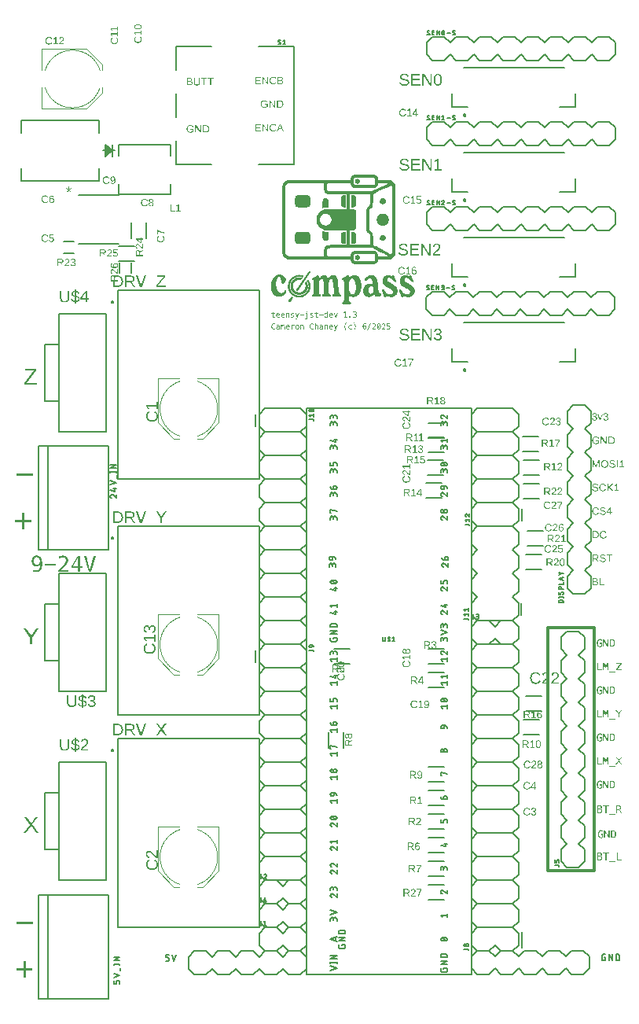
<source format=gbr>
G04 EAGLE Gerber RS-274X export*
G75*
%MOMM*%
%FSLAX34Y34*%
%LPD*%
%INSilkscreen Top*%
%IPPOS*%
%AMOC8*
5,1,8,0,0,1.08239X$1,22.5*%
G01*
G04 Define Apertures*
%ADD10C,0.304800*%
%ADD11C,0.101600*%
%ADD12C,0.127000*%
%ADD13C,0.200000*%
%ADD14C,0.203200*%
%ADD15C,0.152400*%
G36*
X-344766Y562180D02*
X-363350Y562180D01*
X-363350Y565143D01*
X-344766Y565143D01*
X-344766Y562180D01*
G37*
G36*
X-354320Y504806D02*
X-356897Y504806D01*
X-356897Y512310D01*
X-364331Y512310D01*
X-364331Y514869D01*
X-356897Y514869D01*
X-356897Y522373D01*
X-354320Y522373D01*
X-354320Y514869D01*
X-346886Y514869D01*
X-346886Y512310D01*
X-354320Y512310D01*
X-354320Y504806D01*
G37*
G36*
X-353050Y22206D02*
X-355627Y22206D01*
X-355627Y29710D01*
X-363061Y29710D01*
X-363061Y32269D01*
X-355627Y32269D01*
X-355627Y39773D01*
X-353050Y39773D01*
X-353050Y32269D01*
X-345616Y32269D01*
X-345616Y29710D01*
X-353050Y29710D01*
X-353050Y22206D01*
G37*
G36*
X-344766Y79580D02*
X-363350Y79580D01*
X-363350Y82543D01*
X-344766Y82543D01*
X-344766Y79580D01*
G37*
G36*
X259738Y621934D02*
X259446Y621942D01*
X259169Y621968D01*
X258907Y622010D01*
X258660Y622069D01*
X258429Y622145D01*
X258212Y622238D01*
X258011Y622348D01*
X257825Y622474D01*
X257656Y622618D01*
X257504Y622777D01*
X257371Y622953D01*
X257256Y623144D01*
X257159Y623352D01*
X257080Y623576D01*
X257019Y623817D01*
X256977Y624073D01*
X258018Y624168D01*
X258089Y623840D01*
X258201Y623556D01*
X258355Y623315D01*
X258549Y623118D01*
X258784Y622965D01*
X259061Y622856D01*
X259379Y622790D01*
X259738Y622768D01*
X260098Y622792D01*
X260417Y622862D01*
X260696Y622979D01*
X260933Y623144D01*
X261035Y623243D01*
X261123Y623354D01*
X261198Y623476D01*
X261259Y623610D01*
X261306Y623755D01*
X261340Y623911D01*
X261360Y624079D01*
X261367Y624258D01*
X261359Y624415D01*
X261336Y624562D01*
X261297Y624701D01*
X261243Y624831D01*
X261174Y624953D01*
X261088Y625065D01*
X260988Y625168D01*
X260872Y625263D01*
X260741Y625348D01*
X260596Y625421D01*
X260438Y625483D01*
X260266Y625534D01*
X259881Y625602D01*
X259441Y625624D01*
X258870Y625624D01*
X258870Y626498D01*
X259418Y626498D01*
X259810Y626521D01*
X260154Y626588D01*
X260452Y626701D01*
X260704Y626859D01*
X260903Y627057D01*
X260982Y627169D01*
X261046Y627290D01*
X261096Y627419D01*
X261131Y627557D01*
X261153Y627704D01*
X261160Y627859D01*
X261137Y628159D01*
X261067Y628425D01*
X260951Y628658D01*
X260788Y628858D01*
X260579Y629019D01*
X260325Y629133D01*
X260026Y629202D01*
X259682Y629225D01*
X259364Y629204D01*
X259079Y629140D01*
X258825Y629033D01*
X258604Y628884D01*
X258419Y628695D01*
X258278Y628472D01*
X258180Y628214D01*
X258125Y627920D01*
X257111Y627999D01*
X257148Y628234D01*
X257203Y628457D01*
X257277Y628666D01*
X257368Y628861D01*
X257478Y629044D01*
X257605Y629213D01*
X257751Y629368D01*
X257915Y629511D01*
X258094Y629638D01*
X258285Y629748D01*
X258489Y629842D01*
X258705Y629918D01*
X258934Y629978D01*
X259174Y630020D01*
X259427Y630045D01*
X259693Y630054D01*
X259981Y630045D01*
X260253Y630019D01*
X260509Y629976D01*
X260748Y629916D01*
X260970Y629838D01*
X261176Y629744D01*
X261365Y629632D01*
X261538Y629502D01*
X261692Y629358D01*
X261826Y629199D01*
X261939Y629028D01*
X262031Y628842D01*
X262103Y628643D01*
X262155Y628431D01*
X262186Y628205D01*
X262196Y627965D01*
X262189Y627781D01*
X262170Y627605D01*
X262137Y627438D01*
X262090Y627280D01*
X262031Y627131D01*
X261958Y626990D01*
X261773Y626736D01*
X261538Y626518D01*
X261254Y626339D01*
X260923Y626198D01*
X260544Y626095D01*
X260544Y626072D01*
X260759Y626042D01*
X260962Y626000D01*
X261152Y625944D01*
X261331Y625876D01*
X261497Y625796D01*
X261651Y625703D01*
X261792Y625597D01*
X261922Y625479D01*
X262037Y625350D01*
X262137Y625213D01*
X262222Y625069D01*
X262291Y624916D01*
X262345Y624755D01*
X262384Y624586D01*
X262407Y624409D01*
X262414Y624224D01*
X262404Y623959D01*
X262371Y623709D01*
X262317Y623475D01*
X262241Y623256D01*
X262143Y623052D01*
X262024Y622864D01*
X261883Y622691D01*
X261720Y622533D01*
X261537Y622393D01*
X261336Y622271D01*
X261116Y622168D01*
X260877Y622084D01*
X260620Y622018D01*
X260344Y621971D01*
X260050Y621943D01*
X259738Y621934D01*
G37*
G36*
X271831Y621934D02*
X271539Y621942D01*
X271262Y621968D01*
X271001Y622010D01*
X270754Y622069D01*
X270523Y622145D01*
X270306Y622238D01*
X270105Y622348D01*
X269919Y622474D01*
X269750Y622618D01*
X269598Y622777D01*
X269465Y622953D01*
X269350Y623144D01*
X269253Y623352D01*
X269174Y623576D01*
X269113Y623817D01*
X269071Y624073D01*
X270112Y624168D01*
X270183Y623840D01*
X270295Y623556D01*
X270448Y623315D01*
X270643Y623118D01*
X270878Y622965D01*
X271155Y622856D01*
X271473Y622790D01*
X271831Y622768D01*
X272192Y622792D01*
X272511Y622862D01*
X272789Y622979D01*
X273027Y623144D01*
X273129Y623243D01*
X273217Y623354D01*
X273291Y623476D01*
X273352Y623610D01*
X273400Y623755D01*
X273434Y623911D01*
X273454Y624079D01*
X273461Y624258D01*
X273453Y624415D01*
X273430Y624562D01*
X273391Y624701D01*
X273337Y624831D01*
X273267Y624953D01*
X273182Y625065D01*
X273081Y625168D01*
X272965Y625263D01*
X272835Y625348D01*
X272690Y625421D01*
X272532Y625483D01*
X272360Y625534D01*
X271975Y625602D01*
X271535Y625624D01*
X270963Y625624D01*
X270963Y626498D01*
X271512Y626498D01*
X271903Y626521D01*
X272248Y626588D01*
X272546Y626701D01*
X272797Y626859D01*
X272997Y627057D01*
X273075Y627169D01*
X273140Y627290D01*
X273190Y627419D01*
X273225Y627557D01*
X273247Y627704D01*
X273254Y627859D01*
X273230Y628159D01*
X273161Y628425D01*
X273044Y628658D01*
X272881Y628858D01*
X272673Y629019D01*
X272419Y629133D01*
X272120Y629202D01*
X271775Y629225D01*
X271458Y629204D01*
X271173Y629140D01*
X270919Y629033D01*
X270697Y628884D01*
X270513Y628695D01*
X270372Y628472D01*
X270274Y628214D01*
X270219Y627920D01*
X269205Y627999D01*
X269242Y628234D01*
X269297Y628457D01*
X269370Y628666D01*
X269462Y628861D01*
X269571Y629044D01*
X269699Y629213D01*
X269845Y629368D01*
X270009Y629511D01*
X270188Y629638D01*
X270379Y629748D01*
X270583Y629842D01*
X270799Y629918D01*
X271027Y629978D01*
X271268Y630020D01*
X271521Y630045D01*
X271787Y630054D01*
X272075Y630045D01*
X272347Y630019D01*
X272603Y629976D01*
X272841Y629916D01*
X273064Y629838D01*
X273270Y629744D01*
X273459Y629632D01*
X273632Y629502D01*
X273786Y629358D01*
X273920Y629199D01*
X274033Y629028D01*
X274125Y628842D01*
X274197Y628643D01*
X274249Y628431D01*
X274279Y628205D01*
X274290Y627965D01*
X274283Y627781D01*
X274263Y627605D01*
X274230Y627438D01*
X274184Y627280D01*
X274125Y627131D01*
X274052Y626990D01*
X273867Y626736D01*
X273632Y626518D01*
X273348Y626339D01*
X273017Y626198D01*
X272638Y626095D01*
X272638Y626072D01*
X272853Y626042D01*
X273056Y626000D01*
X273246Y625944D01*
X273425Y625876D01*
X273591Y625796D01*
X273744Y625703D01*
X273886Y625597D01*
X274015Y625479D01*
X274131Y625350D01*
X274231Y625213D01*
X274316Y625069D01*
X274385Y624916D01*
X274439Y624755D01*
X274477Y624586D01*
X274500Y624409D01*
X274508Y624224D01*
X274497Y623959D01*
X274465Y623709D01*
X274410Y623475D01*
X274335Y623256D01*
X274237Y623052D01*
X274118Y622864D01*
X273976Y622691D01*
X273814Y622533D01*
X273631Y622393D01*
X273429Y622271D01*
X273209Y622168D01*
X272971Y622084D01*
X272714Y622018D01*
X272438Y621971D01*
X272144Y621943D01*
X271831Y621934D01*
G37*
G36*
X266348Y622046D02*
X265155Y622046D01*
X262954Y628105D01*
X264029Y628105D01*
X265362Y624163D01*
X265749Y622836D01*
X265945Y623491D01*
X266163Y624152D01*
X267541Y628105D01*
X268610Y628105D01*
X266348Y622046D01*
G37*
G36*
X277619Y596646D02*
X274668Y596646D01*
X274668Y604536D01*
X277278Y604536D01*
X277765Y604521D01*
X278223Y604474D01*
X278653Y604395D01*
X279054Y604285D01*
X279426Y604144D01*
X279770Y603971D01*
X280085Y603767D01*
X280372Y603531D01*
X280627Y603267D01*
X280848Y602976D01*
X281036Y602658D01*
X281189Y602314D01*
X281308Y601943D01*
X281393Y601546D01*
X281444Y601123D01*
X281461Y600672D01*
X281454Y600372D01*
X281431Y600081D01*
X281394Y599800D01*
X281342Y599528D01*
X281275Y599266D01*
X281193Y599013D01*
X281097Y598770D01*
X280985Y598536D01*
X280860Y598314D01*
X280722Y598105D01*
X280572Y597910D01*
X280410Y597727D01*
X280235Y597559D01*
X280047Y597404D01*
X279848Y597262D01*
X279635Y597133D01*
X279413Y597019D01*
X279182Y596920D01*
X278942Y596836D01*
X278695Y596768D01*
X278438Y596715D01*
X278174Y596676D01*
X277901Y596654D01*
X277619Y596646D01*
G37*
%LPC*%
G36*
X277496Y597503D02*
X277917Y597527D01*
X278312Y597598D01*
X278680Y597717D01*
X279022Y597884D01*
X279332Y598095D01*
X279604Y598348D01*
X279838Y598644D01*
X280033Y598981D01*
X280187Y599356D01*
X280298Y599762D01*
X280364Y600201D01*
X280386Y600672D01*
X280373Y601028D01*
X280336Y601362D01*
X280273Y601675D01*
X280185Y601965D01*
X280072Y602234D01*
X279934Y602481D01*
X279771Y602706D01*
X279582Y602910D01*
X279370Y603090D01*
X279136Y603246D01*
X278878Y603379D01*
X278599Y603487D01*
X278297Y603571D01*
X277972Y603631D01*
X277625Y603668D01*
X277255Y603680D01*
X275738Y603680D01*
X275738Y597503D01*
X277496Y597503D01*
G37*
%LPD*%
G36*
X267339Y596646D02*
X266387Y596646D01*
X266387Y604536D01*
X267630Y604536D01*
X271897Y597772D01*
X271847Y598718D01*
X271830Y599362D01*
X271830Y604536D01*
X272793Y604536D01*
X272793Y596646D01*
X271505Y596646D01*
X267283Y603366D01*
X267311Y602823D01*
X267339Y601888D01*
X267339Y596646D01*
G37*
G36*
X261093Y596534D02*
X260789Y596542D01*
X260495Y596565D01*
X260213Y596603D01*
X259941Y596657D01*
X259679Y596726D01*
X259429Y596811D01*
X259189Y596911D01*
X258959Y597027D01*
X258742Y597157D01*
X258538Y597300D01*
X258347Y597457D01*
X258169Y597628D01*
X258004Y597812D01*
X257853Y598010D01*
X257715Y598221D01*
X257590Y598446D01*
X257479Y598683D01*
X257383Y598930D01*
X257302Y599188D01*
X257235Y599455D01*
X257183Y599733D01*
X257146Y600021D01*
X257124Y600319D01*
X257117Y600628D01*
X257133Y601094D01*
X257181Y601534D01*
X257262Y601946D01*
X257374Y602331D01*
X257519Y602690D01*
X257696Y603021D01*
X257906Y603324D01*
X258147Y603601D01*
X258418Y603848D01*
X258715Y604062D01*
X259037Y604243D01*
X259386Y604391D01*
X259761Y604506D01*
X260162Y604588D01*
X260589Y604638D01*
X261042Y604654D01*
X261362Y604647D01*
X261667Y604626D01*
X261956Y604592D01*
X262230Y604543D01*
X262488Y604481D01*
X262731Y604405D01*
X262958Y604315D01*
X263170Y604212D01*
X263369Y604093D01*
X263556Y603957D01*
X263731Y603805D01*
X263894Y603636D01*
X264046Y603451D01*
X264186Y603249D01*
X264314Y603030D01*
X264430Y602795D01*
X263411Y602492D01*
X263227Y602806D01*
X263011Y603073D01*
X262764Y603296D01*
X262484Y603472D01*
X262171Y603607D01*
X261821Y603703D01*
X261436Y603761D01*
X261014Y603780D01*
X260683Y603767D01*
X260371Y603729D01*
X260080Y603664D01*
X259809Y603574D01*
X259558Y603458D01*
X259327Y603316D01*
X259116Y603148D01*
X258926Y602954D01*
X258756Y602737D01*
X258610Y602499D01*
X258485Y602240D01*
X258384Y601960D01*
X258305Y601658D01*
X258248Y601336D01*
X258214Y600992D01*
X258203Y600628D01*
X258215Y600264D01*
X258251Y599919D01*
X258311Y599595D01*
X258395Y599290D01*
X258503Y599005D01*
X258635Y598739D01*
X258791Y598493D01*
X258970Y598267D01*
X259171Y598064D01*
X259391Y597889D01*
X259628Y597740D01*
X259885Y597618D01*
X260159Y597524D01*
X260452Y597456D01*
X260763Y597416D01*
X261093Y597402D01*
X261473Y597417D01*
X261840Y597461D01*
X262194Y597534D01*
X262535Y597637D01*
X262853Y597765D01*
X263140Y597914D01*
X263395Y598084D01*
X263618Y598276D01*
X263618Y599698D01*
X261261Y599698D01*
X261261Y600594D01*
X264604Y600594D01*
X264604Y597872D01*
X264273Y597571D01*
X263906Y597306D01*
X263504Y597077D01*
X263067Y596884D01*
X262602Y596731D01*
X262118Y596622D01*
X261615Y596556D01*
X261093Y596534D01*
G37*
G36*
X270523Y571134D02*
X270225Y571142D01*
X269936Y571165D01*
X269659Y571203D01*
X269391Y571257D01*
X269134Y571326D01*
X268888Y571411D01*
X268652Y571511D01*
X268426Y571627D01*
X268212Y571757D01*
X268011Y571901D01*
X267823Y572058D01*
X267648Y572229D01*
X267487Y572415D01*
X267338Y572613D01*
X267202Y572826D01*
X267079Y573052D01*
X266970Y573290D01*
X266876Y573538D01*
X266796Y573795D01*
X266731Y574062D01*
X266680Y574339D01*
X266643Y574625D01*
X266622Y574922D01*
X266614Y575228D01*
X266631Y575688D01*
X266679Y576122D01*
X266760Y576531D01*
X266873Y576914D01*
X267019Y577271D01*
X267197Y577602D01*
X267408Y577908D01*
X267650Y578187D01*
X267922Y578437D01*
X268219Y578654D01*
X268542Y578837D01*
X268889Y578987D01*
X269263Y579104D01*
X269661Y579187D01*
X270085Y579237D01*
X270534Y579254D01*
X270830Y579246D01*
X271116Y579224D01*
X271393Y579187D01*
X271659Y579134D01*
X271915Y579067D01*
X272161Y578985D01*
X272397Y578887D01*
X272623Y578775D01*
X272838Y578649D01*
X273040Y578509D01*
X273228Y578355D01*
X273404Y578188D01*
X273566Y578007D01*
X273716Y577813D01*
X273852Y577605D01*
X273976Y577384D01*
X274085Y577150D01*
X274180Y576907D01*
X274261Y576653D01*
X274326Y576388D01*
X274377Y576114D01*
X274414Y575829D01*
X274436Y575533D01*
X274443Y575228D01*
X274436Y574923D01*
X274414Y574628D01*
X274377Y574343D01*
X274325Y574067D01*
X274258Y573801D01*
X274177Y573544D01*
X274081Y573298D01*
X273970Y573060D01*
X273845Y572835D01*
X273708Y572623D01*
X273557Y572424D01*
X273394Y572239D01*
X273218Y572067D01*
X273029Y571909D01*
X272827Y571764D01*
X272612Y571632D01*
X272386Y571516D01*
X272150Y571414D01*
X271904Y571329D01*
X271647Y571259D01*
X271381Y571204D01*
X271105Y571165D01*
X270819Y571142D01*
X270523Y571134D01*
G37*
%LPC*%
G36*
X270523Y572002D02*
X270855Y572015D01*
X271167Y572055D01*
X271459Y572121D01*
X271731Y572213D01*
X271983Y572331D01*
X272215Y572476D01*
X272428Y572647D01*
X272620Y572845D01*
X272792Y573066D01*
X272940Y573310D01*
X273066Y573575D01*
X273169Y573862D01*
X273248Y574171D01*
X273306Y574501D01*
X273340Y574853D01*
X273351Y575228D01*
X273340Y575586D01*
X273305Y575924D01*
X273248Y576243D01*
X273167Y576542D01*
X273064Y576821D01*
X272937Y577081D01*
X272787Y577320D01*
X272615Y577540D01*
X272421Y577737D01*
X272209Y577908D01*
X271977Y578052D01*
X271727Y578170D01*
X271457Y578262D01*
X271168Y578328D01*
X270861Y578367D01*
X270534Y578380D01*
X270205Y578367D01*
X269895Y578329D01*
X269605Y578264D01*
X269333Y578173D01*
X269081Y578057D01*
X268848Y577914D01*
X268634Y577746D01*
X268440Y577552D01*
X268267Y577334D01*
X268117Y577096D01*
X267990Y576836D01*
X267886Y576556D01*
X267805Y576255D01*
X267747Y575934D01*
X267712Y575591D01*
X267701Y575228D01*
X267713Y574866D01*
X267748Y574524D01*
X267806Y574201D01*
X267888Y573897D01*
X267993Y573612D01*
X268121Y573347D01*
X268273Y573100D01*
X268448Y572873D01*
X268644Y572669D01*
X268858Y572492D01*
X269091Y572342D01*
X269341Y572220D01*
X269609Y572124D01*
X269896Y572056D01*
X270200Y572016D01*
X270523Y572002D01*
G37*
%LPD*%
G36*
X258433Y571246D02*
X257481Y571246D01*
X257481Y579136D01*
X258886Y579136D01*
X260986Y573665D01*
X261202Y572957D01*
X261339Y572411D01*
X261408Y572693D01*
X261527Y573091D01*
X261720Y573665D01*
X263781Y579136D01*
X265153Y579136D01*
X265153Y571246D01*
X264190Y571246D01*
X264190Y576510D01*
X264202Y577367D01*
X264240Y578190D01*
X263980Y577297D01*
X263747Y576622D01*
X261709Y571246D01*
X260958Y571246D01*
X258892Y576622D01*
X258578Y577574D01*
X258394Y578190D01*
X258410Y577568D01*
X258433Y576510D01*
X258433Y571246D01*
G37*
G36*
X278873Y571134D02*
X278522Y571142D01*
X278190Y571165D01*
X277876Y571205D01*
X277582Y571259D01*
X277307Y571330D01*
X277051Y571416D01*
X276813Y571518D01*
X276595Y571635D01*
X276395Y571768D01*
X276215Y571917D01*
X276053Y572082D01*
X275911Y572262D01*
X275787Y572457D01*
X275682Y572669D01*
X275596Y572896D01*
X275530Y573139D01*
X276566Y573346D01*
X276617Y573174D01*
X276680Y573014D01*
X276757Y572866D01*
X276846Y572729D01*
X276947Y572605D01*
X277061Y572492D01*
X277188Y572391D01*
X277327Y572302D01*
X277645Y572156D01*
X278015Y572052D01*
X278437Y571989D01*
X278912Y571968D01*
X279400Y571991D01*
X279830Y572057D01*
X280022Y572107D01*
X280200Y572168D01*
X280363Y572241D01*
X280511Y572324D01*
X280643Y572418D01*
X280757Y572523D01*
X280854Y572638D01*
X280933Y572763D01*
X280994Y572899D01*
X281038Y573045D01*
X281065Y573201D01*
X281074Y573368D01*
X281062Y573552D01*
X281029Y573718D01*
X280974Y573866D01*
X280897Y573996D01*
X280800Y574111D01*
X280685Y574215D01*
X280552Y574310D01*
X280402Y574393D01*
X280052Y574537D01*
X279640Y574656D01*
X278660Y574886D01*
X277837Y575093D01*
X277511Y575197D01*
X277240Y575300D01*
X277011Y575407D01*
X276807Y575519D01*
X276629Y575638D01*
X276476Y575762D01*
X276344Y575895D01*
X276229Y576039D01*
X276130Y576193D01*
X276048Y576359D01*
X275983Y576536D01*
X275936Y576726D01*
X275908Y576928D01*
X275899Y577143D01*
X275911Y577389D01*
X275948Y577621D01*
X276008Y577838D01*
X276093Y578040D01*
X276202Y578228D01*
X276335Y578402D01*
X276493Y578561D01*
X276675Y578705D01*
X276879Y578834D01*
X277104Y578945D01*
X277351Y579040D01*
X277618Y579117D01*
X277906Y579177D01*
X278215Y579220D01*
X278544Y579245D01*
X278895Y579254D01*
X279221Y579248D01*
X279528Y579228D01*
X279814Y579196D01*
X280081Y579151D01*
X280328Y579093D01*
X280555Y579022D01*
X280763Y578939D01*
X280950Y578842D01*
X281121Y578730D01*
X281279Y578600D01*
X281424Y578452D01*
X281555Y578286D01*
X281673Y578101D01*
X281778Y577899D01*
X281869Y577678D01*
X281947Y577440D01*
X280894Y577255D01*
X280788Y577547D01*
X280642Y577796D01*
X280458Y578002D01*
X280234Y578165D01*
X279966Y578288D01*
X279653Y578377D01*
X279292Y578430D01*
X278884Y578448D01*
X278439Y578428D01*
X278050Y578369D01*
X277716Y578271D01*
X277439Y578134D01*
X277322Y578051D01*
X277221Y577958D01*
X277135Y577855D01*
X277065Y577743D01*
X277011Y577622D01*
X276972Y577490D01*
X276949Y577349D01*
X276941Y577199D01*
X276953Y577025D01*
X276989Y576866D01*
X277049Y576724D01*
X277134Y576597D01*
X277241Y576482D01*
X277370Y576377D01*
X277520Y576281D01*
X277691Y576194D01*
X277918Y576106D01*
X278236Y576009D01*
X279142Y575788D01*
X279867Y575617D01*
X280220Y575522D01*
X280558Y575410D01*
X280878Y575279D01*
X281177Y575127D01*
X281447Y574946D01*
X281678Y574729D01*
X281868Y574473D01*
X282012Y574175D01*
X282064Y574008D01*
X282102Y573828D01*
X282124Y573633D01*
X282132Y573424D01*
X282119Y573159D01*
X282079Y572909D01*
X282012Y572675D01*
X281918Y572456D01*
X281798Y572252D01*
X281652Y572064D01*
X281478Y571891D01*
X281278Y571733D01*
X281054Y571593D01*
X280807Y571471D01*
X280539Y571368D01*
X280250Y571284D01*
X279938Y571218D01*
X279605Y571171D01*
X279250Y571143D01*
X278873Y571134D01*
G37*
G36*
X291640Y571246D02*
X286695Y571246D01*
X286695Y572103D01*
X288705Y572103D01*
X288705Y578173D01*
X286924Y576902D01*
X286924Y577854D01*
X288789Y579136D01*
X289719Y579136D01*
X289719Y572103D01*
X291640Y572103D01*
X291640Y571246D01*
G37*
G36*
X284762Y571246D02*
X283692Y571246D01*
X283692Y579136D01*
X284762Y579136D01*
X284762Y571246D01*
G37*
G36*
X260404Y545734D02*
X260053Y545742D01*
X259721Y545765D01*
X259408Y545805D01*
X259114Y545859D01*
X258838Y545930D01*
X258582Y546016D01*
X258345Y546118D01*
X258126Y546235D01*
X257927Y546368D01*
X257746Y546517D01*
X257585Y546682D01*
X257442Y546862D01*
X257318Y547057D01*
X257213Y547269D01*
X257128Y547496D01*
X257061Y547739D01*
X258097Y547946D01*
X258148Y547774D01*
X258212Y547614D01*
X258288Y547466D01*
X258377Y547329D01*
X258478Y547205D01*
X258592Y547092D01*
X258719Y546991D01*
X258858Y546902D01*
X259176Y546756D01*
X259546Y546652D01*
X259968Y546589D01*
X260443Y546568D01*
X260932Y546591D01*
X261361Y546657D01*
X261553Y546707D01*
X261731Y546768D01*
X261894Y546841D01*
X262042Y546924D01*
X262174Y547018D01*
X262288Y547123D01*
X262385Y547238D01*
X262464Y547363D01*
X262526Y547499D01*
X262570Y547645D01*
X262596Y547801D01*
X262605Y547968D01*
X262594Y548152D01*
X262561Y548318D01*
X262506Y548466D01*
X262428Y548596D01*
X262331Y548711D01*
X262216Y548815D01*
X262083Y548910D01*
X261933Y548993D01*
X261583Y549137D01*
X261171Y549256D01*
X260191Y549486D01*
X259369Y549693D01*
X259042Y549797D01*
X258772Y549900D01*
X258542Y550007D01*
X258338Y550119D01*
X258160Y550238D01*
X258007Y550362D01*
X257875Y550495D01*
X257760Y550639D01*
X257661Y550793D01*
X257579Y550959D01*
X257514Y551136D01*
X257467Y551326D01*
X257440Y551528D01*
X257430Y551743D01*
X257443Y551989D01*
X257479Y552221D01*
X257539Y552438D01*
X257624Y552640D01*
X257733Y552828D01*
X257867Y553002D01*
X258024Y553161D01*
X258206Y553305D01*
X258410Y553434D01*
X258636Y553545D01*
X258882Y553640D01*
X259149Y553717D01*
X259437Y553777D01*
X259746Y553820D01*
X260076Y553845D01*
X260426Y553854D01*
X260752Y553848D01*
X261059Y553828D01*
X261345Y553796D01*
X261612Y553751D01*
X261859Y553693D01*
X262086Y553622D01*
X262294Y553539D01*
X262482Y553442D01*
X262653Y553330D01*
X262811Y553200D01*
X262955Y553052D01*
X263086Y552886D01*
X263204Y552701D01*
X263309Y552499D01*
X263400Y552278D01*
X263478Y552040D01*
X262426Y551855D01*
X262319Y552147D01*
X262174Y552396D01*
X261989Y552602D01*
X261765Y552765D01*
X261498Y552888D01*
X261184Y552977D01*
X260823Y553030D01*
X260415Y553048D01*
X259970Y553028D01*
X259581Y552969D01*
X259248Y552871D01*
X258970Y552734D01*
X258854Y552651D01*
X258752Y552558D01*
X258667Y552455D01*
X258597Y552343D01*
X258542Y552222D01*
X258503Y552090D01*
X258480Y551949D01*
X258472Y551799D01*
X258484Y551625D01*
X258520Y551466D01*
X258581Y551324D01*
X258665Y551197D01*
X258772Y551082D01*
X258901Y550977D01*
X259051Y550881D01*
X259222Y550794D01*
X259450Y550706D01*
X259767Y550609D01*
X260673Y550388D01*
X261398Y550217D01*
X261751Y550122D01*
X262090Y550010D01*
X262409Y549879D01*
X262708Y549727D01*
X262978Y549546D01*
X263210Y549329D01*
X263399Y549073D01*
X263543Y548775D01*
X263595Y548608D01*
X263633Y548428D01*
X263656Y548233D01*
X263663Y548024D01*
X263650Y547759D01*
X263610Y547509D01*
X263543Y547275D01*
X263450Y547056D01*
X263330Y546852D01*
X263183Y546664D01*
X263009Y546491D01*
X262809Y546333D01*
X262585Y546193D01*
X262339Y546071D01*
X262071Y545968D01*
X261781Y545884D01*
X261469Y545818D01*
X261136Y545771D01*
X260781Y545743D01*
X260404Y545734D01*
G37*
G36*
X274457Y545846D02*
X273387Y545846D01*
X273387Y553736D01*
X274457Y553736D01*
X274457Y549783D01*
X278259Y553736D01*
X279519Y553736D01*
X276159Y550309D01*
X279967Y545846D01*
X278640Y545846D01*
X275487Y549654D01*
X274457Y548870D01*
X274457Y545846D01*
G37*
G36*
X268595Y545734D02*
X268301Y545742D01*
X268018Y545765D01*
X267745Y545804D01*
X267482Y545858D01*
X267229Y545928D01*
X266987Y546013D01*
X266754Y546113D01*
X266531Y546230D01*
X266320Y546360D01*
X266121Y546504D01*
X265936Y546661D01*
X265764Y546832D01*
X265604Y547015D01*
X265458Y547212D01*
X265324Y547423D01*
X265204Y547646D01*
X265097Y547882D01*
X265004Y548128D01*
X264926Y548385D01*
X264861Y548652D01*
X264812Y548930D01*
X264776Y549219D01*
X264755Y549518D01*
X264747Y549828D01*
X264763Y550287D01*
X264811Y550720D01*
X264891Y551128D01*
X265002Y551510D01*
X265146Y551867D01*
X265321Y552198D01*
X265528Y552504D01*
X265767Y552784D01*
X266034Y553035D01*
X266325Y553252D01*
X266641Y553436D01*
X266982Y553587D01*
X267347Y553704D01*
X267736Y553787D01*
X268150Y553837D01*
X268589Y553854D01*
X268898Y553846D01*
X269193Y553823D01*
X269476Y553785D01*
X269745Y553731D01*
X270002Y553661D01*
X270246Y553577D01*
X270477Y553477D01*
X270695Y553361D01*
X270899Y553231D01*
X271089Y553085D01*
X271266Y552925D01*
X271428Y552749D01*
X271577Y552559D01*
X271711Y552354D01*
X271831Y552134D01*
X271938Y551900D01*
X270924Y551564D01*
X270766Y551888D01*
X270566Y552171D01*
X270325Y552414D01*
X270042Y552616D01*
X269724Y552776D01*
X269378Y552889D01*
X269003Y552958D01*
X268600Y552980D01*
X268282Y552967D01*
X267981Y552928D01*
X267699Y552862D01*
X267435Y552770D01*
X267190Y552651D01*
X266962Y552506D01*
X266753Y552335D01*
X266562Y552138D01*
X266391Y551917D01*
X266243Y551677D01*
X266118Y551418D01*
X266016Y551139D01*
X265936Y550840D01*
X265879Y550522D01*
X265845Y550185D01*
X265834Y549828D01*
X265846Y549474D01*
X265881Y549138D01*
X265940Y548820D01*
X266023Y548519D01*
X266130Y548237D01*
X266261Y547972D01*
X266415Y547725D01*
X266593Y547495D01*
X266791Y547288D01*
X267005Y547109D01*
X267237Y546958D01*
X267485Y546834D01*
X267750Y546737D01*
X268032Y546668D01*
X268330Y546627D01*
X268645Y546613D01*
X268849Y546620D01*
X269047Y546639D01*
X269238Y546671D01*
X269422Y546716D01*
X269772Y546844D01*
X270097Y547023D01*
X270395Y547254D01*
X270668Y547536D01*
X270916Y547869D01*
X271137Y548254D01*
X272011Y547817D01*
X271883Y547570D01*
X271742Y547338D01*
X271590Y547121D01*
X271425Y546920D01*
X271247Y546734D01*
X271058Y546562D01*
X270856Y546407D01*
X270641Y546266D01*
X270416Y546141D01*
X270183Y546033D01*
X269940Y545942D01*
X269689Y545867D01*
X269428Y545809D01*
X269159Y545767D01*
X268881Y545742D01*
X268595Y545734D01*
G37*
G36*
X285921Y545846D02*
X280976Y545846D01*
X280976Y546703D01*
X282986Y546703D01*
X282986Y552773D01*
X281206Y551502D01*
X281206Y552454D01*
X283070Y553736D01*
X284000Y553736D01*
X284000Y546703D01*
X285921Y546703D01*
X285921Y545846D01*
G37*
G36*
X277380Y520446D02*
X276428Y520446D01*
X276428Y522232D01*
X272709Y522232D01*
X272709Y523016D01*
X276321Y528336D01*
X277380Y528336D01*
X277380Y523028D01*
X278489Y523028D01*
X278489Y522232D01*
X277380Y522232D01*
X277380Y520446D01*
G37*
%LPC*%
G36*
X276428Y523028D02*
X276428Y527200D01*
X276271Y526903D01*
X276053Y526533D01*
X274031Y523554D01*
X273729Y523140D01*
X273639Y523028D01*
X276428Y523028D01*
G37*
%LPD*%
G36*
X268685Y520334D02*
X268334Y520342D01*
X268002Y520365D01*
X267689Y520405D01*
X267395Y520459D01*
X267120Y520530D01*
X266863Y520616D01*
X266626Y520718D01*
X266407Y520835D01*
X266208Y520968D01*
X266027Y521117D01*
X265866Y521282D01*
X265723Y521462D01*
X265599Y521657D01*
X265495Y521869D01*
X265409Y522096D01*
X265342Y522339D01*
X266378Y522546D01*
X266429Y522374D01*
X266493Y522214D01*
X266569Y522066D01*
X266658Y521929D01*
X266760Y521805D01*
X266874Y521692D01*
X267000Y521591D01*
X267140Y521502D01*
X267457Y521356D01*
X267827Y521252D01*
X268249Y521189D01*
X268724Y521168D01*
X269213Y521191D01*
X269642Y521257D01*
X269835Y521307D01*
X270012Y521368D01*
X270175Y521441D01*
X270323Y521524D01*
X270455Y521618D01*
X270569Y521723D01*
X270666Y521838D01*
X270745Y521963D01*
X270807Y522099D01*
X270851Y522245D01*
X270877Y522401D01*
X270886Y522568D01*
X270875Y522752D01*
X270842Y522918D01*
X270787Y523066D01*
X270710Y523196D01*
X270612Y523311D01*
X270498Y523415D01*
X270365Y523510D01*
X270214Y523593D01*
X269864Y523737D01*
X269452Y523856D01*
X268472Y524086D01*
X267650Y524293D01*
X267323Y524397D01*
X267053Y524500D01*
X266823Y524607D01*
X266620Y524719D01*
X266441Y524838D01*
X266288Y524962D01*
X266157Y525095D01*
X266041Y525239D01*
X265942Y525393D01*
X265860Y525559D01*
X265795Y525736D01*
X265749Y525926D01*
X265721Y526128D01*
X265712Y526343D01*
X265724Y526589D01*
X265760Y526821D01*
X265821Y527038D01*
X265906Y527240D01*
X266015Y527428D01*
X266148Y527602D01*
X266305Y527761D01*
X266487Y527905D01*
X266692Y528034D01*
X266917Y528145D01*
X267163Y528240D01*
X267430Y528317D01*
X267718Y528377D01*
X268027Y528420D01*
X268357Y528445D01*
X268708Y528454D01*
X269034Y528448D01*
X269340Y528428D01*
X269627Y528396D01*
X269893Y528351D01*
X270140Y528293D01*
X270368Y528222D01*
X270575Y528139D01*
X270763Y528042D01*
X270934Y527930D01*
X271092Y527800D01*
X271236Y527652D01*
X271368Y527486D01*
X271486Y527301D01*
X271590Y527099D01*
X271682Y526878D01*
X271760Y526640D01*
X270707Y526455D01*
X270600Y526747D01*
X270455Y526996D01*
X270270Y527202D01*
X270046Y527365D01*
X269779Y527488D01*
X269465Y527577D01*
X269104Y527630D01*
X268696Y527648D01*
X268251Y527628D01*
X267862Y527569D01*
X267529Y527471D01*
X267252Y527334D01*
X267135Y527251D01*
X267034Y527158D01*
X266948Y527055D01*
X266878Y526943D01*
X266823Y526822D01*
X266784Y526690D01*
X266761Y526549D01*
X266753Y526399D01*
X266765Y526225D01*
X266802Y526066D01*
X266862Y525924D01*
X266946Y525797D01*
X267054Y525682D01*
X267182Y525577D01*
X267332Y525481D01*
X267504Y525394D01*
X267731Y525306D01*
X268048Y525209D01*
X268954Y524988D01*
X269679Y524817D01*
X270033Y524722D01*
X270371Y524610D01*
X270691Y524479D01*
X270990Y524327D01*
X271259Y524146D01*
X271491Y523929D01*
X271681Y523673D01*
X271824Y523375D01*
X271877Y523208D01*
X271914Y523028D01*
X271937Y522833D01*
X271944Y522624D01*
X271931Y522359D01*
X271891Y522109D01*
X271824Y521875D01*
X271731Y521656D01*
X271611Y521452D01*
X271464Y521264D01*
X271291Y521091D01*
X271090Y520933D01*
X270866Y520793D01*
X270620Y520671D01*
X270352Y520568D01*
X270062Y520484D01*
X269751Y520418D01*
X269417Y520371D01*
X269062Y520343D01*
X268685Y520334D01*
G37*
G36*
X260970Y520334D02*
X260676Y520342D01*
X260393Y520365D01*
X260120Y520404D01*
X259857Y520458D01*
X259604Y520528D01*
X259362Y520613D01*
X259129Y520713D01*
X258906Y520830D01*
X258695Y520960D01*
X258496Y521104D01*
X258311Y521261D01*
X258139Y521432D01*
X257979Y521615D01*
X257833Y521812D01*
X257699Y522023D01*
X257579Y522246D01*
X257472Y522482D01*
X257379Y522728D01*
X257301Y522985D01*
X257236Y523252D01*
X257187Y523530D01*
X257151Y523819D01*
X257130Y524118D01*
X257122Y524428D01*
X257138Y524887D01*
X257186Y525320D01*
X257266Y525728D01*
X257377Y526110D01*
X257521Y526467D01*
X257696Y526798D01*
X257903Y527104D01*
X258142Y527384D01*
X258409Y527635D01*
X258700Y527852D01*
X259016Y528036D01*
X259357Y528187D01*
X259722Y528304D01*
X260111Y528387D01*
X260525Y528437D01*
X260964Y528454D01*
X261273Y528446D01*
X261568Y528423D01*
X261851Y528385D01*
X262120Y528331D01*
X262377Y528261D01*
X262621Y528177D01*
X262852Y528077D01*
X263070Y527961D01*
X263274Y527831D01*
X263464Y527685D01*
X263641Y527525D01*
X263803Y527349D01*
X263952Y527159D01*
X264086Y526954D01*
X264206Y526734D01*
X264313Y526500D01*
X263299Y526164D01*
X263141Y526488D01*
X262941Y526771D01*
X262700Y527014D01*
X262417Y527216D01*
X262099Y527376D01*
X261753Y527489D01*
X261378Y527558D01*
X260975Y527580D01*
X260657Y527567D01*
X260356Y527528D01*
X260074Y527462D01*
X259810Y527370D01*
X259565Y527251D01*
X259337Y527106D01*
X259128Y526935D01*
X258937Y526738D01*
X258766Y526517D01*
X258618Y526277D01*
X258493Y526018D01*
X258391Y525739D01*
X258311Y525440D01*
X258254Y525122D01*
X258220Y524785D01*
X258209Y524428D01*
X258221Y524074D01*
X258256Y523738D01*
X258315Y523420D01*
X258398Y523119D01*
X258505Y522837D01*
X258636Y522572D01*
X258790Y522325D01*
X258968Y522095D01*
X259166Y521888D01*
X259380Y521709D01*
X259612Y521558D01*
X259860Y521434D01*
X260125Y521337D01*
X260407Y521268D01*
X260705Y521227D01*
X261020Y521213D01*
X261224Y521220D01*
X261422Y521239D01*
X261613Y521271D01*
X261797Y521316D01*
X262147Y521444D01*
X262472Y521623D01*
X262770Y521854D01*
X263043Y522136D01*
X263291Y522469D01*
X263512Y522854D01*
X264386Y522417D01*
X264258Y522170D01*
X264117Y521938D01*
X263965Y521721D01*
X263800Y521520D01*
X263622Y521334D01*
X263433Y521162D01*
X263231Y521007D01*
X263016Y520866D01*
X262791Y520741D01*
X262558Y520633D01*
X262315Y520542D01*
X262064Y520467D01*
X261803Y520409D01*
X261534Y520367D01*
X261256Y520342D01*
X260970Y520334D01*
G37*
G36*
X260432Y495046D02*
X257481Y495046D01*
X257481Y502936D01*
X260090Y502936D01*
X260577Y502921D01*
X261036Y502874D01*
X261465Y502795D01*
X261866Y502685D01*
X262239Y502544D01*
X262583Y502371D01*
X262898Y502167D01*
X263184Y501931D01*
X263440Y501667D01*
X263661Y501376D01*
X263848Y501058D01*
X264001Y500714D01*
X264120Y500343D01*
X264205Y499946D01*
X264257Y499523D01*
X264274Y499072D01*
X264266Y498772D01*
X264244Y498481D01*
X264207Y498200D01*
X264155Y497928D01*
X264088Y497666D01*
X264006Y497413D01*
X263909Y497170D01*
X263798Y496936D01*
X263672Y496714D01*
X263535Y496505D01*
X263385Y496310D01*
X263222Y496127D01*
X263047Y495959D01*
X262860Y495804D01*
X262660Y495662D01*
X262448Y495533D01*
X262225Y495419D01*
X261994Y495320D01*
X261755Y495236D01*
X261507Y495168D01*
X261251Y495115D01*
X260986Y495076D01*
X260713Y495054D01*
X260432Y495046D01*
G37*
%LPC*%
G36*
X260309Y495903D02*
X260730Y495927D01*
X261124Y495998D01*
X261493Y496117D01*
X261835Y496284D01*
X262145Y496495D01*
X262416Y496748D01*
X262650Y497044D01*
X262846Y497381D01*
X263000Y497756D01*
X263110Y498162D01*
X263176Y498601D01*
X263198Y499072D01*
X263186Y499428D01*
X263148Y499762D01*
X263085Y500075D01*
X262997Y500365D01*
X262884Y500634D01*
X262746Y500881D01*
X262583Y501106D01*
X262395Y501310D01*
X262183Y501490D01*
X261948Y501646D01*
X261691Y501779D01*
X261411Y501887D01*
X261109Y501971D01*
X260785Y502031D01*
X260438Y502068D01*
X260068Y502080D01*
X258550Y502080D01*
X258550Y495903D01*
X260309Y495903D01*
G37*
%LPD*%
G36*
X269251Y494934D02*
X268958Y494942D01*
X268675Y494965D01*
X268402Y495004D01*
X268139Y495058D01*
X267886Y495128D01*
X267643Y495213D01*
X267410Y495313D01*
X267187Y495430D01*
X266976Y495560D01*
X266778Y495704D01*
X266592Y495861D01*
X266420Y496032D01*
X266261Y496215D01*
X266114Y496412D01*
X265981Y496623D01*
X265860Y496846D01*
X265753Y497082D01*
X265660Y497328D01*
X265582Y497585D01*
X265518Y497852D01*
X265468Y498130D01*
X265432Y498419D01*
X265411Y498718D01*
X265404Y499028D01*
X265420Y499487D01*
X265467Y499920D01*
X265547Y500328D01*
X265658Y500710D01*
X265802Y501067D01*
X265977Y501398D01*
X266184Y501704D01*
X266423Y501984D01*
X266690Y502235D01*
X266981Y502452D01*
X267297Y502636D01*
X267638Y502787D01*
X268003Y502904D01*
X268393Y502987D01*
X268807Y503037D01*
X269245Y503054D01*
X269554Y503046D01*
X269849Y503023D01*
X270132Y502985D01*
X270402Y502931D01*
X270658Y502861D01*
X270902Y502777D01*
X271133Y502677D01*
X271351Y502561D01*
X271555Y502431D01*
X271746Y502285D01*
X271922Y502125D01*
X272084Y501949D01*
X272233Y501759D01*
X272367Y501554D01*
X272488Y501334D01*
X272594Y501100D01*
X271580Y500764D01*
X271422Y501088D01*
X271223Y501371D01*
X270981Y501614D01*
X270698Y501816D01*
X270380Y501976D01*
X270034Y502089D01*
X269659Y502158D01*
X269256Y502180D01*
X268938Y502167D01*
X268638Y502128D01*
X268356Y502062D01*
X268092Y501970D01*
X267846Y501851D01*
X267618Y501706D01*
X267409Y501535D01*
X267218Y501338D01*
X267047Y501117D01*
X266900Y500877D01*
X266774Y500618D01*
X266672Y500339D01*
X266592Y500040D01*
X266536Y499722D01*
X266501Y499385D01*
X266490Y499028D01*
X266502Y498674D01*
X266537Y498338D01*
X266597Y498020D01*
X266680Y497719D01*
X266786Y497437D01*
X266917Y497172D01*
X267071Y496925D01*
X267249Y496695D01*
X267447Y496488D01*
X267662Y496309D01*
X267893Y496158D01*
X268141Y496034D01*
X268406Y495937D01*
X268688Y495868D01*
X268986Y495827D01*
X269301Y495813D01*
X269505Y495820D01*
X269703Y495839D01*
X269894Y495871D01*
X270079Y495916D01*
X270429Y496044D01*
X270753Y496223D01*
X271052Y496454D01*
X271325Y496736D01*
X271572Y497069D01*
X271793Y497454D01*
X272667Y497017D01*
X272539Y496770D01*
X272399Y496538D01*
X272246Y496321D01*
X272081Y496120D01*
X271904Y495934D01*
X271714Y495762D01*
X271512Y495607D01*
X271298Y495466D01*
X271073Y495341D01*
X270839Y495233D01*
X270596Y495142D01*
X270345Y495067D01*
X270085Y495009D01*
X269816Y494967D01*
X269538Y494942D01*
X269251Y494934D01*
G37*
G36*
X258550Y469646D02*
X257481Y469646D01*
X257481Y477536D01*
X261194Y477536D01*
X261517Y477527D01*
X261822Y477499D01*
X262108Y477452D01*
X262374Y477387D01*
X262622Y477303D01*
X262851Y477201D01*
X263061Y477080D01*
X263252Y476940D01*
X263422Y476784D01*
X263569Y476613D01*
X263693Y476427D01*
X263795Y476227D01*
X263875Y476012D01*
X263931Y475782D01*
X263965Y475538D01*
X263977Y475280D01*
X263969Y475064D01*
X263945Y474857D01*
X263905Y474660D01*
X263849Y474470D01*
X263777Y474290D01*
X263689Y474118D01*
X263584Y473955D01*
X263464Y473801D01*
X263330Y473658D01*
X263184Y473529D01*
X263025Y473414D01*
X262954Y473372D01*
X262855Y473313D01*
X262672Y473225D01*
X262477Y473151D01*
X262270Y473091D01*
X262050Y473045D01*
X263004Y471598D01*
X264290Y469646D01*
X263058Y469646D01*
X261009Y472922D01*
X258550Y472922D01*
X258550Y469646D01*
G37*
%LPC*%
G36*
X261132Y473768D02*
X261337Y473774D01*
X261531Y473792D01*
X261712Y473823D01*
X261882Y473866D01*
X262039Y473922D01*
X262185Y473990D01*
X262318Y474070D01*
X262440Y474162D01*
X262548Y474266D01*
X262642Y474380D01*
X262721Y474503D01*
X262786Y474636D01*
X262837Y474779D01*
X262873Y474933D01*
X262894Y475096D01*
X262902Y475268D01*
X262894Y475435D01*
X262872Y475592D01*
X262836Y475739D01*
X262785Y475875D01*
X262719Y476001D01*
X262639Y476117D01*
X262544Y476223D01*
X262434Y476318D01*
X262311Y476403D01*
X262174Y476476D01*
X261863Y476589D01*
X261501Y476657D01*
X261087Y476680D01*
X258550Y476680D01*
X258550Y473768D01*
X261132Y473768D01*
G37*
%LPD*%
G36*
X268685Y469534D02*
X268334Y469542D01*
X268002Y469565D01*
X267689Y469605D01*
X267395Y469659D01*
X267120Y469730D01*
X266863Y469816D01*
X266626Y469918D01*
X266407Y470035D01*
X266208Y470168D01*
X266027Y470317D01*
X265866Y470482D01*
X265723Y470662D01*
X265599Y470857D01*
X265495Y471069D01*
X265409Y471296D01*
X265342Y471539D01*
X266378Y471746D01*
X266429Y471574D01*
X266493Y471414D01*
X266569Y471266D01*
X266658Y471129D01*
X266760Y471005D01*
X266874Y470892D01*
X267000Y470791D01*
X267140Y470702D01*
X267457Y470556D01*
X267827Y470452D01*
X268249Y470389D01*
X268724Y470368D01*
X269213Y470391D01*
X269642Y470457D01*
X269835Y470507D01*
X270012Y470568D01*
X270175Y470641D01*
X270323Y470724D01*
X270455Y470818D01*
X270569Y470923D01*
X270666Y471038D01*
X270745Y471163D01*
X270807Y471299D01*
X270851Y471445D01*
X270877Y471601D01*
X270886Y471768D01*
X270875Y471952D01*
X270842Y472118D01*
X270787Y472266D01*
X270710Y472396D01*
X270612Y472511D01*
X270498Y472615D01*
X270365Y472710D01*
X270214Y472793D01*
X269864Y472937D01*
X269452Y473056D01*
X268472Y473286D01*
X267650Y473493D01*
X267323Y473597D01*
X267053Y473700D01*
X266823Y473807D01*
X266620Y473919D01*
X266441Y474038D01*
X266288Y474162D01*
X266157Y474295D01*
X266041Y474439D01*
X265942Y474593D01*
X265860Y474759D01*
X265795Y474936D01*
X265749Y475126D01*
X265721Y475328D01*
X265712Y475543D01*
X265724Y475789D01*
X265760Y476021D01*
X265821Y476238D01*
X265906Y476440D01*
X266015Y476628D01*
X266148Y476802D01*
X266305Y476961D01*
X266487Y477105D01*
X266692Y477234D01*
X266917Y477345D01*
X267163Y477440D01*
X267430Y477517D01*
X267718Y477577D01*
X268027Y477620D01*
X268357Y477645D01*
X268708Y477654D01*
X269034Y477648D01*
X269340Y477628D01*
X269627Y477596D01*
X269893Y477551D01*
X270140Y477493D01*
X270368Y477422D01*
X270575Y477339D01*
X270763Y477242D01*
X270934Y477130D01*
X271092Y477000D01*
X271236Y476852D01*
X271368Y476686D01*
X271486Y476501D01*
X271590Y476299D01*
X271682Y476078D01*
X271760Y475840D01*
X270707Y475655D01*
X270600Y475947D01*
X270455Y476196D01*
X270270Y476402D01*
X270046Y476565D01*
X269779Y476688D01*
X269465Y476777D01*
X269104Y476830D01*
X268696Y476848D01*
X268251Y476828D01*
X267862Y476769D01*
X267529Y476671D01*
X267252Y476534D01*
X267135Y476451D01*
X267034Y476358D01*
X266948Y476255D01*
X266878Y476143D01*
X266823Y476022D01*
X266784Y475890D01*
X266761Y475749D01*
X266753Y475599D01*
X266765Y475425D01*
X266802Y475266D01*
X266862Y475124D01*
X266946Y474997D01*
X267054Y474882D01*
X267182Y474777D01*
X267332Y474681D01*
X267504Y474594D01*
X267731Y474506D01*
X268048Y474409D01*
X268954Y474188D01*
X269679Y474017D01*
X270033Y473922D01*
X270371Y473810D01*
X270691Y473679D01*
X270990Y473527D01*
X271259Y473346D01*
X271491Y473129D01*
X271681Y472873D01*
X271824Y472575D01*
X271877Y472408D01*
X271914Y472228D01*
X271937Y472033D01*
X271944Y471824D01*
X271931Y471559D01*
X271891Y471309D01*
X271824Y471075D01*
X271731Y470856D01*
X271611Y470652D01*
X271464Y470464D01*
X271291Y470291D01*
X271090Y470133D01*
X270866Y469993D01*
X270620Y469871D01*
X270352Y469768D01*
X270062Y469684D01*
X269751Y469618D01*
X269417Y469571D01*
X269062Y469543D01*
X268685Y469534D01*
G37*
G36*
X276478Y469646D02*
X275414Y469646D01*
X275414Y476663D01*
X272704Y476663D01*
X272704Y477536D01*
X279189Y477536D01*
X279189Y476663D01*
X276478Y476663D01*
X276478Y469646D01*
G37*
G36*
X260684Y444246D02*
X257481Y444246D01*
X257481Y452136D01*
X260348Y452136D01*
X260684Y452129D01*
X260999Y452106D01*
X261292Y452069D01*
X261563Y452017D01*
X261813Y451949D01*
X262041Y451867D01*
X262247Y451770D01*
X262431Y451658D01*
X262594Y451530D01*
X262735Y451388D01*
X262854Y451231D01*
X262952Y451059D01*
X263028Y450872D01*
X263082Y450670D01*
X263115Y450453D01*
X263126Y450221D01*
X263119Y450050D01*
X263101Y449885D01*
X263028Y449577D01*
X262905Y449297D01*
X262734Y449045D01*
X262566Y448876D01*
X262517Y448827D01*
X262260Y448648D01*
X261963Y448508D01*
X261625Y448407D01*
X261853Y448372D01*
X262068Y448325D01*
X262270Y448266D01*
X262458Y448193D01*
X262632Y448108D01*
X262793Y448010D01*
X262941Y447900D01*
X263003Y447843D01*
X263075Y447777D01*
X263195Y447643D01*
X263298Y447501D01*
X263386Y447350D01*
X263457Y447191D01*
X263513Y447023D01*
X263553Y446847D01*
X263577Y446662D01*
X263585Y446469D01*
X263573Y446213D01*
X263537Y445972D01*
X263477Y445745D01*
X263393Y445533D01*
X263285Y445336D01*
X263153Y445153D01*
X262997Y444985D01*
X262818Y444831D01*
X262616Y444694D01*
X262397Y444575D01*
X262158Y444475D01*
X261901Y444392D01*
X261625Y444328D01*
X261330Y444283D01*
X261016Y444255D01*
X260684Y444246D01*
G37*
%LPC*%
G36*
X260628Y445103D02*
X261085Y445126D01*
X261288Y445154D01*
X261475Y445194D01*
X261645Y445245D01*
X261799Y445308D01*
X261936Y445381D01*
X262056Y445467D01*
X262161Y445563D01*
X262252Y445671D01*
X262329Y445790D01*
X262392Y445920D01*
X262441Y446062D01*
X262476Y446214D01*
X262497Y446378D01*
X262504Y446553D01*
X262496Y446722D01*
X262473Y446880D01*
X262435Y447027D01*
X262381Y447163D01*
X262313Y447289D01*
X262228Y447403D01*
X262129Y447506D01*
X262014Y447599D01*
X261884Y447681D01*
X261738Y447751D01*
X261578Y447811D01*
X261401Y447860D01*
X261003Y447926D01*
X260544Y447948D01*
X258550Y447948D01*
X258550Y445103D01*
X260628Y445103D01*
G37*
G36*
X260348Y448782D02*
X260749Y448802D01*
X261096Y448862D01*
X261389Y448963D01*
X261628Y449104D01*
X261727Y449190D01*
X261813Y449287D01*
X261885Y449394D01*
X261945Y449512D01*
X261991Y449641D01*
X262024Y449781D01*
X262044Y449931D01*
X262050Y450092D01*
X262044Y450246D01*
X262023Y450389D01*
X261989Y450520D01*
X261941Y450640D01*
X261880Y450748D01*
X261805Y450845D01*
X261716Y450931D01*
X261614Y451005D01*
X261371Y451125D01*
X261079Y451211D01*
X260738Y451262D01*
X260348Y451280D01*
X258550Y451280D01*
X258550Y448782D01*
X260348Y448782D01*
G37*
%LPD*%
G36*
X270163Y444246D02*
X265106Y444246D01*
X265106Y452136D01*
X266175Y452136D01*
X266175Y445120D01*
X270163Y445120D01*
X270163Y444246D01*
G37*
G36*
X-176196Y982726D02*
X-179399Y982726D01*
X-179399Y990616D01*
X-176532Y990616D01*
X-176196Y990609D01*
X-175881Y990586D01*
X-175588Y990549D01*
X-175317Y990497D01*
X-175067Y990429D01*
X-174839Y990347D01*
X-174633Y990250D01*
X-174449Y990138D01*
X-174286Y990010D01*
X-174145Y989868D01*
X-174026Y989711D01*
X-173928Y989539D01*
X-173852Y989352D01*
X-173798Y989150D01*
X-173765Y988933D01*
X-173754Y988701D01*
X-173761Y988530D01*
X-173779Y988365D01*
X-173852Y988057D01*
X-173975Y987777D01*
X-174146Y987525D01*
X-174314Y987356D01*
X-174363Y987307D01*
X-174620Y987128D01*
X-174917Y986988D01*
X-175255Y986887D01*
X-175027Y986852D01*
X-174812Y986805D01*
X-174610Y986746D01*
X-174422Y986673D01*
X-174248Y986588D01*
X-174087Y986490D01*
X-173939Y986380D01*
X-173877Y986323D01*
X-173805Y986257D01*
X-173685Y986123D01*
X-173582Y985981D01*
X-173494Y985830D01*
X-173423Y985671D01*
X-173367Y985503D01*
X-173327Y985327D01*
X-173303Y985142D01*
X-173295Y984949D01*
X-173307Y984693D01*
X-173343Y984452D01*
X-173403Y984225D01*
X-173487Y984013D01*
X-173595Y983816D01*
X-173727Y983633D01*
X-173883Y983465D01*
X-174062Y983311D01*
X-174264Y983174D01*
X-174484Y983055D01*
X-174722Y982955D01*
X-174979Y982872D01*
X-175256Y982808D01*
X-175550Y982763D01*
X-175864Y982735D01*
X-176196Y982726D01*
G37*
%LPC*%
G36*
X-176252Y983583D02*
X-175795Y983606D01*
X-175592Y983634D01*
X-175405Y983674D01*
X-175235Y983725D01*
X-175081Y983788D01*
X-174944Y983861D01*
X-174824Y983947D01*
X-174719Y984043D01*
X-174628Y984151D01*
X-174551Y984270D01*
X-174488Y984400D01*
X-174439Y984542D01*
X-174404Y984694D01*
X-174383Y984858D01*
X-174376Y985033D01*
X-174384Y985202D01*
X-174407Y985360D01*
X-174445Y985507D01*
X-174499Y985643D01*
X-174567Y985769D01*
X-174652Y985883D01*
X-174751Y985986D01*
X-174866Y986079D01*
X-174996Y986161D01*
X-175142Y986231D01*
X-175302Y986291D01*
X-175479Y986340D01*
X-175877Y986406D01*
X-176336Y986428D01*
X-178330Y986428D01*
X-178330Y983583D01*
X-176252Y983583D01*
G37*
G36*
X-176532Y987262D02*
X-176131Y987282D01*
X-175784Y987342D01*
X-175491Y987443D01*
X-175252Y987584D01*
X-175153Y987670D01*
X-175067Y987767D01*
X-174995Y987874D01*
X-174935Y987992D01*
X-174889Y988121D01*
X-174856Y988261D01*
X-174836Y988411D01*
X-174830Y988572D01*
X-174836Y988726D01*
X-174857Y988869D01*
X-174891Y989000D01*
X-174939Y989120D01*
X-175000Y989228D01*
X-175075Y989325D01*
X-175164Y989411D01*
X-175266Y989485D01*
X-175509Y989605D01*
X-175801Y989691D01*
X-176142Y989742D01*
X-176532Y989760D01*
X-178330Y989760D01*
X-178330Y987262D01*
X-176532Y987262D01*
G37*
%LPD*%
G36*
X-168621Y982614D02*
X-169090Y982636D01*
X-169529Y982702D01*
X-169936Y982812D01*
X-170313Y982967D01*
X-170654Y983163D01*
X-170954Y983399D01*
X-171214Y983676D01*
X-171433Y983992D01*
X-171607Y984344D01*
X-171731Y984728D01*
X-171774Y984932D01*
X-171805Y985144D01*
X-171824Y985365D01*
X-171830Y985593D01*
X-171830Y990616D01*
X-170761Y990616D01*
X-170761Y985683D01*
X-170752Y985421D01*
X-170726Y985175D01*
X-170683Y984945D01*
X-170623Y984732D01*
X-170546Y984535D01*
X-170452Y984355D01*
X-170340Y984190D01*
X-170212Y984042D01*
X-170067Y983911D01*
X-169907Y983797D01*
X-169732Y983701D01*
X-169541Y983622D01*
X-169336Y983561D01*
X-169115Y983517D01*
X-168878Y983491D01*
X-168627Y983482D01*
X-168368Y983491D01*
X-168125Y983518D01*
X-167896Y983564D01*
X-167681Y983627D01*
X-167482Y983708D01*
X-167297Y983808D01*
X-167127Y983926D01*
X-166972Y984062D01*
X-166834Y984215D01*
X-166714Y984385D01*
X-166612Y984571D01*
X-166529Y984775D01*
X-166465Y984995D01*
X-166418Y985232D01*
X-166391Y985485D01*
X-166381Y985756D01*
X-166381Y990616D01*
X-165317Y990616D01*
X-165317Y985694D01*
X-165324Y985459D01*
X-165343Y985232D01*
X-165375Y985013D01*
X-165419Y984802D01*
X-165546Y984406D01*
X-165723Y984042D01*
X-165947Y983715D01*
X-166213Y983429D01*
X-166521Y983185D01*
X-166871Y982981D01*
X-167259Y982820D01*
X-167680Y982706D01*
X-168134Y982637D01*
X-168621Y982614D01*
G37*
G36*
X-160402Y982726D02*
X-161466Y982726D01*
X-161466Y989743D01*
X-164176Y989743D01*
X-164176Y990616D01*
X-157691Y990616D01*
X-157691Y989743D01*
X-160402Y989743D01*
X-160402Y982726D01*
G37*
G36*
X-153402Y982726D02*
X-154466Y982726D01*
X-154466Y989743D01*
X-157176Y989743D01*
X-157176Y990616D01*
X-150691Y990616D01*
X-150691Y989743D01*
X-153402Y989743D01*
X-153402Y982726D01*
G37*
G36*
X-159261Y931926D02*
X-162212Y931926D01*
X-162212Y939816D01*
X-159602Y939816D01*
X-159115Y939801D01*
X-158657Y939754D01*
X-158227Y939675D01*
X-157826Y939565D01*
X-157454Y939424D01*
X-157110Y939251D01*
X-156795Y939047D01*
X-156508Y938811D01*
X-156253Y938547D01*
X-156032Y938256D01*
X-155844Y937938D01*
X-155691Y937594D01*
X-155572Y937223D01*
X-155487Y936826D01*
X-155436Y936403D01*
X-155419Y935952D01*
X-155426Y935652D01*
X-155449Y935361D01*
X-155486Y935080D01*
X-155538Y934808D01*
X-155605Y934546D01*
X-155687Y934293D01*
X-155783Y934050D01*
X-155895Y933816D01*
X-156020Y933594D01*
X-156158Y933385D01*
X-156308Y933190D01*
X-156470Y933007D01*
X-156645Y932839D01*
X-156833Y932684D01*
X-157032Y932542D01*
X-157245Y932413D01*
X-157467Y932299D01*
X-157698Y932200D01*
X-157938Y932116D01*
X-158185Y932048D01*
X-158442Y931995D01*
X-158706Y931956D01*
X-158979Y931934D01*
X-159261Y931926D01*
G37*
%LPC*%
G36*
X-159384Y932783D02*
X-158963Y932807D01*
X-158568Y932878D01*
X-158200Y932997D01*
X-157858Y933164D01*
X-157548Y933375D01*
X-157276Y933628D01*
X-157042Y933924D01*
X-156847Y934261D01*
X-156693Y934636D01*
X-156582Y935042D01*
X-156516Y935481D01*
X-156494Y935952D01*
X-156507Y936308D01*
X-156544Y936642D01*
X-156607Y936955D01*
X-156695Y937245D01*
X-156808Y937514D01*
X-156946Y937761D01*
X-157109Y937986D01*
X-157298Y938190D01*
X-157510Y938370D01*
X-157745Y938526D01*
X-158002Y938659D01*
X-158281Y938767D01*
X-158583Y938851D01*
X-158908Y938911D01*
X-159255Y938948D01*
X-159625Y938960D01*
X-161142Y938960D01*
X-161142Y932783D01*
X-159384Y932783D01*
G37*
%LPD*%
G36*
X-169541Y931926D02*
X-170493Y931926D01*
X-170493Y939816D01*
X-169250Y939816D01*
X-164983Y933052D01*
X-165033Y933998D01*
X-165050Y934642D01*
X-165050Y939816D01*
X-164087Y939816D01*
X-164087Y931926D01*
X-165375Y931926D01*
X-169597Y938646D01*
X-169569Y938103D01*
X-169541Y937168D01*
X-169541Y931926D01*
G37*
G36*
X-175787Y931814D02*
X-176091Y931822D01*
X-176385Y931845D01*
X-176667Y931883D01*
X-176939Y931937D01*
X-177201Y932006D01*
X-177451Y932091D01*
X-177692Y932191D01*
X-177921Y932307D01*
X-178138Y932437D01*
X-178342Y932580D01*
X-178533Y932737D01*
X-178711Y932908D01*
X-178876Y933092D01*
X-179027Y933290D01*
X-179165Y933501D01*
X-179290Y933726D01*
X-179401Y933963D01*
X-179497Y934210D01*
X-179578Y934468D01*
X-179645Y934735D01*
X-179697Y935013D01*
X-179734Y935301D01*
X-179756Y935599D01*
X-179763Y935908D01*
X-179747Y936374D01*
X-179699Y936814D01*
X-179618Y937226D01*
X-179506Y937611D01*
X-179361Y937970D01*
X-179184Y938301D01*
X-178974Y938604D01*
X-178733Y938881D01*
X-178462Y939128D01*
X-178165Y939342D01*
X-177843Y939523D01*
X-177494Y939671D01*
X-177119Y939786D01*
X-176718Y939868D01*
X-176291Y939918D01*
X-175838Y939934D01*
X-175518Y939927D01*
X-175213Y939906D01*
X-174924Y939872D01*
X-174650Y939823D01*
X-174392Y939761D01*
X-174149Y939685D01*
X-173922Y939595D01*
X-173710Y939492D01*
X-173511Y939373D01*
X-173324Y939237D01*
X-173149Y939085D01*
X-172986Y938916D01*
X-172834Y938731D01*
X-172694Y938529D01*
X-172566Y938310D01*
X-172450Y938075D01*
X-173469Y937772D01*
X-173653Y938086D01*
X-173869Y938353D01*
X-174116Y938576D01*
X-174396Y938752D01*
X-174709Y938887D01*
X-175059Y938983D01*
X-175444Y939041D01*
X-175866Y939060D01*
X-176197Y939047D01*
X-176509Y939009D01*
X-176800Y938944D01*
X-177071Y938854D01*
X-177322Y938738D01*
X-177553Y938596D01*
X-177764Y938428D01*
X-177954Y938234D01*
X-178124Y938017D01*
X-178270Y937779D01*
X-178395Y937520D01*
X-178496Y937240D01*
X-178575Y936938D01*
X-178632Y936616D01*
X-178666Y936272D01*
X-178677Y935908D01*
X-178665Y935544D01*
X-178629Y935199D01*
X-178569Y934875D01*
X-178485Y934570D01*
X-178377Y934285D01*
X-178245Y934019D01*
X-178089Y933773D01*
X-177910Y933547D01*
X-177709Y933344D01*
X-177489Y933169D01*
X-177252Y933020D01*
X-176995Y932898D01*
X-176721Y932804D01*
X-176428Y932736D01*
X-176117Y932696D01*
X-175787Y932682D01*
X-175407Y932697D01*
X-175040Y932741D01*
X-174686Y932814D01*
X-174345Y932917D01*
X-174027Y933045D01*
X-173740Y933194D01*
X-173485Y933364D01*
X-173262Y933556D01*
X-173262Y934978D01*
X-175619Y934978D01*
X-175619Y935874D01*
X-172276Y935874D01*
X-172276Y933152D01*
X-172607Y932851D01*
X-172974Y932586D01*
X-173376Y932357D01*
X-173813Y932164D01*
X-174278Y932011D01*
X-174762Y931902D01*
X-175265Y931836D01*
X-175787Y931814D01*
G37*
G36*
X-78462Y983996D02*
X-81665Y983996D01*
X-81665Y991886D01*
X-78798Y991886D01*
X-78461Y991879D01*
X-78147Y991856D01*
X-77854Y991819D01*
X-77583Y991767D01*
X-77333Y991699D01*
X-77105Y991617D01*
X-76899Y991520D01*
X-76715Y991408D01*
X-76552Y991280D01*
X-76411Y991138D01*
X-76291Y990981D01*
X-76194Y990809D01*
X-76118Y990622D01*
X-76064Y990420D01*
X-76031Y990203D01*
X-76020Y989971D01*
X-76026Y989800D01*
X-76045Y989635D01*
X-76118Y989327D01*
X-76241Y989047D01*
X-76412Y988795D01*
X-76580Y988626D01*
X-76629Y988577D01*
X-76885Y988398D01*
X-77183Y988258D01*
X-77521Y988157D01*
X-77293Y988122D01*
X-77078Y988075D01*
X-76876Y988016D01*
X-76688Y987943D01*
X-76513Y987858D01*
X-76352Y987760D01*
X-76205Y987650D01*
X-76143Y987593D01*
X-76071Y987527D01*
X-75951Y987393D01*
X-75848Y987251D01*
X-75760Y987100D01*
X-75688Y986941D01*
X-75633Y986773D01*
X-75593Y986597D01*
X-75569Y986412D01*
X-75561Y986219D01*
X-75573Y985963D01*
X-75609Y985722D01*
X-75669Y985495D01*
X-75753Y985283D01*
X-75861Y985086D01*
X-75993Y984903D01*
X-76148Y984735D01*
X-76328Y984581D01*
X-76529Y984444D01*
X-76749Y984325D01*
X-76988Y984225D01*
X-77245Y984142D01*
X-77521Y984078D01*
X-77816Y984033D01*
X-78130Y984005D01*
X-78462Y983996D01*
G37*
%LPC*%
G36*
X-78518Y984853D02*
X-78061Y984876D01*
X-77858Y984904D01*
X-77671Y984944D01*
X-77501Y984995D01*
X-77347Y985058D01*
X-77210Y985131D01*
X-77090Y985217D01*
X-76985Y985313D01*
X-76894Y985421D01*
X-76817Y985540D01*
X-76754Y985670D01*
X-76705Y985812D01*
X-76670Y985964D01*
X-76649Y986128D01*
X-76642Y986303D01*
X-76649Y986472D01*
X-76672Y986630D01*
X-76711Y986777D01*
X-76764Y986913D01*
X-76833Y987039D01*
X-76917Y987153D01*
X-77017Y987256D01*
X-77132Y987349D01*
X-77262Y987431D01*
X-77407Y987501D01*
X-77568Y987561D01*
X-77744Y987610D01*
X-78142Y987676D01*
X-78602Y987698D01*
X-80595Y987698D01*
X-80595Y984853D01*
X-78518Y984853D01*
G37*
G36*
X-78798Y988532D02*
X-78397Y988552D01*
X-78050Y988612D01*
X-77757Y988713D01*
X-77518Y988854D01*
X-77419Y988940D01*
X-77333Y989037D01*
X-77261Y989144D01*
X-77201Y989262D01*
X-77155Y989391D01*
X-77122Y989531D01*
X-77102Y989681D01*
X-77095Y989842D01*
X-77102Y989996D01*
X-77123Y990139D01*
X-77157Y990270D01*
X-77205Y990390D01*
X-77266Y990498D01*
X-77341Y990595D01*
X-77430Y990681D01*
X-77532Y990755D01*
X-77775Y990875D01*
X-78067Y990961D01*
X-78408Y991012D01*
X-78798Y991030D01*
X-80595Y991030D01*
X-80595Y988532D01*
X-78798Y988532D01*
G37*
%LPD*%
G36*
X-97276Y983996D02*
X-98228Y983996D01*
X-98228Y991886D01*
X-96984Y991886D01*
X-92717Y985122D01*
X-92768Y986068D01*
X-92784Y986712D01*
X-92784Y991886D01*
X-91821Y991886D01*
X-91821Y983996D01*
X-93109Y983996D01*
X-97332Y990716D01*
X-97304Y990173D01*
X-97276Y989238D01*
X-97276Y983996D01*
G37*
G36*
X-99637Y983996D02*
X-105853Y983996D01*
X-105853Y991886D01*
X-99866Y991886D01*
X-99866Y991013D01*
X-104783Y991013D01*
X-104783Y988482D01*
X-100202Y988482D01*
X-100202Y987619D01*
X-104783Y987619D01*
X-104783Y984870D01*
X-99637Y984870D01*
X-99637Y983996D01*
G37*
G36*
X-86457Y983884D02*
X-86751Y983892D01*
X-87034Y983915D01*
X-87307Y983954D01*
X-87570Y984008D01*
X-87823Y984078D01*
X-88066Y984163D01*
X-88298Y984263D01*
X-88521Y984380D01*
X-88732Y984510D01*
X-88931Y984654D01*
X-89116Y984811D01*
X-89288Y984982D01*
X-89448Y985165D01*
X-89594Y985362D01*
X-89728Y985573D01*
X-89848Y985796D01*
X-89955Y986032D01*
X-90048Y986278D01*
X-90126Y986535D01*
X-90191Y986802D01*
X-90240Y987080D01*
X-90276Y987369D01*
X-90298Y987668D01*
X-90305Y987978D01*
X-90289Y988437D01*
X-90241Y988870D01*
X-90161Y989278D01*
X-90050Y989660D01*
X-89907Y990017D01*
X-89731Y990348D01*
X-89524Y990654D01*
X-89285Y990934D01*
X-89018Y991185D01*
X-88727Y991402D01*
X-88411Y991586D01*
X-88070Y991737D01*
X-87705Y991854D01*
X-87316Y991937D01*
X-86902Y991987D01*
X-86463Y992004D01*
X-86155Y991996D01*
X-85859Y991973D01*
X-85576Y991935D01*
X-85307Y991881D01*
X-85050Y991811D01*
X-84806Y991727D01*
X-84575Y991627D01*
X-84357Y991511D01*
X-84153Y991381D01*
X-83963Y991235D01*
X-83786Y991075D01*
X-83624Y990899D01*
X-83475Y990709D01*
X-83341Y990504D01*
X-83221Y990284D01*
X-83114Y990050D01*
X-84128Y989714D01*
X-84286Y990038D01*
X-84486Y990321D01*
X-84727Y990564D01*
X-85010Y990766D01*
X-85328Y990926D01*
X-85674Y991039D01*
X-86049Y991108D01*
X-86452Y991130D01*
X-86770Y991117D01*
X-87071Y991078D01*
X-87353Y991012D01*
X-87617Y990920D01*
X-87862Y990801D01*
X-88090Y990656D01*
X-88299Y990485D01*
X-88490Y990288D01*
X-88661Y990067D01*
X-88809Y989827D01*
X-88934Y989568D01*
X-89036Y989289D01*
X-89116Y988990D01*
X-89173Y988672D01*
X-89207Y988335D01*
X-89218Y987978D01*
X-89206Y987624D01*
X-89171Y987288D01*
X-89112Y986970D01*
X-89029Y986669D01*
X-88922Y986387D01*
X-88791Y986122D01*
X-88637Y985875D01*
X-88459Y985645D01*
X-88261Y985438D01*
X-88047Y985259D01*
X-87815Y985108D01*
X-87567Y984984D01*
X-87302Y984887D01*
X-87020Y984818D01*
X-86722Y984777D01*
X-86407Y984763D01*
X-86203Y984770D01*
X-86006Y984789D01*
X-85814Y984821D01*
X-85630Y984866D01*
X-85280Y984994D01*
X-84955Y985173D01*
X-84657Y985404D01*
X-84384Y985686D01*
X-84137Y986019D01*
X-83915Y986404D01*
X-83041Y985967D01*
X-83169Y985720D01*
X-83310Y985488D01*
X-83462Y985271D01*
X-83627Y985070D01*
X-83805Y984884D01*
X-83994Y984712D01*
X-84196Y984557D01*
X-84411Y984416D01*
X-84636Y984291D01*
X-84869Y984183D01*
X-85112Y984092D01*
X-85363Y984017D01*
X-85624Y983959D01*
X-85893Y983917D01*
X-86171Y983892D01*
X-86457Y983884D01*
G37*
G36*
X-79335Y958596D02*
X-82287Y958596D01*
X-82287Y966486D01*
X-79677Y966486D01*
X-79190Y966471D01*
X-78732Y966424D01*
X-78302Y966345D01*
X-77901Y966235D01*
X-77529Y966094D01*
X-77185Y965921D01*
X-76870Y965717D01*
X-76583Y965481D01*
X-76328Y965217D01*
X-76106Y964926D01*
X-75919Y964608D01*
X-75766Y964264D01*
X-75647Y963893D01*
X-75562Y963496D01*
X-75511Y963073D01*
X-75494Y962622D01*
X-75501Y962322D01*
X-75524Y962031D01*
X-75561Y961750D01*
X-75613Y961478D01*
X-75680Y961216D01*
X-75762Y960963D01*
X-75858Y960720D01*
X-75970Y960486D01*
X-76095Y960264D01*
X-76233Y960055D01*
X-76383Y959860D01*
X-76545Y959677D01*
X-76720Y959509D01*
X-76907Y959354D01*
X-77107Y959212D01*
X-77319Y959083D01*
X-77542Y958969D01*
X-77773Y958870D01*
X-78012Y958786D01*
X-78260Y958718D01*
X-78516Y958665D01*
X-78781Y958626D01*
X-79054Y958604D01*
X-79335Y958596D01*
G37*
%LPC*%
G36*
X-79459Y959453D02*
X-79038Y959477D01*
X-78643Y959548D01*
X-78275Y959667D01*
X-77933Y959834D01*
X-77623Y960045D01*
X-77351Y960298D01*
X-77117Y960594D01*
X-76922Y960931D01*
X-76767Y961306D01*
X-76657Y961712D01*
X-76591Y962151D01*
X-76569Y962622D01*
X-76582Y962978D01*
X-76619Y963312D01*
X-76682Y963625D01*
X-76770Y963915D01*
X-76883Y964184D01*
X-77021Y964431D01*
X-77184Y964656D01*
X-77373Y964860D01*
X-77585Y965040D01*
X-77819Y965196D01*
X-78076Y965329D01*
X-78356Y965437D01*
X-78658Y965521D01*
X-78983Y965581D01*
X-79330Y965618D01*
X-79699Y965630D01*
X-81217Y965630D01*
X-81217Y959453D01*
X-79459Y959453D01*
G37*
%LPD*%
G36*
X-89616Y958596D02*
X-90568Y958596D01*
X-90568Y966486D01*
X-89325Y966486D01*
X-85057Y959722D01*
X-85108Y960668D01*
X-85125Y961312D01*
X-85125Y966486D01*
X-84161Y966486D01*
X-84161Y958596D01*
X-85449Y958596D01*
X-89672Y965316D01*
X-89644Y964773D01*
X-89616Y963838D01*
X-89616Y958596D01*
G37*
G36*
X-95862Y958484D02*
X-96166Y958492D01*
X-96460Y958515D01*
X-96742Y958553D01*
X-97014Y958607D01*
X-97276Y958676D01*
X-97526Y958761D01*
X-97766Y958861D01*
X-97996Y958977D01*
X-98213Y959107D01*
X-98417Y959250D01*
X-98608Y959407D01*
X-98786Y959578D01*
X-98951Y959762D01*
X-99102Y959960D01*
X-99240Y960171D01*
X-99365Y960396D01*
X-99476Y960633D01*
X-99572Y960880D01*
X-99653Y961138D01*
X-99720Y961405D01*
X-99772Y961683D01*
X-99809Y961971D01*
X-99831Y962269D01*
X-99838Y962578D01*
X-99822Y963044D01*
X-99774Y963484D01*
X-99693Y963896D01*
X-99580Y964281D01*
X-99436Y964640D01*
X-99258Y964971D01*
X-99049Y965274D01*
X-98808Y965551D01*
X-98537Y965798D01*
X-98240Y966012D01*
X-97918Y966193D01*
X-97569Y966341D01*
X-97194Y966456D01*
X-96793Y966538D01*
X-96366Y966588D01*
X-95912Y966604D01*
X-95593Y966597D01*
X-95288Y966576D01*
X-94999Y966542D01*
X-94725Y966493D01*
X-94467Y966431D01*
X-94224Y966355D01*
X-93997Y966265D01*
X-93785Y966162D01*
X-93586Y966043D01*
X-93399Y965907D01*
X-93224Y965755D01*
X-93061Y965586D01*
X-92909Y965401D01*
X-92769Y965199D01*
X-92641Y964980D01*
X-92525Y964745D01*
X-93544Y964442D01*
X-93728Y964756D01*
X-93943Y965023D01*
X-94191Y965246D01*
X-94471Y965422D01*
X-94784Y965557D01*
X-95133Y965653D01*
X-95519Y965711D01*
X-95940Y965730D01*
X-96272Y965717D01*
X-96583Y965679D01*
X-96875Y965614D01*
X-97146Y965524D01*
X-97397Y965408D01*
X-97628Y965266D01*
X-97839Y965098D01*
X-98029Y964904D01*
X-98199Y964687D01*
X-98345Y964449D01*
X-98469Y964190D01*
X-98571Y963910D01*
X-98650Y963608D01*
X-98707Y963286D01*
X-98740Y962942D01*
X-98752Y962578D01*
X-98740Y962214D01*
X-98704Y961869D01*
X-98644Y961545D01*
X-98560Y961240D01*
X-98452Y960955D01*
X-98320Y960689D01*
X-98164Y960443D01*
X-97984Y960217D01*
X-97783Y960014D01*
X-97564Y959839D01*
X-97326Y959690D01*
X-97070Y959568D01*
X-96796Y959474D01*
X-96503Y959406D01*
X-96192Y959366D01*
X-95862Y959352D01*
X-95482Y959367D01*
X-95115Y959411D01*
X-94761Y959484D01*
X-94420Y959587D01*
X-94101Y959715D01*
X-93815Y959864D01*
X-93560Y960034D01*
X-93337Y960226D01*
X-93337Y961648D01*
X-95694Y961648D01*
X-95694Y962544D01*
X-92351Y962544D01*
X-92351Y959822D01*
X-92682Y959521D01*
X-93049Y959256D01*
X-93451Y959027D01*
X-93888Y958834D01*
X-94353Y958681D01*
X-94837Y958572D01*
X-95340Y958506D01*
X-95862Y958484D01*
G37*
G36*
X-81475Y933196D02*
X-82583Y933196D01*
X-79363Y941086D01*
X-78148Y941086D01*
X-74979Y933196D01*
X-76071Y933196D01*
X-76972Y935503D01*
X-80567Y935503D01*
X-81475Y933196D01*
G37*
%LPC*%
G36*
X-77291Y936338D02*
X-78305Y938942D01*
X-78462Y939353D01*
X-78619Y939815D01*
X-78770Y940280D01*
X-78820Y940123D01*
X-78994Y939593D01*
X-79235Y938930D01*
X-80243Y936338D01*
X-77291Y936338D01*
G37*
%LPD*%
G36*
X-97276Y933196D02*
X-98228Y933196D01*
X-98228Y941086D01*
X-96984Y941086D01*
X-92717Y934322D01*
X-92768Y935268D01*
X-92784Y935912D01*
X-92784Y941086D01*
X-91821Y941086D01*
X-91821Y933196D01*
X-93109Y933196D01*
X-97332Y939916D01*
X-97304Y939373D01*
X-97276Y938438D01*
X-97276Y933196D01*
G37*
G36*
X-99637Y933196D02*
X-105853Y933196D01*
X-105853Y941086D01*
X-99866Y941086D01*
X-99866Y940213D01*
X-104783Y940213D01*
X-104783Y937682D01*
X-100202Y937682D01*
X-100202Y936819D01*
X-104783Y936819D01*
X-104783Y934070D01*
X-99637Y934070D01*
X-99637Y933196D01*
G37*
G36*
X-86457Y933084D02*
X-86751Y933092D01*
X-87034Y933115D01*
X-87307Y933154D01*
X-87570Y933208D01*
X-87823Y933278D01*
X-88066Y933363D01*
X-88298Y933463D01*
X-88521Y933580D01*
X-88732Y933710D01*
X-88931Y933854D01*
X-89116Y934011D01*
X-89288Y934182D01*
X-89448Y934365D01*
X-89594Y934562D01*
X-89728Y934773D01*
X-89848Y934996D01*
X-89955Y935232D01*
X-90048Y935478D01*
X-90126Y935735D01*
X-90191Y936002D01*
X-90240Y936280D01*
X-90276Y936569D01*
X-90298Y936868D01*
X-90305Y937178D01*
X-90289Y937637D01*
X-90241Y938070D01*
X-90161Y938478D01*
X-90050Y938860D01*
X-89907Y939217D01*
X-89731Y939548D01*
X-89524Y939854D01*
X-89285Y940134D01*
X-89018Y940385D01*
X-88727Y940602D01*
X-88411Y940786D01*
X-88070Y940937D01*
X-87705Y941054D01*
X-87316Y941137D01*
X-86902Y941187D01*
X-86463Y941204D01*
X-86155Y941196D01*
X-85859Y941173D01*
X-85576Y941135D01*
X-85307Y941081D01*
X-85050Y941011D01*
X-84806Y940927D01*
X-84575Y940827D01*
X-84357Y940711D01*
X-84153Y940581D01*
X-83963Y940435D01*
X-83786Y940275D01*
X-83624Y940099D01*
X-83475Y939909D01*
X-83341Y939704D01*
X-83221Y939484D01*
X-83114Y939250D01*
X-84128Y938914D01*
X-84286Y939238D01*
X-84486Y939521D01*
X-84727Y939764D01*
X-85010Y939966D01*
X-85328Y940126D01*
X-85674Y940239D01*
X-86049Y940308D01*
X-86452Y940330D01*
X-86770Y940317D01*
X-87071Y940278D01*
X-87353Y940212D01*
X-87617Y940120D01*
X-87862Y940001D01*
X-88090Y939856D01*
X-88299Y939685D01*
X-88490Y939488D01*
X-88661Y939267D01*
X-88809Y939027D01*
X-88934Y938768D01*
X-89036Y938489D01*
X-89116Y938190D01*
X-89173Y937872D01*
X-89207Y937535D01*
X-89218Y937178D01*
X-89206Y936824D01*
X-89171Y936488D01*
X-89112Y936170D01*
X-89029Y935869D01*
X-88922Y935587D01*
X-88791Y935322D01*
X-88637Y935075D01*
X-88459Y934845D01*
X-88261Y934638D01*
X-88047Y934459D01*
X-87815Y934308D01*
X-87567Y934184D01*
X-87302Y934087D01*
X-87020Y934018D01*
X-86722Y933977D01*
X-86407Y933963D01*
X-86203Y933970D01*
X-86006Y933989D01*
X-85814Y934021D01*
X-85630Y934066D01*
X-85280Y934194D01*
X-84955Y934373D01*
X-84657Y934604D01*
X-84384Y934886D01*
X-84137Y935219D01*
X-83915Y935604D01*
X-83041Y935167D01*
X-83169Y934920D01*
X-83310Y934688D01*
X-83462Y934471D01*
X-83627Y934270D01*
X-83805Y934084D01*
X-83994Y933912D01*
X-84196Y933757D01*
X-84411Y933616D01*
X-84636Y933491D01*
X-84869Y933383D01*
X-85112Y933292D01*
X-85363Y933217D01*
X-85624Y933159D01*
X-85893Y933117D01*
X-86171Y933092D01*
X-86457Y933084D01*
G37*
G36*
X11777Y790151D02*
X5552Y790169D01*
X3557Y790190D01*
X2308Y790221D01*
X1882Y790244D01*
X1479Y790278D01*
X1101Y790323D01*
X747Y790379D01*
X417Y790446D01*
X111Y790524D01*
X-170Y790612D01*
X-428Y790712D01*
X-670Y790862D01*
X-906Y791032D01*
X-1135Y791222D01*
X-1357Y791431D01*
X-1573Y791660D01*
X-1782Y791909D01*
X-1985Y792177D01*
X-2181Y792466D01*
X-2362Y792761D01*
X-2519Y793049D01*
X-2652Y793330D01*
X-2760Y793606D01*
X-2844Y793874D01*
X-2905Y794136D01*
X-2941Y794391D01*
X-2953Y794640D01*
X-2970Y794708D01*
X-3021Y794773D01*
X-3106Y794833D01*
X-3225Y794890D01*
X-3565Y794992D01*
X-4040Y795079D01*
X-4652Y795150D01*
X-5399Y795206D01*
X-6283Y795246D01*
X-7302Y795272D01*
X-10792Y795311D01*
X-16912Y795359D01*
X-37043Y795482D01*
X-70993Y795482D01*
X-72536Y796464D01*
X-72880Y796646D01*
X-73207Y796841D01*
X-73520Y797049D01*
X-73817Y797271D01*
X-74098Y797505D01*
X-74365Y797753D01*
X-74616Y798014D01*
X-74851Y798288D01*
X-75285Y798866D01*
X-75675Y799480D01*
X-76022Y800129D01*
X-76324Y800813D01*
X-76391Y801117D01*
X-76451Y801606D01*
X-76505Y802283D01*
X-76552Y803145D01*
X-76593Y804194D01*
X-76627Y805429D01*
X-76675Y808459D01*
X-76706Y812856D01*
X-76728Y819243D01*
X-76745Y837990D01*
X-76728Y853702D01*
X-76706Y859980D01*
X-76675Y865206D01*
X-76636Y869353D01*
X-76587Y872396D01*
X-76530Y874333D01*
X-76499Y874888D01*
X-76465Y875166D01*
X-76348Y875517D01*
X-76210Y875868D01*
X-76050Y876218D01*
X-75868Y876569D01*
X-75665Y876920D01*
X-75439Y877271D01*
X-75191Y877621D01*
X-74921Y877972D01*
X-74636Y878310D01*
X-74343Y878621D01*
X-74040Y878906D01*
X-73729Y879165D01*
X-73409Y879397D01*
X-73080Y879603D01*
X-72743Y879783D01*
X-72396Y879936D01*
X-70713Y880918D01*
X-36903Y880918D01*
X-2953Y881058D01*
X-2953Y881900D01*
X-2941Y882182D01*
X-2905Y882466D01*
X-2844Y882752D01*
X-2760Y883040D01*
X-2652Y883330D01*
X-2519Y883623D01*
X-2362Y883918D01*
X-2181Y884215D01*
X-1985Y884503D01*
X-1782Y884772D01*
X-1573Y885021D01*
X-1357Y885250D01*
X-1135Y885459D01*
X-906Y885649D01*
X-670Y885818D01*
X-428Y885969D01*
X-170Y886069D01*
X111Y886161D01*
X417Y886245D01*
X747Y886319D01*
X1479Y886442D01*
X2308Y886530D01*
X2842Y886563D01*
X3566Y886591D01*
X5587Y886635D01*
X8371Y886661D01*
X11918Y886670D01*
X15517Y886661D01*
X18318Y886635D01*
X20322Y886591D01*
X21024Y886563D01*
X21528Y886530D01*
X21921Y886488D01*
X22295Y886433D01*
X22649Y886365D01*
X22983Y886284D01*
X23298Y886190D01*
X23592Y886083D01*
X23868Y885962D01*
X24123Y885828D01*
X24397Y885679D01*
X24658Y885513D01*
X24905Y885328D01*
X25140Y885127D01*
X25361Y884908D01*
X25570Y884671D01*
X25765Y884417D01*
X25947Y884145D01*
X26111Y883864D01*
X26254Y883584D01*
X26374Y883303D01*
X26473Y883022D01*
X26549Y882742D01*
X26604Y882461D01*
X26637Y882181D01*
X26648Y881900D01*
X26648Y881058D01*
X33101Y880918D01*
X39695Y880918D01*
X41378Y879936D01*
X42080Y879340D01*
X42781Y878674D01*
X43115Y878323D01*
X43413Y877972D01*
X43676Y877621D01*
X43904Y877271D01*
X44886Y875587D01*
X44886Y800673D01*
X43904Y799129D01*
X43676Y798779D01*
X43413Y798428D01*
X43115Y798077D01*
X42781Y797727D01*
X42080Y797060D01*
X41378Y796464D01*
X39695Y795482D01*
X33242Y795482D01*
X26648Y795342D01*
X26508Y794219D01*
X26465Y793942D01*
X26407Y793671D01*
X26334Y793407D01*
X26245Y793150D01*
X26141Y792899D01*
X26021Y792654D01*
X25886Y792416D01*
X25736Y792185D01*
X25571Y791963D01*
X25390Y791751D01*
X25194Y791551D01*
X24982Y791361D01*
X24755Y791182D01*
X24513Y791015D01*
X24255Y790858D01*
X23983Y790712D01*
X23757Y790612D01*
X23500Y790524D01*
X23213Y790446D01*
X22895Y790379D01*
X22547Y790323D01*
X22168Y790278D01*
X21758Y790244D01*
X21317Y790221D01*
X20037Y790190D01*
X18020Y790169D01*
X11777Y790151D01*
G37*
%LPC*%
G36*
X-31572Y798709D02*
X-31572Y802777D01*
X-31597Y803655D01*
X-31603Y804465D01*
X-31588Y805207D01*
X-31554Y805881D01*
X-31501Y806487D01*
X-31497Y806514D01*
X-31427Y807025D01*
X-31350Y807417D01*
X-31334Y807495D01*
X-31265Y807740D01*
X-31221Y807898D01*
X-31080Y808256D01*
X-30901Y808595D01*
X-30685Y808914D01*
X-30432Y809213D01*
X-30142Y809492D01*
X-29814Y809752D01*
X-29449Y809992D01*
X-29047Y810212D01*
X-28790Y810313D01*
X-28512Y810405D01*
X-27889Y810563D01*
X-27179Y810686D01*
X-26381Y810773D01*
X-25873Y810806D01*
X-25189Y810835D01*
X-23295Y810879D01*
X-20700Y810905D01*
X-17403Y810914D01*
X-7021Y810914D01*
X-7021Y826626D01*
X-19086Y826766D01*
X-31151Y826766D01*
X-33396Y827889D01*
X-33877Y828140D01*
X-34338Y828402D01*
X-34731Y828645D01*
X-34780Y828675D01*
X-35202Y828958D01*
X-35604Y829253D01*
X-35987Y829559D01*
X-36350Y829876D01*
X-36693Y830204D01*
X-37018Y830547D01*
X-37328Y830909D01*
X-37623Y831292D01*
X-37903Y831694D01*
X-38167Y832116D01*
X-38292Y832338D01*
X-38415Y832558D01*
X-38649Y833019D01*
X-38867Y833500D01*
X-39121Y834105D01*
X-39323Y834658D01*
X-39472Y835158D01*
X-39569Y835605D01*
X-39630Y836078D01*
X-39666Y836556D01*
X-39674Y836657D01*
X-39676Y836703D01*
X-39700Y837341D01*
X-39709Y838130D01*
X-39700Y838980D01*
X-39674Y839708D01*
X-39672Y839731D01*
X-39630Y840313D01*
X-39569Y840795D01*
X-39472Y841243D01*
X-39323Y841742D01*
X-39121Y842295D01*
X-39000Y842583D01*
X-38867Y842900D01*
X-38649Y843349D01*
X-38415Y843785D01*
X-38167Y844208D01*
X-37903Y844618D01*
X-37623Y845015D01*
X-37328Y845399D01*
X-37018Y845769D01*
X-36693Y846126D01*
X-36350Y846471D01*
X-35987Y846802D01*
X-35604Y847119D01*
X-35202Y847424D01*
X-34780Y847716D01*
X-34338Y847994D01*
X-33983Y848198D01*
X-33877Y848259D01*
X-33396Y848511D01*
X-31151Y849493D01*
X-30471Y849501D01*
X-26341Y849549D01*
X-19086Y849634D01*
X-17402Y849653D01*
X-7021Y849774D01*
X-7021Y865486D01*
X-17403Y865486D01*
X-20700Y865495D01*
X-23295Y865521D01*
X-25189Y865565D01*
X-25873Y865594D01*
X-26381Y865627D01*
X-27179Y865714D01*
X-27889Y865837D01*
X-28512Y865995D01*
X-28790Y866087D01*
X-29047Y866188D01*
X-29449Y866408D01*
X-29814Y866648D01*
X-30142Y866908D01*
X-30432Y867187D01*
X-30685Y867487D01*
X-30901Y867805D01*
X-31080Y868144D01*
X-31221Y868503D01*
X-31334Y868905D01*
X-31427Y869375D01*
X-31501Y869913D01*
X-31554Y870519D01*
X-31586Y871152D01*
X-31588Y871193D01*
X-31603Y871935D01*
X-31597Y872745D01*
X-31572Y873623D01*
X-31572Y877691D01*
X-50932Y877691D01*
X-70432Y877551D01*
X-71414Y876850D01*
X-71629Y876692D01*
X-71853Y876499D01*
X-72085Y876271D01*
X-72326Y876008D01*
X-72550Y875736D01*
X-72729Y875482D01*
X-72865Y875245D01*
X-72957Y875026D01*
X-73009Y874901D01*
X-73057Y874737D01*
X-73146Y874289D01*
X-73224Y873684D01*
X-73291Y872922D01*
X-73346Y872001D01*
X-73391Y870923D01*
X-73425Y869686D01*
X-73448Y868292D01*
X-73479Y864197D01*
X-73482Y863472D01*
X-73501Y857805D01*
X-73519Y838130D01*
X-73501Y817227D01*
X-73482Y811631D01*
X-73479Y810773D01*
X-73448Y806986D01*
X-73423Y805822D01*
X-73407Y805400D01*
X-73383Y804785D01*
X-73344Y804149D01*
X-73334Y803988D01*
X-73327Y803875D01*
X-73316Y803759D01*
X-73315Y803747D01*
X-73303Y803618D01*
X-73278Y803338D01*
X-73255Y803093D01*
X-73228Y802885D01*
X-73175Y802484D01*
X-73171Y802450D01*
X-73169Y802437D01*
X-73088Y802017D01*
X-73072Y801938D01*
X-73072Y801934D01*
X-73067Y801909D01*
X-72950Y801508D01*
X-72945Y801496D01*
X-72885Y801355D01*
X-72878Y801343D01*
X-72866Y801321D01*
X-72830Y801257D01*
X-72817Y801234D01*
X-72659Y800953D01*
X-72558Y800806D01*
X-72466Y800673D01*
X-72362Y800545D01*
X-72238Y800392D01*
X-71975Y800112D01*
X-71695Y799848D01*
X-71414Y799620D01*
X-71134Y799428D01*
X-70853Y799270D01*
X-70612Y799170D01*
X-70309Y799081D01*
X-69946Y799003D01*
X-69520Y798937D01*
X-69034Y798881D01*
X-68486Y798836D01*
X-67876Y798802D01*
X-67205Y798779D01*
X-65110Y798748D01*
X-61629Y798726D01*
X-50511Y798709D01*
X-31572Y798709D01*
G37*
%LPD*%
G36*
X-54720Y851317D02*
X-55826Y851323D01*
X-56828Y851339D01*
X-57728Y851366D01*
X-58525Y851405D01*
X-59219Y851454D01*
X-59810Y851514D01*
X-60297Y851586D01*
X-60682Y851668D01*
X-61003Y851768D01*
X-61300Y851891D01*
X-61573Y852039D01*
X-61822Y852211D01*
X-62047Y852408D01*
X-62247Y852628D01*
X-62424Y852872D01*
X-62576Y853141D01*
X-62646Y853351D01*
X-62716Y853702D01*
X-62786Y854193D01*
X-62857Y854824D01*
X-62918Y855543D01*
X-62962Y856297D01*
X-62988Y857087D01*
X-62997Y857911D01*
X-62991Y858718D01*
X-62975Y859458D01*
X-62947Y860130D01*
X-62909Y860734D01*
X-62860Y861270D01*
X-62800Y861738D01*
X-62728Y862138D01*
X-62646Y862470D01*
X-62544Y862758D01*
X-62414Y863027D01*
X-62255Y863276D01*
X-62067Y863505D01*
X-61851Y863714D01*
X-61607Y863904D01*
X-61334Y864074D01*
X-61033Y864224D01*
X-60940Y864258D01*
X-60800Y864289D01*
X-60384Y864346D01*
X-59783Y864395D01*
X-58999Y864434D01*
X-57052Y864487D01*
X-54720Y864504D01*
X-53288Y864491D01*
X-52010Y864452D01*
X-50886Y864386D01*
X-49915Y864294D01*
X-49097Y864175D01*
X-48746Y864106D01*
X-48433Y864031D01*
X-48158Y863949D01*
X-47922Y863860D01*
X-47724Y863764D01*
X-47565Y863663D01*
X-47429Y863541D01*
X-47302Y863389D01*
X-47184Y863204D01*
X-47074Y862987D01*
X-46973Y862739D01*
X-46881Y862459D01*
X-46798Y862147D01*
X-46723Y861804D01*
X-46657Y861428D01*
X-46601Y861021D01*
X-46513Y860111D01*
X-46460Y859075D01*
X-46443Y857911D01*
X-46460Y856779D01*
X-46513Y855767D01*
X-46601Y854876D01*
X-46723Y854105D01*
X-46798Y853765D01*
X-46881Y853455D01*
X-46973Y853176D01*
X-47074Y852926D01*
X-47184Y852707D01*
X-47302Y852517D01*
X-47429Y852358D01*
X-47565Y852229D01*
X-47724Y852119D01*
X-47922Y852015D01*
X-48158Y851919D01*
X-48433Y851830D01*
X-48746Y851748D01*
X-49097Y851673D01*
X-49915Y851545D01*
X-50886Y851445D01*
X-52010Y851374D01*
X-53288Y851331D01*
X-54720Y851317D01*
G37*
%LPC*%
G36*
X40396Y801234D02*
X40541Y801247D01*
X40695Y801286D01*
X40857Y801352D01*
X41028Y801444D01*
X41190Y801554D01*
X41326Y801672D01*
X41435Y801799D01*
X41519Y801935D01*
X41554Y802209D01*
X41589Y802821D01*
X41659Y805057D01*
X41729Y808643D01*
X41799Y813579D01*
X41799Y838200D01*
X41791Y844754D01*
X41764Y851019D01*
X41720Y856994D01*
X41659Y862681D01*
X41642Y867599D01*
X41620Y869539D01*
X41589Y871133D01*
X41549Y872380D01*
X41501Y873281D01*
X41444Y873836D01*
X41412Y873983D01*
X41378Y874044D01*
X41186Y874184D01*
X40887Y874325D01*
X40554Y874430D01*
X40401Y874456D01*
X40256Y874465D01*
X40137Y874449D01*
X39954Y874400D01*
X39397Y874206D01*
X38586Y873883D01*
X37521Y873430D01*
X34627Y872137D01*
X30716Y870326D01*
X26823Y868481D01*
X25271Y867725D01*
X23983Y867082D01*
X22957Y866551D01*
X22194Y866131D01*
X21694Y865823D01*
X21543Y865711D01*
X21457Y865627D01*
X21391Y865537D01*
X21330Y865407D01*
X21277Y865239D01*
X21229Y865030D01*
X21155Y864496D01*
X21107Y863803D01*
X21076Y862926D01*
X21054Y861839D01*
X21037Y859033D01*
X21031Y857797D01*
X21015Y856683D01*
X20987Y855692D01*
X20949Y854824D01*
X20900Y854079D01*
X20839Y853457D01*
X20768Y852957D01*
X20686Y852580D01*
X20575Y852264D01*
X20560Y852234D01*
X20418Y851948D01*
X20216Y851633D01*
X19967Y851317D01*
X19672Y851001D01*
X19331Y850686D01*
X18944Y850370D01*
X18511Y850055D01*
X17108Y849072D01*
X17108Y827187D01*
X18932Y825504D01*
X20896Y823820D01*
X21037Y817648D01*
X21107Y815969D01*
X21115Y815794D01*
X21177Y814579D01*
X21247Y813478D01*
X21317Y812667D01*
X21396Y812067D01*
X21492Y811598D01*
X21606Y811260D01*
X21670Y811141D01*
X21738Y811054D01*
X22037Y810818D01*
X22584Y810462D01*
X23379Y809985D01*
X24421Y809388D01*
X27249Y807832D01*
X31067Y805793D01*
X34886Y803798D01*
X36423Y803015D01*
X37713Y802374D01*
X38756Y801875D01*
X39550Y801519D01*
X40097Y801305D01*
X40278Y801252D01*
X40396Y801234D01*
G37*
%LPD*%
G36*
X31450Y831644D02*
X31090Y831655D01*
X30738Y831685D01*
X30393Y831734D01*
X30056Y831802D01*
X29725Y831888D01*
X29401Y831992D01*
X29085Y832116D01*
X28775Y832257D01*
X28473Y832418D01*
X28178Y832597D01*
X27890Y832795D01*
X27609Y833012D01*
X27336Y833247D01*
X27069Y833500D01*
X26793Y833790D01*
X26525Y834097D01*
X26267Y834421D01*
X26017Y834763D01*
X25793Y835096D01*
X25613Y835394D01*
X25478Y835657D01*
X25385Y835885D01*
X25290Y836241D01*
X25215Y836609D01*
X25159Y836987D01*
X25122Y837376D01*
X25106Y837776D01*
X25109Y838187D01*
X25132Y838609D01*
X25175Y839042D01*
X25238Y839470D01*
X25320Y839879D01*
X25422Y840268D01*
X25543Y840638D01*
X25685Y840987D01*
X25846Y841317D01*
X26027Y841627D01*
X26227Y841918D01*
X26478Y842256D01*
X26740Y842571D01*
X27013Y842861D01*
X27297Y843128D01*
X27592Y843370D01*
X27898Y843588D01*
X28214Y843782D01*
X28542Y843952D01*
X28883Y844100D01*
X29239Y844228D01*
X29611Y844337D01*
X29997Y844425D01*
X30400Y844494D01*
X30817Y844544D01*
X31250Y844573D01*
X31698Y844583D01*
X32147Y844572D01*
X32580Y844539D01*
X32997Y844485D01*
X33400Y844408D01*
X33786Y844309D01*
X34158Y844189D01*
X34514Y844046D01*
X34855Y843882D01*
X35183Y843695D01*
X35499Y843487D01*
X35805Y843257D01*
X36100Y843005D01*
X36384Y842731D01*
X36657Y842435D01*
X36919Y842117D01*
X37170Y841777D01*
X37424Y841365D01*
X37626Y840971D01*
X37775Y840594D01*
X37871Y840234D01*
X37933Y839840D01*
X37976Y839357D01*
X38003Y838788D01*
X38012Y838130D01*
X38003Y837477D01*
X37976Y836920D01*
X37933Y836460D01*
X37871Y836096D01*
X37766Y835758D01*
X37591Y835377D01*
X37345Y834951D01*
X37029Y834482D01*
X36797Y834176D01*
X36555Y833886D01*
X36304Y833614D01*
X36043Y833360D01*
X35773Y833123D01*
X35494Y832904D01*
X35205Y832702D01*
X34908Y832518D01*
X34600Y832352D01*
X34284Y832203D01*
X33958Y832071D01*
X33623Y831957D01*
X33279Y831861D01*
X32925Y831782D01*
X32562Y831720D01*
X32190Y831677D01*
X31816Y831651D01*
X31450Y831644D01*
G37*
%LPC*%
G36*
X17950Y810914D02*
X17842Y815290D01*
X17670Y822277D01*
X16126Y823680D01*
X15460Y824364D01*
X14864Y825013D01*
X14408Y825556D01*
X14259Y825763D01*
X14162Y825925D01*
X14127Y826039D01*
X14092Y826240D01*
X14022Y826907D01*
X13952Y827924D01*
X13882Y829292D01*
X13820Y830984D01*
X13800Y831890D01*
X13777Y832974D01*
X13750Y835263D01*
X13741Y837849D01*
X13759Y842080D01*
X13781Y843843D01*
X13812Y845372D01*
X13851Y846667D01*
X13896Y847658D01*
X13899Y847727D01*
X13956Y848552D01*
X13977Y848740D01*
X14022Y849143D01*
X14114Y849606D01*
X14250Y850050D01*
X14430Y850474D01*
X14653Y850879D01*
X14921Y851263D01*
X15232Y851628D01*
X15587Y851974D01*
X15986Y852299D01*
X16258Y852448D01*
X16512Y852615D01*
X16749Y852799D01*
X16968Y853001D01*
X17529Y853562D01*
X17670Y855526D01*
X17731Y856473D01*
X17775Y857490D01*
X17801Y858577D01*
X17810Y859734D01*
X17810Y865486D01*
X-3654Y865486D01*
X-3654Y849774D01*
X-1690Y849774D01*
X-1279Y849766D01*
X-888Y849743D01*
X-517Y849705D01*
X-165Y849651D01*
X167Y849582D01*
X480Y849498D01*
X772Y849398D01*
X1045Y849283D01*
X1298Y849155D01*
X1532Y849015D01*
X1746Y848865D01*
X1940Y848704D01*
X2114Y848532D01*
X2268Y848349D01*
X2403Y848155D01*
X2518Y847950D01*
X2569Y847797D01*
X2617Y847582D01*
X2702Y846968D01*
X2775Y846109D01*
X2834Y845004D01*
X2880Y843654D01*
X2896Y842859D01*
X2913Y842058D01*
X2914Y841956D01*
X2933Y840217D01*
X2939Y838130D01*
X2933Y836043D01*
X2913Y834202D01*
X2880Y832606D01*
X2834Y831256D01*
X2775Y830151D01*
X2702Y829292D01*
X2617Y828678D01*
X2569Y828463D01*
X2518Y828310D01*
X2371Y828106D01*
X2211Y827915D01*
X2181Y827884D01*
X2038Y827738D01*
X1852Y827573D01*
X1652Y827422D01*
X1440Y827284D01*
X1214Y827159D01*
X975Y827047D01*
X719Y826948D01*
X440Y826863D01*
X140Y826791D01*
X-182Y826731D01*
X-526Y826685D01*
X-892Y826652D01*
X-1280Y826633D01*
X-1455Y826630D01*
X-1690Y826626D01*
X-3654Y826626D01*
X-3654Y810914D01*
X17950Y810914D01*
G37*
%LPD*%
G36*
X-849Y851317D02*
X-1971Y851317D01*
X-1971Y864504D01*
X-849Y864504D01*
X-571Y864497D01*
X-301Y864474D01*
X-37Y864435D01*
X221Y864382D01*
X472Y864312D01*
X716Y864228D01*
X954Y864128D01*
X1186Y864013D01*
X1406Y863885D01*
X1611Y863746D01*
X1800Y863596D01*
X1975Y863435D01*
X2134Y863263D01*
X2277Y863079D01*
X2405Y862885D01*
X2518Y862681D01*
X2588Y862474D01*
X2659Y862137D01*
X2729Y861668D01*
X2799Y861067D01*
X2860Y860370D01*
X2904Y859612D01*
X2930Y858792D01*
X2939Y857911D01*
X2930Y857091D01*
X2904Y856315D01*
X2860Y855583D01*
X2799Y854894D01*
X2729Y854285D01*
X2659Y853790D01*
X2588Y853408D01*
X2518Y853141D01*
X2405Y852936D01*
X2277Y852742D01*
X2134Y852559D01*
X1975Y852387D01*
X1800Y852226D01*
X1611Y852076D01*
X1406Y851936D01*
X1186Y851808D01*
X954Y851693D01*
X716Y851593D01*
X472Y851509D01*
X221Y851440D01*
X-37Y851386D01*
X-301Y851348D01*
X-571Y851325D01*
X-849Y851317D01*
G37*
%LPC*%
G36*
X19914Y868853D02*
X28752Y872922D01*
X35206Y876008D01*
X37240Y876990D01*
X37784Y877271D01*
X38012Y877411D01*
X38020Y877445D01*
X37976Y877477D01*
X37731Y877534D01*
X37275Y877582D01*
X36609Y877621D01*
X35776Y877652D01*
X34820Y877674D01*
X32540Y877691D01*
X26648Y877691D01*
X26648Y876850D01*
X26637Y876569D01*
X26604Y876289D01*
X26549Y876008D01*
X26473Y875727D01*
X26374Y875447D01*
X26254Y875166D01*
X26111Y874886D01*
X25947Y874605D01*
X25765Y874333D01*
X25570Y874079D01*
X25361Y873842D01*
X25140Y873623D01*
X24905Y873421D01*
X24658Y873237D01*
X24397Y873071D01*
X24123Y872922D01*
X23868Y872788D01*
X23592Y872667D01*
X23298Y872560D01*
X22983Y872466D01*
X22649Y872385D01*
X22295Y872317D01*
X21921Y872262D01*
X21528Y872220D01*
X21024Y872187D01*
X20322Y872159D01*
X18318Y872115D01*
X15517Y872089D01*
X11918Y872080D01*
X8371Y872089D01*
X5587Y872115D01*
X3566Y872159D01*
X2842Y872187D01*
X2308Y872220D01*
X1479Y872308D01*
X747Y872431D01*
X417Y872505D01*
X111Y872588D01*
X-170Y872681D01*
X-428Y872781D01*
X-670Y872932D01*
X-906Y873101D01*
X-1135Y873291D01*
X-1357Y873500D01*
X-1558Y873713D01*
X-1573Y873729D01*
X-1782Y873978D01*
X-1985Y874247D01*
X-2181Y874535D01*
X-2362Y874832D01*
X-2519Y875127D01*
X-2652Y875419D01*
X-2760Y875710D01*
X-2844Y875998D01*
X-2905Y876284D01*
X-2941Y876568D01*
X-2953Y876850D01*
X-2953Y877691D01*
X-15158Y877691D01*
X-22050Y877674D01*
X-24246Y877652D01*
X-25610Y877621D01*
X-26058Y877598D01*
X-26456Y877564D01*
X-26803Y877519D01*
X-27100Y877464D01*
X-27347Y877397D01*
X-27543Y877319D01*
X-27689Y877230D01*
X-27784Y877130D01*
X-27869Y877033D01*
X-27948Y876916D01*
X-28026Y876751D01*
X-28087Y876622D01*
X-28202Y876249D01*
X-28293Y875798D01*
X-28360Y875267D01*
X-28402Y874658D01*
X-28421Y873969D01*
X-28416Y873202D01*
X-28390Y872437D01*
X-28350Y871756D01*
X-28294Y871157D01*
X-28223Y870642D01*
X-28136Y870210D01*
X-28034Y869862D01*
X-27917Y869596D01*
X-27784Y869414D01*
X-27718Y869363D01*
X-27626Y869315D01*
X-27363Y869226D01*
X-26995Y869148D01*
X-26522Y869081D01*
X-25943Y869025D01*
X-25259Y868980D01*
X-24470Y868946D01*
X-23576Y868923D01*
X-20910Y868893D01*
X-16701Y868871D01*
X-12234Y868865D01*
X-6539Y868857D01*
X-3654Y868853D01*
X19914Y868853D01*
G37*
G36*
X-2953Y798709D02*
X-2953Y799691D01*
X-2941Y799973D01*
X-2905Y800261D01*
X-2844Y800552D01*
X-2808Y800679D01*
X-2760Y800848D01*
X-2652Y801148D01*
X-2519Y801453D01*
X-2362Y801762D01*
X-2181Y802076D01*
X-1985Y802380D01*
X-1782Y802663D01*
X-1573Y802924D01*
X-1357Y803163D01*
X-1135Y803380D01*
X-906Y803575D01*
X-670Y803748D01*
X-428Y803899D01*
X-170Y804032D01*
X111Y804149D01*
X417Y804251D01*
X747Y804338D01*
X1101Y804409D01*
X1479Y804465D01*
X1882Y804505D01*
X2308Y804531D01*
X3566Y804561D01*
X5587Y804583D01*
X11918Y804601D01*
X17705Y804583D01*
X19677Y804561D01*
X21037Y804531D01*
X21541Y804508D01*
X22001Y804474D01*
X22417Y804429D01*
X22790Y804373D01*
X23119Y804306D01*
X23404Y804228D01*
X23645Y804139D01*
X23842Y804040D01*
X24116Y803892D01*
X24377Y803728D01*
X24625Y803550D01*
X24859Y803356D01*
X25081Y803146D01*
X25289Y802922D01*
X25484Y802682D01*
X25666Y802426D01*
X25990Y801887D01*
X26262Y801322D01*
X26481Y800730D01*
X26571Y800424D01*
X26648Y800112D01*
X26788Y798709D01*
X35697Y798709D01*
X36341Y798717D01*
X36802Y798744D01*
X37078Y798788D01*
X37147Y798816D01*
X37170Y798849D01*
X34715Y800182D01*
X32067Y801602D01*
X29033Y803198D01*
X20896Y807547D01*
X-3234Y807547D01*
X-16964Y807529D01*
X-21291Y807507D01*
X-23926Y807477D01*
X-24769Y807454D01*
X-25509Y807420D01*
X-26146Y807375D01*
X-26679Y807319D01*
X-27110Y807252D01*
X-27438Y807174D01*
X-27663Y807085D01*
X-27736Y807037D01*
X-27784Y806986D01*
X-27917Y806770D01*
X-28034Y806473D01*
X-28136Y806095D01*
X-28223Y805635D01*
X-28294Y805095D01*
X-28350Y804474D01*
X-28390Y803771D01*
X-28416Y802987D01*
X-28421Y802206D01*
X-28402Y801510D01*
X-28360Y800900D01*
X-28337Y800726D01*
X-28293Y800375D01*
X-28202Y799935D01*
X-28087Y799581D01*
X-27948Y799313D01*
X-27869Y799210D01*
X-27784Y799129D01*
X-27684Y799063D01*
X-27526Y799002D01*
X-27307Y798949D01*
X-27030Y798902D01*
X-26298Y798827D01*
X-25329Y798779D01*
X-23878Y798748D01*
X-21699Y798726D01*
X-15158Y798709D01*
X-2953Y798709D01*
G37*
G36*
X11918Y793378D02*
X17442Y793395D01*
X19296Y793417D01*
X20545Y793448D01*
X20996Y793471D01*
X21400Y793505D01*
X21759Y793550D01*
X22071Y793606D01*
X22337Y793672D01*
X22558Y793750D01*
X22732Y793839D01*
X22860Y793939D01*
X22992Y794115D01*
X23106Y794364D01*
X23202Y794685D01*
X23281Y795079D01*
X23343Y795544D01*
X23386Y796083D01*
X23413Y796693D01*
X23421Y797376D01*
X23413Y798059D01*
X23386Y798669D01*
X23343Y799207D01*
X23281Y799673D01*
X23202Y800067D01*
X23106Y800388D01*
X22992Y800636D01*
X22860Y800813D01*
X22732Y800880D01*
X22558Y800940D01*
X22337Y800994D01*
X22071Y801041D01*
X21400Y801115D01*
X20545Y801164D01*
X19296Y801194D01*
X17442Y801216D01*
X11918Y801234D01*
X6026Y801216D01*
X4132Y801194D01*
X2939Y801164D01*
X2538Y801141D01*
X2176Y801107D01*
X1854Y801062D01*
X1571Y801006D01*
X1328Y800939D01*
X1124Y800861D01*
X960Y800772D01*
X835Y800673D01*
X703Y800502D01*
X589Y800269D01*
X493Y799976D01*
X414Y799620D01*
X353Y799186D01*
X309Y798656D01*
X282Y798029D01*
X274Y797306D01*
X291Y796576D01*
X344Y795929D01*
X393Y795616D01*
X432Y795366D01*
X554Y794886D01*
X629Y794677D01*
X712Y794489D01*
X804Y794322D01*
X905Y794176D01*
X1015Y794050D01*
X1133Y793945D01*
X1260Y793862D01*
X1396Y793798D01*
X1569Y793748D01*
X1806Y793700D01*
X2474Y793614D01*
X3402Y793542D01*
X4588Y793483D01*
X6032Y793437D01*
X7735Y793404D01*
X9697Y793384D01*
X11918Y793378D01*
G37*
%LPD*%
G36*
X4202Y794640D02*
X3987Y794653D01*
X3763Y794693D01*
X3531Y794759D01*
X3290Y794851D01*
X3049Y794969D01*
X2816Y795114D01*
X2593Y795285D01*
X2378Y795482D01*
X2097Y795920D01*
X1817Y796394D01*
X1694Y796635D01*
X1606Y796867D01*
X1554Y797091D01*
X1536Y797306D01*
X1549Y797549D01*
X1589Y797788D01*
X1655Y798023D01*
X1747Y798253D01*
X1865Y798478D01*
X2010Y798700D01*
X2181Y798917D01*
X2378Y799129D01*
X2591Y799327D01*
X2808Y799498D01*
X3029Y799642D01*
X3255Y799761D01*
X3485Y799853D01*
X3720Y799919D01*
X3958Y799958D01*
X4202Y799971D01*
X4425Y799965D01*
X4639Y799946D01*
X4844Y799914D01*
X5039Y799870D01*
X5225Y799814D01*
X5402Y799744D01*
X5727Y799568D01*
X6016Y799341D01*
X6267Y799064D01*
X6480Y798736D01*
X6657Y798358D01*
X6785Y797960D01*
X6827Y797765D01*
X6854Y797573D01*
X6866Y797384D01*
X6864Y797197D01*
X6847Y797013D01*
X6815Y796832D01*
X6768Y796654D01*
X6706Y796478D01*
X6538Y796135D01*
X6312Y795803D01*
X6026Y795482D01*
X5872Y795285D01*
X5692Y795114D01*
X5486Y794969D01*
X5254Y794851D01*
X5004Y794759D01*
X4745Y794693D01*
X4478Y794653D01*
X4202Y794640D01*
G37*
%LPC*%
G36*
X11918Y875447D02*
X17442Y875464D01*
X19296Y875486D01*
X20545Y875517D01*
X20996Y875540D01*
X21400Y875574D01*
X21759Y875619D01*
X22071Y875675D01*
X22337Y875742D01*
X22558Y875820D01*
X22732Y875908D01*
X22860Y876008D01*
X22992Y876183D01*
X23106Y876429D01*
X23202Y876745D01*
X23281Y877130D01*
X23343Y877586D01*
X23386Y878112D01*
X23413Y878709D01*
X23421Y879375D01*
X23410Y880041D01*
X23378Y880638D01*
X23323Y881164D01*
X23246Y881620D01*
X23147Y882005D01*
X23027Y882321D01*
X22884Y882567D01*
X22720Y882742D01*
X22593Y882842D01*
X22422Y882930D01*
X22207Y883008D01*
X21948Y883075D01*
X21646Y883131D01*
X21300Y883176D01*
X20909Y883210D01*
X20475Y883233D01*
X19248Y883264D01*
X17389Y883286D01*
X11777Y883303D01*
X5903Y883286D01*
X4031Y883264D01*
X2869Y883233D01*
X2484Y883210D01*
X2137Y883176D01*
X1827Y883131D01*
X1554Y883075D01*
X1318Y883008D01*
X1120Y882930D01*
X959Y882842D01*
X835Y882742D01*
X703Y882571D01*
X589Y882339D01*
X493Y882045D01*
X414Y881690D01*
X353Y881256D01*
X309Y880725D01*
X282Y880098D01*
X274Y879375D01*
X291Y878613D01*
X344Y877941D01*
X432Y877359D01*
X554Y876867D01*
X629Y876655D01*
X712Y876465D01*
X804Y876298D01*
X905Y876153D01*
X923Y876133D01*
X1015Y876030D01*
X1133Y875930D01*
X1260Y875853D01*
X1396Y875798D01*
X1569Y875755D01*
X1806Y875715D01*
X2474Y875644D01*
X3402Y875584D01*
X4588Y875535D01*
X6032Y875496D01*
X7735Y875469D01*
X9697Y875452D01*
X11918Y875447D01*
G37*
%LPD*%
G36*
X4093Y876740D02*
X3909Y876752D01*
X3728Y876780D01*
X3550Y876822D01*
X3374Y876880D01*
X3031Y877043D01*
X2699Y877266D01*
X2378Y877551D01*
X2097Y877990D01*
X1817Y878463D01*
X1694Y878704D01*
X1606Y878937D01*
X1554Y879160D01*
X1536Y879375D01*
X1549Y879618D01*
X1589Y879857D01*
X1655Y880092D01*
X1747Y880322D01*
X1865Y880548D01*
X2010Y880769D01*
X2181Y880986D01*
X2378Y881199D01*
X2591Y881396D01*
X2808Y881567D01*
X3029Y881712D01*
X3255Y881830D01*
X3485Y881922D01*
X3720Y881988D01*
X3958Y882027D01*
X4202Y882040D01*
X4445Y882027D01*
X4684Y881988D01*
X4919Y881922D01*
X5149Y881830D01*
X5375Y881712D01*
X5596Y881567D01*
X5813Y881396D01*
X6026Y881199D01*
X6223Y880986D01*
X6394Y880769D01*
X6538Y880548D01*
X6657Y880322D01*
X6749Y880092D01*
X6815Y879857D01*
X6854Y879618D01*
X6867Y879375D01*
X6861Y879168D01*
X6842Y878969D01*
X6811Y878778D01*
X6766Y878595D01*
X6640Y878250D01*
X6464Y877937D01*
X6237Y877654D01*
X5960Y877402D01*
X5632Y877181D01*
X5254Y876990D01*
X4856Y876845D01*
X4661Y876796D01*
X4469Y876762D01*
X4280Y876743D01*
X4093Y876740D01*
G37*
%LPC*%
G36*
X-29652Y831931D02*
X-29172Y831956D01*
X-28707Y832021D01*
X-28256Y832127D01*
X-27819Y832273D01*
X-27397Y832460D01*
X-26988Y832687D01*
X-26594Y832955D01*
X-26215Y833264D01*
X-25849Y833613D01*
X-25498Y834002D01*
X-25161Y834433D01*
X-24838Y834903D01*
X-24544Y835393D01*
X-24491Y835497D01*
X-24295Y835879D01*
X-24088Y836361D01*
X-23926Y836841D01*
X-23808Y837317D01*
X-23733Y837790D01*
X-23703Y838260D01*
X-23716Y838726D01*
X-23773Y839189D01*
X-23874Y839649D01*
X-24018Y840105D01*
X-24207Y840559D01*
X-24439Y841009D01*
X-24715Y841455D01*
X-25035Y841899D01*
X-25399Y842339D01*
X-25701Y842642D01*
X-25777Y842711D01*
X-26009Y842922D01*
X-26323Y843177D01*
X-26644Y843408D01*
X-26972Y843615D01*
X-27306Y843798D01*
X-27647Y843957D01*
X-27995Y844092D01*
X-28349Y844203D01*
X-28709Y844289D01*
X-29076Y844352D01*
X-29450Y844390D01*
X-29830Y844405D01*
X-30217Y844395D01*
X-30611Y844361D01*
X-31011Y844303D01*
X-31407Y844223D01*
X-31789Y844123D01*
X-31964Y844066D01*
X-32157Y844003D01*
X-32510Y843864D01*
X-32849Y843705D01*
X-33174Y843527D01*
X-33485Y843328D01*
X-33782Y843110D01*
X-34064Y842872D01*
X-34332Y842615D01*
X-34585Y842337D01*
X-34825Y842040D01*
X-35050Y841724D01*
X-35261Y841387D01*
X-35458Y841031D01*
X-35640Y840655D01*
X-35763Y840362D01*
X-35772Y840341D01*
X-35886Y840028D01*
X-35982Y839718D01*
X-36061Y839410D01*
X-36123Y839104D01*
X-36166Y838801D01*
X-36193Y838499D01*
X-36202Y838200D01*
X-36193Y837901D01*
X-36166Y837599D01*
X-36123Y837296D01*
X-36061Y836990D01*
X-35982Y836682D01*
X-35886Y836372D01*
X-35772Y836060D01*
X-35640Y835745D01*
X-35494Y835403D01*
X-35334Y835079D01*
X-35222Y834882D01*
X-35160Y834772D01*
X-34974Y834482D01*
X-34775Y834211D01*
X-34562Y833956D01*
X-34336Y833720D01*
X-34097Y833500D01*
X-33845Y833297D01*
X-33580Y833106D01*
X-33302Y832928D01*
X-33010Y832764D01*
X-32705Y832613D01*
X-32387Y832474D01*
X-32056Y832350D01*
X-31712Y832238D01*
X-31176Y832100D01*
X-30654Y832003D01*
X-30146Y831947D01*
X-29813Y831936D01*
X-29652Y831931D01*
G37*
%LPD*%
G36*
X-54720Y811896D02*
X-54975Y811898D01*
X-55432Y811902D01*
X-56828Y811913D01*
X-58525Y811966D01*
X-59219Y812005D01*
X-59557Y812033D01*
X-59810Y812054D01*
X-60297Y812111D01*
X-60682Y812176D01*
X-61003Y812260D01*
X-61300Y812369D01*
X-61573Y812505D01*
X-61822Y812667D01*
X-61922Y812751D01*
X-62047Y812856D01*
X-62247Y813071D01*
X-62424Y813312D01*
X-62576Y813579D01*
X-62646Y813790D01*
X-62706Y814091D01*
X-62716Y814140D01*
X-62716Y814140D01*
X-62786Y814631D01*
X-62842Y815129D01*
X-62857Y815263D01*
X-62905Y815831D01*
X-62918Y815982D01*
X-62962Y816736D01*
X-62988Y817525D01*
X-62997Y818349D01*
X-62991Y819157D01*
X-62975Y819897D01*
X-62947Y820569D01*
X-62909Y821172D01*
X-62860Y821708D01*
X-62816Y822052D01*
X-62800Y822176D01*
X-62728Y822576D01*
X-62646Y822909D01*
X-62544Y823197D01*
X-62414Y823465D01*
X-62255Y823714D01*
X-62067Y823943D01*
X-61851Y824152D01*
X-61607Y824342D01*
X-61334Y824512D01*
X-61212Y824573D01*
X-61033Y824662D01*
X-60800Y824732D01*
X-60384Y824802D01*
X-59783Y824873D01*
X-58999Y824943D01*
X-58074Y825004D01*
X-57052Y825048D01*
X-55934Y825074D01*
X-54720Y825083D01*
X-54638Y825082D01*
X-53479Y825071D01*
X-53288Y825069D01*
X-52010Y825026D01*
X-51625Y825002D01*
X-51523Y824995D01*
X-50886Y824955D01*
X-49915Y824855D01*
X-49097Y824727D01*
X-48746Y824652D01*
X-48433Y824570D01*
X-48158Y824481D01*
X-47922Y824385D01*
X-47900Y824373D01*
X-47724Y824282D01*
X-47565Y824171D01*
X-47429Y824042D01*
X-47302Y823883D01*
X-47184Y823694D01*
X-47074Y823474D01*
X-46973Y823224D01*
X-46881Y822945D01*
X-46798Y822635D01*
X-46723Y822295D01*
X-46601Y821524D01*
X-46525Y820753D01*
X-46513Y820633D01*
X-46460Y819622D01*
X-46443Y818489D01*
X-46460Y817325D01*
X-46495Y816645D01*
X-46513Y816292D01*
X-46513Y816289D01*
X-46601Y815379D01*
X-46657Y814972D01*
X-46723Y814596D01*
X-46798Y814253D01*
X-46881Y813941D01*
X-46973Y813661D01*
X-47074Y813413D01*
X-47184Y813196D01*
X-47302Y813012D01*
X-47429Y812859D01*
X-47565Y812738D01*
X-47724Y812636D01*
X-47922Y812540D01*
X-48158Y812451D01*
X-48433Y812369D01*
X-48746Y812294D01*
X-49097Y812225D01*
X-49915Y812106D01*
X-50886Y812014D01*
X-52010Y811948D01*
X-53288Y811909D01*
X-54720Y811896D01*
G37*
G36*
X-33255Y850475D02*
X-33255Y854544D01*
X-33238Y856683D01*
X-33216Y857464D01*
X-33185Y858051D01*
X-33128Y858516D01*
X-33028Y858928D01*
X-32883Y859287D01*
X-32794Y859447D01*
X-32694Y859594D01*
X-32544Y859894D01*
X-32374Y860164D01*
X-32185Y860403D01*
X-31975Y860611D01*
X-31746Y860789D01*
X-31497Y860936D01*
X-31229Y861052D01*
X-30941Y861137D01*
X-30639Y861194D01*
X-30331Y861225D01*
X-30017Y861229D01*
X-29696Y861207D01*
X-29368Y861159D01*
X-29034Y861085D01*
X-28693Y860984D01*
X-28345Y860857D01*
X-28111Y860708D01*
X-27898Y860541D01*
X-27707Y860357D01*
X-27539Y860155D01*
X-27392Y859936D01*
X-27267Y859699D01*
X-27164Y859445D01*
X-27083Y859173D01*
X-27017Y858862D01*
X-26960Y858489D01*
X-26912Y858055D01*
X-26872Y857560D01*
X-26820Y856385D01*
X-26802Y854965D01*
X-26802Y851317D01*
X-28345Y851317D01*
X-28771Y851306D01*
X-29012Y851300D01*
X-29889Y851247D01*
X-30362Y851199D01*
X-30800Y851124D01*
X-31204Y851023D01*
X-31572Y850896D01*
X-33255Y850475D01*
G37*
G36*
X-30029Y815122D02*
X-30209Y815131D01*
X-30397Y815158D01*
X-30594Y815201D01*
X-30800Y815263D01*
X-31239Y815438D01*
X-31712Y815684D01*
X-32159Y815973D01*
X-32220Y816021D01*
X-32260Y816053D01*
X-32350Y816124D01*
X-32519Y816280D01*
X-32666Y816440D01*
X-32791Y816604D01*
X-32894Y816773D01*
X-32975Y816946D01*
X-33041Y817157D01*
X-33098Y817507D01*
X-33146Y817998D01*
X-33185Y818630D01*
X-33238Y820103D01*
X-33255Y821716D01*
X-33255Y825925D01*
X-31712Y825504D01*
X-31405Y825377D01*
X-31046Y825276D01*
X-30634Y825201D01*
X-30416Y825179D01*
X-30169Y825153D01*
X-29519Y825116D01*
X-29257Y825101D01*
X-28486Y825083D01*
X-26802Y825083D01*
X-26802Y821435D01*
X-26820Y819962D01*
X-26872Y818630D01*
X-26912Y818051D01*
X-26927Y817898D01*
X-26933Y817844D01*
X-26960Y817578D01*
X-27017Y817209D01*
X-27083Y816946D01*
X-27319Y816604D01*
X-27609Y816280D01*
X-27951Y815973D01*
X-28345Y815684D01*
X-28766Y815438D01*
X-28977Y815342D01*
X-29187Y815263D01*
X-29398Y815201D01*
X-29608Y815158D01*
X-29818Y815131D01*
X-30029Y815122D01*
G37*
G36*
X-8565Y811896D02*
X-9827Y811896D01*
X-10073Y811903D01*
X-10318Y811926D01*
X-10564Y811965D01*
X-10809Y812019D01*
X-11300Y812172D01*
X-11791Y812387D01*
X-12247Y812645D01*
X-12633Y812930D01*
X-12800Y813083D01*
X-12949Y813242D01*
X-13080Y813407D01*
X-13194Y813579D01*
X-13260Y813839D01*
X-13317Y814197D01*
X-13365Y814654D01*
X-13405Y815210D01*
X-13435Y815864D01*
X-13457Y816617D01*
X-13475Y818419D01*
X-13457Y820221D01*
X-13435Y820974D01*
X-13405Y821628D01*
X-13365Y822184D01*
X-13328Y822536D01*
X-13321Y822604D01*
X-13317Y822641D01*
X-13260Y822999D01*
X-13194Y823259D01*
X-12953Y823601D01*
X-12650Y823926D01*
X-12287Y824232D01*
X-11861Y824522D01*
X-11630Y824653D01*
X-11392Y824767D01*
X-11148Y824864D01*
X-10897Y824943D01*
X-10639Y825004D01*
X-10375Y825048D01*
X-10104Y825074D01*
X-9827Y825083D01*
X-8565Y825083D01*
X-8565Y811896D01*
G37*
G36*
X-8565Y851317D02*
X-9827Y851317D01*
X-10073Y851326D01*
X-10318Y851352D01*
X-10564Y851396D01*
X-10809Y851457D01*
X-11055Y851536D01*
X-11300Y851633D01*
X-11791Y851878D01*
X-12247Y852168D01*
X-12633Y852474D01*
X-12949Y852799D01*
X-13080Y852968D01*
X-13194Y853141D01*
X-13260Y853369D01*
X-13317Y853702D01*
X-13365Y854140D01*
X-13405Y854684D01*
X-13435Y855333D01*
X-13457Y856087D01*
X-13475Y857911D01*
X-13457Y859734D01*
X-13435Y860489D01*
X-13405Y861137D01*
X-13365Y861681D01*
X-13317Y862119D01*
X-13290Y862274D01*
X-13260Y862453D01*
X-13194Y862681D01*
X-13081Y862885D01*
X-12953Y863079D01*
X-12809Y863263D01*
X-12650Y863435D01*
X-12476Y863596D01*
X-12287Y863746D01*
X-12082Y863885D01*
X-11861Y864013D01*
X-11630Y864128D01*
X-11392Y864228D01*
X-11228Y864285D01*
X-11148Y864312D01*
X-10897Y864382D01*
X-10639Y864435D01*
X-10375Y864474D01*
X-10104Y864497D01*
X-9827Y864504D01*
X-8565Y864504D01*
X-8565Y851317D01*
G37*
G36*
X-849Y811896D02*
X-1971Y811896D01*
X-1971Y825083D01*
X-849Y825083D01*
X-571Y825074D01*
X-301Y825048D01*
X-37Y825004D01*
X221Y824943D01*
X472Y824864D01*
X716Y824767D01*
X954Y824653D01*
X1186Y824522D01*
X1611Y824232D01*
X1975Y823926D01*
X2277Y823601D01*
X2518Y823259D01*
X2588Y822992D01*
X2659Y822610D01*
X2729Y822115D01*
X2799Y821506D01*
X2860Y820817D01*
X2904Y820085D01*
X2930Y819309D01*
X2939Y818489D01*
X2930Y817608D01*
X2904Y816788D01*
X2860Y816030D01*
X2799Y815333D01*
X2729Y814724D01*
X2659Y814228D01*
X2588Y813847D01*
X2518Y813579D01*
X2277Y813242D01*
X1975Y812930D01*
X1848Y812831D01*
X1611Y812645D01*
X1186Y812387D01*
X954Y812272D01*
X716Y812172D01*
X472Y812088D01*
X221Y812019D01*
X-37Y811965D01*
X-301Y811926D01*
X-571Y811903D01*
X-849Y811896D01*
G37*
G36*
X31558Y854684D02*
X31380Y854693D01*
X31194Y854719D01*
X31003Y854763D01*
X30804Y854824D01*
X30388Y855000D01*
X29945Y855245D01*
X29520Y855535D01*
X29156Y855841D01*
X28853Y856166D01*
X28612Y856508D01*
X28463Y856895D01*
X28367Y857284D01*
X28338Y857479D01*
X28323Y857675D01*
X28321Y857872D01*
X28332Y858069D01*
X28393Y858464D01*
X28507Y858862D01*
X28674Y859262D01*
X28893Y859664D01*
X29149Y860042D01*
X29428Y860370D01*
X29728Y860647D01*
X30050Y860874D01*
X30394Y861051D01*
X30760Y861177D01*
X31148Y861252D01*
X31351Y861271D01*
X31558Y861278D01*
X31871Y861261D01*
X32176Y861212D01*
X32476Y861130D01*
X32768Y861015D01*
X33054Y860867D01*
X33334Y860686D01*
X33607Y860472D01*
X33873Y860225D01*
X34120Y859959D01*
X34333Y859686D01*
X34514Y859407D01*
X34662Y859121D01*
X34777Y858828D01*
X34859Y858529D01*
X34909Y858223D01*
X34925Y857911D01*
X34909Y857599D01*
X34859Y857297D01*
X34777Y857003D01*
X34662Y856718D01*
X34514Y856442D01*
X34333Y856175D01*
X34120Y855916D01*
X33873Y855666D01*
X33607Y855436D01*
X33334Y855236D01*
X33054Y855068D01*
X32768Y854930D01*
X32476Y854822D01*
X32176Y854745D01*
X31871Y854699D01*
X31558Y854684D01*
G37*
G36*
X31558Y815122D02*
X31380Y815131D01*
X31194Y815158D01*
X31003Y815201D01*
X30804Y815263D01*
X30388Y815438D01*
X29945Y815684D01*
X29520Y815973D01*
X29156Y816280D01*
X28853Y816604D01*
X28612Y816946D01*
X28463Y817333D01*
X28367Y817722D01*
X28338Y817918D01*
X28323Y818113D01*
X28321Y818310D01*
X28332Y818507D01*
X28393Y818903D01*
X28507Y819300D01*
X28674Y819700D01*
X28893Y820103D01*
X29149Y820481D01*
X29428Y820809D01*
X29728Y821086D01*
X30050Y821313D01*
X30394Y821489D01*
X30760Y821615D01*
X31148Y821691D01*
X31351Y821710D01*
X31558Y821716D01*
X31871Y821701D01*
X32176Y821655D01*
X32476Y821578D01*
X32768Y821471D01*
X33054Y821332D01*
X33334Y821164D01*
X33607Y820964D01*
X33873Y820734D01*
X34120Y820484D01*
X34333Y820225D01*
X34514Y819958D01*
X34662Y819682D01*
X34777Y819397D01*
X34859Y819103D01*
X34909Y818801D01*
X34925Y818489D01*
X34909Y818177D01*
X34859Y817871D01*
X34777Y817572D01*
X34662Y817279D01*
X34514Y816993D01*
X34333Y816714D01*
X34120Y816441D01*
X33873Y816175D01*
X33607Y815928D01*
X33334Y815714D01*
X33054Y815533D01*
X32768Y815386D01*
X32476Y815270D01*
X32176Y815188D01*
X31871Y815139D01*
X31558Y815122D01*
G37*
G36*
X-3833Y747161D02*
X-4491Y747179D01*
X-5271Y747231D01*
X-5729Y747262D01*
X-6261Y747284D01*
X-7550Y747301D01*
X-8698Y747284D01*
X-9161Y747262D01*
X-9549Y747231D01*
X-10224Y747179D01*
X-10846Y747161D01*
X-11155Y747183D01*
X-11416Y747249D01*
X-11628Y747358D01*
X-11793Y747512D01*
X-11915Y747691D01*
X-12003Y747880D01*
X-12056Y748077D01*
X-12073Y748283D01*
X-12059Y748597D01*
X-12017Y748870D01*
X-11948Y749105D01*
X-11850Y749300D01*
X-11724Y749456D01*
X-11570Y749572D01*
X-11389Y749648D01*
X-11179Y749686D01*
X-11071Y749704D01*
X-10970Y749743D01*
X-10875Y749802D01*
X-10788Y749881D01*
X-10708Y749980D01*
X-10634Y750098D01*
X-10509Y750396D01*
X-10411Y750773D01*
X-10341Y751231D01*
X-10299Y751768D01*
X-10285Y752386D01*
X-10285Y771075D01*
X-10301Y771558D01*
X-10349Y771974D01*
X-10428Y772321D01*
X-10539Y772600D01*
X-10682Y772812D01*
X-10766Y772892D01*
X-10857Y772956D01*
X-10956Y773002D01*
X-11064Y773031D01*
X-11179Y773043D01*
X-11302Y773039D01*
X-11540Y773036D01*
X-11747Y773078D01*
X-11922Y773167D01*
X-12065Y773302D01*
X-12176Y773483D01*
X-12255Y773709D01*
X-12303Y773982D01*
X-12319Y774301D01*
X-12308Y774465D01*
X-12276Y774622D01*
X-12223Y774774D01*
X-12148Y774919D01*
X-12052Y775059D01*
X-11934Y775192D01*
X-11795Y775319D01*
X-11635Y775441D01*
X-11211Y775714D01*
X-10622Y776059D01*
X-8953Y776966D01*
X-6919Y778018D01*
X-6632Y778156D01*
X-6367Y778255D01*
X-6123Y778314D01*
X-5902Y778334D01*
X-5710Y778322D01*
X-5539Y778288D01*
X-5388Y778230D01*
X-5258Y778149D01*
X-5147Y778046D01*
X-5057Y777919D01*
X-4987Y777770D01*
X-4938Y777597D01*
X-4819Y776931D01*
X-4790Y776650D01*
X-4780Y776405D01*
X-4780Y774722D01*
X-4543Y775134D01*
X-4289Y775527D01*
X-4017Y775903D01*
X-3728Y776260D01*
X-3421Y776600D01*
X-3097Y776921D01*
X-2755Y777224D01*
X-2395Y777510D01*
X-2017Y777768D01*
X-1617Y777993D01*
X-1197Y778183D01*
X-756Y778338D01*
X-294Y778459D01*
X188Y778545D01*
X692Y778597D01*
X1216Y778614D01*
X1590Y778601D01*
X1959Y778561D01*
X2322Y778496D01*
X2680Y778404D01*
X3033Y778285D01*
X3379Y778141D01*
X3721Y777970D01*
X4057Y777773D01*
X4384Y777551D01*
X4700Y777309D01*
X5004Y777045D01*
X5297Y776760D01*
X5578Y776453D01*
X5848Y776126D01*
X6106Y775776D01*
X6353Y775406D01*
X6588Y775014D01*
X6810Y774602D01*
X7020Y774170D01*
X7217Y773718D01*
X7401Y773246D01*
X7573Y772753D01*
X7732Y772240D01*
X7879Y771706D01*
X8018Y771164D01*
X8139Y770606D01*
X8242Y770033D01*
X8326Y769445D01*
X8391Y768841D01*
X8437Y768222D01*
X8465Y767587D01*
X8475Y766938D01*
X8464Y766253D01*
X8433Y765585D01*
X8381Y764934D01*
X8308Y764299D01*
X8214Y763680D01*
X8100Y763078D01*
X7965Y762493D01*
X7808Y761923D01*
X7643Y761373D01*
X7462Y760843D01*
X7266Y760334D01*
X7055Y759846D01*
X6828Y759378D01*
X6586Y758932D01*
X6328Y758506D01*
X6055Y758101D01*
X5769Y757718D01*
X5470Y757358D01*
X5159Y757021D01*
X4837Y756707D01*
X4502Y756416D01*
X4155Y756149D01*
X3796Y755904D01*
X3425Y755682D01*
X3044Y755485D01*
X2654Y755314D01*
X2255Y755169D01*
X1847Y755051D01*
X1431Y754959D01*
X1006Y754893D01*
X572Y754853D01*
X129Y754840D01*
X-348Y754850D01*
X-799Y754879D01*
X-1223Y754927D01*
X-1620Y754994D01*
X-1990Y755080D01*
X-2333Y755185D01*
X-2649Y755310D01*
X-2939Y755454D01*
X-3468Y755773D01*
X-3951Y756116D01*
X-4389Y756483D01*
X-4780Y756874D01*
X-4780Y752386D01*
X-4763Y751777D01*
X-4712Y751247D01*
X-4627Y750797D01*
X-4508Y750426D01*
X-4436Y750271D01*
X-4355Y750135D01*
X-4266Y750019D01*
X-4168Y749923D01*
X-4062Y749847D01*
X-3948Y749791D01*
X-3824Y749755D01*
X-3693Y749738D01*
X-3438Y749704D01*
X-3217Y749628D01*
X-3030Y749509D01*
X-2878Y749348D01*
X-2759Y749145D01*
X-2674Y748900D01*
X-2623Y748613D01*
X-2606Y748283D01*
X-2624Y748091D01*
X-2680Y747902D01*
X-2773Y747714D01*
X-2904Y747529D01*
X-3074Y747368D01*
X-3285Y747253D01*
X-3538Y747184D01*
X-3833Y747161D01*
G37*
%LPC*%
G36*
X-747Y757716D02*
X-574Y757723D01*
X-404Y757746D01*
X-237Y757785D01*
X-73Y757839D01*
X243Y757994D01*
X546Y758211D01*
X835Y758489D01*
X1110Y758830D01*
X1372Y759232D01*
X1620Y759697D01*
X1846Y760220D01*
X2041Y760800D01*
X2207Y761436D01*
X2343Y762129D01*
X2448Y762879D01*
X2524Y763684D01*
X2569Y764546D01*
X2584Y765465D01*
X2564Y766429D01*
X2505Y767358D01*
X2406Y768252D01*
X2268Y769112D01*
X2097Y769925D01*
X1900Y770681D01*
X1676Y771380D01*
X1427Y772022D01*
X1151Y772603D01*
X848Y773118D01*
X519Y773567D01*
X164Y773950D01*
X-13Y774107D01*
X-193Y774242D01*
X-376Y774356D01*
X-563Y774450D01*
X-753Y774523D01*
X-947Y774575D01*
X-1144Y774606D01*
X-1343Y774617D01*
X-1526Y774609D01*
X-1704Y774588D01*
X-1878Y774551D01*
X-2049Y774501D01*
X-2379Y774355D01*
X-2693Y774152D01*
X-2993Y773891D01*
X-3276Y773571D01*
X-3545Y773194D01*
X-3798Y772758D01*
X-4028Y772272D01*
X-4228Y771744D01*
X-4396Y771172D01*
X-4534Y770558D01*
X-4642Y769901D01*
X-4718Y769201D01*
X-4764Y768459D01*
X-4780Y767674D01*
X-4780Y765290D01*
X-4763Y764468D01*
X-4712Y763685D01*
X-4627Y762942D01*
X-4508Y762239D01*
X-4355Y761575D01*
X-4168Y760950D01*
X-3948Y760365D01*
X-3693Y759819D01*
X-3409Y759326D01*
X-3101Y758899D01*
X-2769Y758537D01*
X-2413Y758241D01*
X-2226Y758118D01*
X-2033Y758011D01*
X-1834Y757921D01*
X-1628Y757847D01*
X-1417Y757789D01*
X-1200Y757748D01*
X-977Y757724D01*
X-747Y757716D01*
G37*
%LPD*%
G36*
X-14668Y755331D02*
X-15312Y755349D01*
X-15983Y755401D01*
X-16365Y755432D01*
X-16829Y755454D01*
X-17999Y755471D01*
X-19218Y755454D01*
X-19689Y755432D01*
X-20068Y755401D01*
X-20725Y755349D01*
X-21365Y755331D01*
X-21678Y755351D01*
X-21948Y755410D01*
X-22177Y755509D01*
X-22365Y755647D01*
X-22511Y755813D01*
X-22615Y755997D01*
X-22677Y756199D01*
X-22698Y756418D01*
X-22684Y756715D01*
X-22642Y756975D01*
X-22572Y757197D01*
X-22474Y757382D01*
X-22349Y757530D01*
X-22195Y757641D01*
X-22013Y757714D01*
X-21804Y757751D01*
X-21695Y757767D01*
X-21594Y757797D01*
X-21500Y757842D01*
X-21413Y757902D01*
X-21259Y758065D01*
X-21133Y758285D01*
X-21035Y758564D01*
X-20965Y758901D01*
X-20924Y759296D01*
X-20910Y759749D01*
X-20923Y760117D01*
X-20962Y760591D01*
X-21050Y761608D01*
X-21751Y768796D01*
X-21868Y769817D01*
X-22010Y770777D01*
X-22175Y771676D01*
X-22365Y772513D01*
X-22478Y772891D01*
X-22616Y773219D01*
X-22778Y773496D01*
X-22965Y773723D01*
X-23177Y773899D01*
X-23413Y774025D01*
X-23674Y774101D01*
X-23814Y774120D01*
X-23960Y774126D01*
X-24195Y774106D01*
X-24425Y774047D01*
X-24651Y773948D01*
X-24872Y773810D01*
X-25089Y773633D01*
X-25301Y773416D01*
X-25510Y773159D01*
X-25713Y772863D01*
X-25902Y772518D01*
X-26066Y772114D01*
X-26205Y771650D01*
X-26318Y771128D01*
X-26407Y770546D01*
X-26470Y769905D01*
X-26507Y769205D01*
X-26520Y768445D01*
X-26520Y760591D01*
X-26504Y759965D01*
X-26457Y759419D01*
X-26379Y758955D01*
X-26270Y758570D01*
X-26130Y758266D01*
X-26048Y758145D01*
X-25958Y758043D01*
X-25860Y757962D01*
X-25755Y757900D01*
X-25642Y757859D01*
X-25521Y757838D01*
X-25286Y757797D01*
X-25083Y757717D01*
X-24912Y757597D01*
X-24771Y757439D01*
X-24662Y757242D01*
X-24584Y757007D01*
X-24537Y756732D01*
X-24521Y756418D01*
X-24539Y756242D01*
X-24591Y756063D01*
X-24679Y755882D01*
X-24802Y755699D01*
X-24878Y755613D01*
X-24966Y755538D01*
X-25179Y755423D01*
X-25440Y755354D01*
X-25749Y755331D01*
X-26384Y755349D01*
X-27099Y755401D01*
X-27516Y755432D01*
X-28015Y755454D01*
X-29255Y755471D01*
X-30430Y755454D01*
X-30899Y755432D01*
X-31289Y755401D01*
X-31955Y755349D01*
X-32551Y755331D01*
X-32861Y755354D01*
X-33125Y755423D01*
X-33343Y755538D01*
X-33515Y755699D01*
X-33646Y755882D01*
X-33739Y756063D01*
X-33795Y756242D01*
X-33813Y756418D01*
X-33799Y756732D01*
X-33756Y757007D01*
X-33685Y757242D01*
X-33585Y757439D01*
X-33457Y757597D01*
X-33301Y757717D01*
X-33115Y757797D01*
X-32902Y757838D01*
X-32791Y757859D01*
X-32688Y757900D01*
X-32592Y757962D01*
X-32503Y758043D01*
X-32421Y758145D01*
X-32346Y758266D01*
X-32218Y758570D01*
X-32118Y758955D01*
X-32047Y759419D01*
X-32004Y759965D01*
X-31990Y760591D01*
X-31990Y768480D01*
X-31997Y768985D01*
X-32016Y769483D01*
X-32049Y769974D01*
X-32095Y770457D01*
X-32154Y770934D01*
X-32227Y771403D01*
X-32312Y771865D01*
X-32411Y772320D01*
X-32531Y772743D01*
X-32683Y773110D01*
X-32864Y773420D01*
X-33077Y773674D01*
X-33320Y773872D01*
X-33453Y773949D01*
X-33594Y774013D01*
X-33743Y774062D01*
X-33899Y774098D01*
X-34063Y774119D01*
X-34234Y774126D01*
X-34504Y774105D01*
X-34769Y774044D01*
X-35030Y773941D01*
X-35286Y773797D01*
X-35538Y773612D01*
X-35786Y773386D01*
X-36029Y773119D01*
X-36268Y772811D01*
X-36490Y772452D01*
X-36682Y772034D01*
X-36845Y771556D01*
X-36978Y771018D01*
X-37082Y770421D01*
X-37155Y769764D01*
X-37200Y769047D01*
X-37215Y768270D01*
X-37215Y760591D01*
X-37200Y759965D01*
X-37157Y759419D01*
X-37084Y758955D01*
X-36982Y758570D01*
X-36852Y758266D01*
X-36775Y758145D01*
X-36692Y758043D01*
X-36601Y757962D01*
X-36503Y757900D01*
X-36398Y757859D01*
X-36285Y757838D01*
X-36068Y757797D01*
X-35879Y757717D01*
X-35719Y757597D01*
X-35589Y757439D01*
X-35487Y757242D01*
X-35414Y757007D01*
X-35371Y756732D01*
X-35356Y756418D01*
X-35375Y756242D01*
X-35431Y756063D01*
X-35524Y755882D01*
X-35654Y755699D01*
X-35824Y755538D01*
X-36036Y755423D01*
X-36289Y755354D01*
X-36584Y755331D01*
X-37188Y755349D01*
X-37881Y755401D01*
X-38284Y755432D01*
X-38758Y755454D01*
X-39915Y755471D01*
X-41116Y755454D01*
X-41591Y755432D01*
X-41983Y755401D01*
X-42658Y755349D01*
X-43281Y755331D01*
X-43591Y755354D01*
X-43855Y755423D01*
X-44073Y755538D01*
X-44245Y755699D01*
X-44376Y755882D01*
X-44469Y756063D01*
X-44525Y756242D01*
X-44543Y756418D01*
X-44529Y756732D01*
X-44485Y757007D01*
X-44413Y757242D01*
X-44311Y757439D01*
X-44180Y757597D01*
X-44021Y757717D01*
X-43832Y757797D01*
X-43614Y757838D01*
X-43501Y757859D01*
X-43396Y757900D01*
X-43298Y757962D01*
X-43207Y758043D01*
X-43124Y758145D01*
X-43048Y758266D01*
X-42917Y758570D01*
X-42815Y758955D01*
X-42743Y759419D01*
X-42699Y759965D01*
X-42685Y760591D01*
X-42685Y771075D01*
X-42701Y771558D01*
X-42749Y771974D01*
X-42830Y772321D01*
X-42943Y772600D01*
X-43089Y772812D01*
X-43174Y772892D01*
X-43267Y772956D01*
X-43368Y773002D01*
X-43477Y773031D01*
X-43594Y773043D01*
X-43719Y773039D01*
X-43962Y773036D01*
X-44172Y773078D01*
X-44350Y773167D01*
X-44495Y773302D01*
X-44608Y773483D01*
X-44689Y773709D01*
X-44737Y773982D01*
X-44754Y774301D01*
X-44742Y774473D01*
X-44706Y774639D01*
X-44648Y774798D01*
X-44565Y774950D01*
X-44459Y775096D01*
X-44330Y775235D01*
X-44176Y775367D01*
X-44000Y775493D01*
X-43554Y775769D01*
X-42970Y776107D01*
X-41387Y776966D01*
X-40037Y777685D01*
X-39213Y778088D01*
X-38946Y778196D01*
X-38705Y778272D01*
X-38490Y778318D01*
X-38302Y778334D01*
X-38118Y778323D01*
X-37954Y778290D01*
X-37809Y778235D01*
X-37684Y778158D01*
X-37577Y778060D01*
X-37490Y777939D01*
X-37421Y777797D01*
X-37372Y777632D01*
X-37303Y777295D01*
X-37254Y776984D01*
X-37225Y776699D01*
X-37215Y776440D01*
X-37215Y773986D01*
X-37180Y773986D01*
X-36985Y774442D01*
X-36768Y774882D01*
X-36529Y775305D01*
X-36268Y775712D01*
X-35985Y776103D01*
X-35681Y776477D01*
X-35354Y776835D01*
X-35006Y777176D01*
X-34640Y777489D01*
X-34260Y777759D01*
X-33868Y777988D01*
X-33463Y778176D01*
X-33044Y778322D01*
X-32612Y778426D01*
X-32168Y778488D01*
X-31710Y778509D01*
X-31264Y778488D01*
X-30841Y778427D01*
X-30438Y778324D01*
X-30057Y778180D01*
X-29697Y777995D01*
X-29359Y777769D01*
X-29042Y777502D01*
X-28747Y777194D01*
X-28471Y776855D01*
X-28213Y776496D01*
X-27973Y776117D01*
X-27752Y775717D01*
X-27548Y775297D01*
X-27363Y774857D01*
X-27195Y774396D01*
X-27046Y773915D01*
X-26853Y774396D01*
X-26640Y774857D01*
X-26410Y775297D01*
X-26161Y775717D01*
X-25893Y776117D01*
X-25606Y776496D01*
X-25301Y776855D01*
X-24977Y777194D01*
X-24633Y777502D01*
X-24267Y777769D01*
X-23879Y777995D01*
X-23469Y778180D01*
X-23038Y778324D01*
X-22584Y778427D01*
X-22108Y778488D01*
X-21611Y778509D01*
X-21217Y778495D01*
X-20844Y778454D01*
X-20490Y778386D01*
X-20156Y778290D01*
X-19841Y778166D01*
X-19546Y778016D01*
X-19271Y777838D01*
X-19016Y777632D01*
X-18778Y777398D01*
X-18554Y777150D01*
X-18344Y776889D01*
X-18148Y776615D01*
X-17967Y776328D01*
X-17800Y776028D01*
X-17647Y775715D01*
X-17508Y775388D01*
X-17265Y774707D01*
X-17061Y773994D01*
X-16897Y773251D01*
X-16772Y772478D01*
X-16579Y770988D01*
X-16421Y769602D01*
X-15510Y761012D01*
X-15422Y760271D01*
X-15316Y759629D01*
X-15192Y759084D01*
X-15049Y758636D01*
X-14889Y758286D01*
X-14802Y758147D01*
X-14711Y758033D01*
X-14615Y757944D01*
X-14514Y757878D01*
X-14409Y757837D01*
X-14300Y757821D01*
X-14090Y757791D01*
X-13909Y757718D01*
X-13755Y757602D01*
X-13629Y757444D01*
X-13531Y757243D01*
X-13462Y756999D01*
X-13420Y756712D01*
X-13406Y756383D01*
X-13427Y756151D01*
X-13489Y755945D01*
X-13593Y755765D01*
X-13739Y755612D01*
X-13922Y755489D01*
X-14138Y755401D01*
X-14386Y755349D01*
X-14668Y755331D01*
G37*
G36*
X16434Y754875D02*
X16105Y754883D01*
X15785Y754905D01*
X15473Y754943D01*
X15170Y754996D01*
X14875Y755064D01*
X14589Y755146D01*
X14311Y755244D01*
X14041Y755357D01*
X13780Y755485D01*
X13528Y755629D01*
X13284Y755787D01*
X13048Y755960D01*
X12821Y756148D01*
X12603Y756352D01*
X12192Y756804D01*
X11822Y757303D01*
X11501Y757836D01*
X11230Y758403D01*
X11008Y759004D01*
X10836Y759639D01*
X10768Y759969D01*
X10712Y760308D01*
X10669Y760655D01*
X10638Y761011D01*
X10620Y761375D01*
X10614Y761748D01*
X10621Y762121D01*
X10642Y762488D01*
X10676Y762848D01*
X10725Y763201D01*
X10788Y763547D01*
X10865Y763886D01*
X10956Y764219D01*
X11061Y764544D01*
X11179Y764863D01*
X11312Y765175D01*
X11620Y765778D01*
X11983Y766354D01*
X12402Y766902D01*
X12631Y767161D01*
X12870Y767404D01*
X13121Y767629D01*
X13382Y767838D01*
X13653Y768030D01*
X13935Y768206D01*
X14228Y768365D01*
X14532Y768507D01*
X14846Y768632D01*
X15171Y768741D01*
X15507Y768833D01*
X15854Y768908D01*
X16211Y768966D01*
X16578Y769008D01*
X16957Y769033D01*
X17346Y769041D01*
X17891Y769026D01*
X18402Y768980D01*
X18881Y768903D01*
X19327Y768796D01*
X19745Y768667D01*
X20138Y768524D01*
X20507Y768369D01*
X20853Y768200D01*
X20782Y768796D01*
X20704Y769533D01*
X20609Y770219D01*
X20498Y770855D01*
X20370Y771439D01*
X20226Y771972D01*
X20066Y772455D01*
X19889Y772886D01*
X19695Y773267D01*
X19485Y773600D01*
X19257Y773888D01*
X19012Y774132D01*
X18749Y774332D01*
X18468Y774487D01*
X18170Y774598D01*
X17854Y774665D01*
X17521Y774687D01*
X17270Y774677D01*
X17025Y774647D01*
X16786Y774598D01*
X16553Y774529D01*
X16326Y774440D01*
X16105Y774332D01*
X15889Y774204D01*
X15680Y774056D01*
X15267Y773725D01*
X14852Y773363D01*
X14435Y772971D01*
X14015Y772548D01*
X13726Y772294D01*
X13419Y772092D01*
X13263Y772015D01*
X13112Y771961D01*
X12965Y771928D01*
X12823Y771917D01*
X12677Y771933D01*
X12520Y771982D01*
X12353Y772065D01*
X12174Y772180D01*
X12013Y772330D01*
X11898Y772517D01*
X11829Y772742D01*
X11806Y773004D01*
X11826Y773236D01*
X11885Y773477D01*
X11983Y773727D01*
X12121Y773986D01*
X12472Y774512D01*
X12893Y775037D01*
X13181Y775373D01*
X13485Y775697D01*
X13803Y776009D01*
X14138Y776309D01*
X14487Y776596D01*
X14852Y776872D01*
X15232Y777135D01*
X15628Y777387D01*
X16038Y777617D01*
X16463Y777816D01*
X16902Y777985D01*
X17355Y778123D01*
X17822Y778231D01*
X18304Y778307D01*
X18800Y778353D01*
X19310Y778369D01*
X19677Y778360D01*
X20035Y778335D01*
X20384Y778292D01*
X20722Y778233D01*
X21051Y778156D01*
X21370Y778063D01*
X21679Y777953D01*
X21979Y777825D01*
X22269Y777681D01*
X22549Y777519D01*
X22819Y777341D01*
X23080Y777146D01*
X23331Y776933D01*
X23572Y776704D01*
X23804Y776458D01*
X24026Y776195D01*
X24438Y775627D01*
X24807Y775011D01*
X25133Y774347D01*
X25415Y773635D01*
X25654Y772874D01*
X25850Y772066D01*
X26003Y771209D01*
X26112Y770304D01*
X26884Y762730D01*
X26958Y762170D01*
X27043Y761664D01*
X27136Y761212D01*
X27239Y760814D01*
X27351Y760471D01*
X27472Y760182D01*
X27603Y759947D01*
X27743Y759767D01*
X27900Y759617D01*
X28081Y759474D01*
X28288Y759339D01*
X28519Y759210D01*
X28774Y759089D01*
X29054Y758975D01*
X29689Y758767D01*
X29822Y758723D01*
X29943Y758658D01*
X30050Y758574D01*
X30145Y758469D01*
X30221Y758348D01*
X30276Y758211D01*
X30309Y758059D01*
X30320Y757891D01*
X30302Y757686D01*
X30249Y757474D01*
X30160Y757256D01*
X30035Y757032D01*
X29875Y756801D01*
X29679Y756563D01*
X29447Y756318D01*
X29180Y756067D01*
X28881Y755829D01*
X28552Y755623D01*
X28195Y755448D01*
X27808Y755305D01*
X27393Y755194D01*
X26948Y755114D01*
X26475Y755066D01*
X25972Y755051D01*
X25668Y755062D01*
X25368Y755097D01*
X25074Y755154D01*
X24784Y755235D01*
X24500Y755338D01*
X24220Y755465D01*
X23945Y755614D01*
X23675Y755787D01*
X23417Y755985D01*
X23177Y756210D01*
X22954Y756463D01*
X22750Y756742D01*
X22564Y757050D01*
X22396Y757385D01*
X22247Y757747D01*
X22231Y757793D01*
X22115Y758136D01*
X21992Y757968D01*
X21870Y757801D01*
X21610Y757479D01*
X21333Y757170D01*
X21041Y756874D01*
X20733Y756591D01*
X20409Y756322D01*
X20069Y756065D01*
X19713Y755822D01*
X19343Y755600D01*
X18962Y755408D01*
X18570Y755245D01*
X18166Y755112D01*
X17750Y755008D01*
X17323Y754934D01*
X16884Y754890D01*
X16434Y754875D01*
G37*
%LPC*%
G36*
X18573Y758277D02*
X18808Y758289D01*
X19039Y758327D01*
X19266Y758390D01*
X19489Y758478D01*
X19709Y758592D01*
X19924Y758730D01*
X20136Y758894D01*
X20344Y759083D01*
X20396Y759139D01*
X20731Y759499D01*
X21067Y759942D01*
X21353Y760411D01*
X21589Y760906D01*
X21098Y765710D01*
X20897Y765858D01*
X20682Y765986D01*
X20450Y766095D01*
X20204Y766184D01*
X19948Y766253D01*
X19691Y766302D01*
X19431Y766332D01*
X19169Y766341D01*
X18844Y766325D01*
X18533Y766276D01*
X18237Y766194D01*
X17955Y766078D01*
X17689Y765931D01*
X17437Y765750D01*
X17200Y765536D01*
X16978Y765290D01*
X16777Y765012D01*
X16602Y764707D01*
X16454Y764372D01*
X16334Y764010D01*
X16240Y763618D01*
X16172Y763199D01*
X16132Y762751D01*
X16119Y762274D01*
X16129Y761845D01*
X16162Y761437D01*
X16215Y761048D01*
X16290Y760678D01*
X16386Y760329D01*
X16503Y759999D01*
X16642Y759689D01*
X16803Y759399D01*
X16980Y759136D01*
X17170Y758908D01*
X17372Y758715D01*
X17587Y758557D01*
X17815Y758434D01*
X18055Y758347D01*
X18308Y758294D01*
X18573Y758277D01*
G37*
%LPD*%
G36*
X34107Y754595D02*
X33946Y754604D01*
X33796Y754630D01*
X33657Y754674D01*
X33528Y754735D01*
X33411Y754814D01*
X33305Y754910D01*
X33210Y755024D01*
X33125Y755156D01*
X32836Y755726D01*
X32599Y756313D01*
X31547Y759399D01*
X30951Y761222D01*
X30859Y761538D01*
X30793Y761818D01*
X30754Y762064D01*
X30741Y762274D01*
X30762Y762538D01*
X30824Y762769D01*
X30928Y762968D01*
X31074Y763133D01*
X31246Y763263D01*
X31429Y763357D01*
X31623Y763412D01*
X31828Y763431D01*
X32047Y763410D01*
X32249Y763348D01*
X32433Y763244D01*
X32599Y763098D01*
X32888Y762778D01*
X33125Y762484D01*
X33852Y761536D01*
X34593Y760657D01*
X35351Y759845D01*
X36123Y759101D01*
X36519Y758768D01*
X36926Y758479D01*
X37345Y758235D01*
X37776Y758035D01*
X38217Y757880D01*
X38671Y757769D01*
X39136Y757703D01*
X39612Y757680D01*
X39920Y757692D01*
X40214Y757726D01*
X40492Y757784D01*
X40756Y757865D01*
X41005Y757968D01*
X41239Y758095D01*
X41459Y758244D01*
X41663Y758417D01*
X41848Y758606D01*
X42009Y758807D01*
X42144Y759018D01*
X42255Y759241D01*
X42341Y759474D01*
X42403Y759719D01*
X42440Y759974D01*
X42452Y760240D01*
X42433Y760607D01*
X42376Y760955D01*
X42280Y761282D01*
X42146Y761590D01*
X41973Y761878D01*
X41762Y762147D01*
X41513Y762396D01*
X41225Y762625D01*
X40557Y763074D01*
X39779Y763545D01*
X38891Y764038D01*
X37894Y764553D01*
X36663Y765220D01*
X36072Y765568D01*
X35496Y765925D01*
X34937Y766291D01*
X34393Y766667D01*
X33865Y767052D01*
X33353Y767446D01*
X33109Y767652D01*
X32881Y767869D01*
X32668Y768099D01*
X32471Y768341D01*
X32290Y768596D01*
X32124Y768862D01*
X31975Y769141D01*
X31841Y769432D01*
X31723Y769735D01*
X31620Y770050D01*
X31534Y770377D01*
X31463Y770717D01*
X31408Y771069D01*
X31368Y771433D01*
X31345Y771809D01*
X31337Y772197D01*
X31344Y772539D01*
X31365Y772874D01*
X31400Y773200D01*
X31449Y773518D01*
X31511Y773828D01*
X31588Y774129D01*
X31679Y774423D01*
X31784Y774709D01*
X31903Y774986D01*
X32035Y775256D01*
X32182Y775517D01*
X32343Y775771D01*
X32706Y776253D01*
X33125Y776703D01*
X33584Y777110D01*
X34065Y777462D01*
X34570Y777761D01*
X35098Y778005D01*
X35648Y778195D01*
X35932Y778269D01*
X36222Y778330D01*
X36517Y778378D01*
X36818Y778412D01*
X37125Y778432D01*
X37438Y778439D01*
X37806Y778432D01*
X38157Y778412D01*
X38490Y778380D01*
X38806Y778334D01*
X39104Y778274D01*
X39384Y778202D01*
X39647Y778117D01*
X39893Y778018D01*
X40331Y777834D01*
X40699Y777702D01*
X40997Y777624D01*
X41225Y777597D01*
X41320Y777604D01*
X41412Y777626D01*
X41589Y777711D01*
X41754Y777854D01*
X41909Y778053D01*
X42077Y778252D01*
X42174Y778331D01*
X42281Y778395D01*
X42398Y778445D01*
X42524Y778480D01*
X42659Y778502D01*
X42803Y778509D01*
X42956Y778501D01*
X43099Y778478D01*
X43232Y778440D01*
X43355Y778386D01*
X43469Y778317D01*
X43572Y778233D01*
X43666Y778133D01*
X43750Y778018D01*
X44057Y777492D01*
X44346Y776896D01*
X45538Y774301D01*
X46099Y772881D01*
X46206Y772577D01*
X46283Y772316D01*
X46329Y772095D01*
X46345Y771917D01*
X46327Y771687D01*
X46274Y771487D01*
X46187Y771318D01*
X46064Y771180D01*
X45919Y771073D01*
X45766Y770996D01*
X45604Y770950D01*
X45433Y770935D01*
X45230Y770950D01*
X45043Y770996D01*
X44871Y771073D01*
X44714Y771180D01*
X44394Y771461D01*
X44030Y771812D01*
X43302Y772607D01*
X42588Y773311D01*
X41890Y773922D01*
X41208Y774441D01*
X40871Y774663D01*
X40538Y774856D01*
X40207Y775018D01*
X39879Y775151D01*
X39554Y775255D01*
X39232Y775329D01*
X38912Y775373D01*
X38595Y775388D01*
X38355Y775379D01*
X38126Y775351D01*
X37908Y775304D01*
X37701Y775239D01*
X37505Y775155D01*
X37320Y775053D01*
X37146Y774932D01*
X36982Y774792D01*
X36834Y774636D01*
X36706Y774468D01*
X36598Y774286D01*
X36509Y774091D01*
X36440Y773883D01*
X36391Y773661D01*
X36361Y773427D01*
X36351Y773179D01*
X36369Y772863D01*
X36423Y772565D01*
X36514Y772285D01*
X36640Y772022D01*
X36803Y771776D01*
X37002Y771549D01*
X37237Y771338D01*
X37508Y771145D01*
X38849Y770330D01*
X40559Y769357D01*
X41829Y768629D01*
X43044Y767884D01*
X44204Y767122D01*
X45310Y766341D01*
X45571Y766137D01*
X45816Y765919D01*
X46043Y765687D01*
X46254Y765441D01*
X46447Y765181D01*
X46624Y764907D01*
X46784Y764618D01*
X46927Y764316D01*
X47054Y764000D01*
X47163Y763670D01*
X47256Y763327D01*
X47332Y762969D01*
X47391Y762597D01*
X47433Y762211D01*
X47458Y761811D01*
X47467Y761397D01*
X47458Y761004D01*
X47432Y760623D01*
X47389Y760254D01*
X47329Y759896D01*
X47251Y759550D01*
X47156Y759216D01*
X47044Y758894D01*
X46914Y758583D01*
X46768Y758285D01*
X46604Y757998D01*
X46422Y757723D01*
X46224Y757459D01*
X46008Y757208D01*
X45775Y756968D01*
X45525Y756740D01*
X45258Y756523D01*
X44697Y756129D01*
X44120Y755787D01*
X43527Y755498D01*
X42917Y755261D01*
X42291Y755077D01*
X41648Y754945D01*
X41321Y754899D01*
X40989Y754867D01*
X40653Y754847D01*
X40313Y754840D01*
X39918Y754847D01*
X39539Y754869D01*
X39175Y754904D01*
X38828Y754954D01*
X38496Y755018D01*
X38180Y755097D01*
X37880Y755189D01*
X37596Y755296D01*
X37078Y755495D01*
X36627Y755638D01*
X36245Y755723D01*
X35930Y755752D01*
X35771Y755743D01*
X35628Y755716D01*
X35500Y755671D01*
X35387Y755607D01*
X35289Y755526D01*
X35207Y755426D01*
X35140Y755309D01*
X35089Y755173D01*
X35035Y755038D01*
X34962Y754920D01*
X34869Y754821D01*
X34756Y754739D01*
X34623Y754676D01*
X34471Y754631D01*
X34299Y754604D01*
X34107Y754595D01*
G37*
G36*
X52621Y754595D02*
X52468Y754604D01*
X52324Y754630D01*
X52190Y754674D01*
X52064Y754735D01*
X51949Y754814D01*
X51842Y754910D01*
X51745Y755024D01*
X51657Y755156D01*
X51500Y755439D01*
X51363Y755726D01*
X51246Y756017D01*
X51148Y756313D01*
X50096Y759399D01*
X49733Y760433D01*
X49483Y761222D01*
X49398Y761538D01*
X49338Y761818D01*
X49302Y762064D01*
X49290Y762274D01*
X49311Y762538D01*
X49373Y762769D01*
X49477Y762968D01*
X49623Y763133D01*
X49795Y763263D01*
X49978Y763357D01*
X50172Y763412D01*
X50377Y763431D01*
X50581Y763410D01*
X50771Y763348D01*
X50949Y763244D01*
X51113Y763098D01*
X51674Y762484D01*
X52400Y761536D01*
X53138Y760657D01*
X53890Y759845D01*
X54655Y759101D01*
X55047Y758768D01*
X55450Y758479D01*
X55866Y758235D01*
X56294Y758035D01*
X56734Y757880D01*
X57186Y757769D01*
X57650Y757703D01*
X58126Y757680D01*
X58435Y757692D01*
X58729Y757726D01*
X59009Y757784D01*
X59275Y757865D01*
X59526Y757968D01*
X59763Y758095D01*
X59986Y758244D01*
X60195Y758417D01*
X60384Y758606D01*
X60548Y758807D01*
X60687Y759018D01*
X60800Y759241D01*
X60888Y759474D01*
X60951Y759719D01*
X60989Y759974D01*
X61002Y760240D01*
X60982Y760607D01*
X60924Y760955D01*
X60827Y761282D01*
X60690Y761590D01*
X60515Y761878D01*
X60301Y762147D01*
X60049Y762396D01*
X59757Y762625D01*
X59081Y763074D01*
X58297Y763545D01*
X57406Y764038D01*
X56408Y764553D01*
X55193Y765220D01*
X54037Y765925D01*
X52940Y766667D01*
X51902Y767446D01*
X51658Y767652D01*
X51430Y767869D01*
X51217Y768099D01*
X51020Y768341D01*
X50839Y768596D01*
X50674Y768862D01*
X50524Y769141D01*
X50390Y769432D01*
X50272Y769735D01*
X50170Y770050D01*
X50083Y770377D01*
X50012Y770717D01*
X49957Y771069D01*
X49918Y771433D01*
X49894Y771809D01*
X49886Y772197D01*
X49893Y772539D01*
X49914Y772874D01*
X49949Y773200D01*
X49998Y773518D01*
X50061Y773828D01*
X50138Y774129D01*
X50228Y774423D01*
X50333Y774709D01*
X50452Y774986D01*
X50585Y775256D01*
X50731Y775517D01*
X50892Y775771D01*
X51255Y776253D01*
X51674Y776703D01*
X52133Y777110D01*
X52615Y777462D01*
X53119Y777761D01*
X53647Y778005D01*
X54197Y778195D01*
X54481Y778269D01*
X54771Y778330D01*
X55066Y778378D01*
X55368Y778412D01*
X55675Y778432D01*
X55987Y778439D01*
X56355Y778432D01*
X56705Y778412D01*
X57037Y778380D01*
X57350Y778334D01*
X57646Y778274D01*
X57924Y778202D01*
X58183Y778117D01*
X58424Y778018D01*
X58857Y777834D01*
X59226Y777702D01*
X59532Y777624D01*
X59774Y777597D01*
X59861Y777604D01*
X59947Y777626D01*
X60116Y777711D01*
X60281Y777854D01*
X60441Y778053D01*
X60616Y778252D01*
X60717Y778331D01*
X60826Y778395D01*
X60945Y778445D01*
X61072Y778480D01*
X61208Y778502D01*
X61352Y778509D01*
X61497Y778501D01*
X61634Y778478D01*
X61762Y778440D01*
X61883Y778386D01*
X61995Y778317D01*
X62098Y778233D01*
X62281Y778018D01*
X62601Y777492D01*
X62895Y776896D01*
X64052Y774301D01*
X64372Y773560D01*
X64631Y772881D01*
X64730Y772577D01*
X64802Y772316D01*
X64844Y772095D01*
X64859Y771917D01*
X64841Y771687D01*
X64789Y771487D01*
X64701Y771318D01*
X64578Y771180D01*
X64436Y771073D01*
X64289Y770996D01*
X64138Y770950D01*
X63982Y770935D01*
X63778Y770950D01*
X63588Y770996D01*
X63410Y771073D01*
X63246Y771180D01*
X62921Y771461D01*
X62579Y771812D01*
X61837Y772607D01*
X61116Y773311D01*
X60416Y773922D01*
X59739Y774441D01*
X59407Y774663D01*
X59077Y774856D01*
X58750Y775018D01*
X58424Y775151D01*
X58101Y775255D01*
X57780Y775329D01*
X57461Y775373D01*
X57144Y775388D01*
X56904Y775379D01*
X56675Y775351D01*
X56457Y775304D01*
X56250Y775239D01*
X56054Y775155D01*
X55869Y775053D01*
X55695Y774932D01*
X55531Y774792D01*
X55384Y774636D01*
X55255Y774468D01*
X55147Y774286D01*
X55058Y774091D01*
X54989Y773883D01*
X54940Y773661D01*
X54910Y773427D01*
X54900Y773179D01*
X54918Y772863D01*
X54972Y772565D01*
X55061Y772285D01*
X55185Y772022D01*
X55345Y771776D01*
X55541Y771549D01*
X55773Y771338D01*
X56040Y771145D01*
X57368Y770330D01*
X59073Y769357D01*
X60358Y768629D01*
X61585Y767884D01*
X62752Y767122D01*
X63859Y766341D01*
X64120Y766137D01*
X64365Y765919D01*
X64592Y765687D01*
X64803Y765441D01*
X64997Y765181D01*
X65173Y764907D01*
X65334Y764618D01*
X65477Y764316D01*
X65603Y764000D01*
X65713Y763670D01*
X65805Y763327D01*
X65881Y762969D01*
X65940Y762597D01*
X65982Y762211D01*
X66007Y761811D01*
X66016Y761397D01*
X66007Y761004D01*
X65981Y760623D01*
X65938Y760254D01*
X65877Y759896D01*
X65798Y759550D01*
X65703Y759216D01*
X65590Y758894D01*
X65459Y758583D01*
X65311Y758285D01*
X65146Y757998D01*
X64963Y757723D01*
X64763Y757459D01*
X64546Y757208D01*
X64311Y756968D01*
X64059Y756740D01*
X63789Y756523D01*
X63225Y756129D01*
X62646Y755787D01*
X62053Y755498D01*
X61444Y755261D01*
X60821Y755077D01*
X60183Y754945D01*
X59858Y754899D01*
X59530Y754867D01*
X59198Y754847D01*
X58863Y754840D01*
X58467Y754847D01*
X58087Y754869D01*
X57722Y754904D01*
X57372Y754954D01*
X57038Y755018D01*
X56719Y755097D01*
X56416Y755189D01*
X56128Y755296D01*
X55604Y755495D01*
X55155Y755638D01*
X54780Y755723D01*
X54480Y755752D01*
X54320Y755743D01*
X54176Y755716D01*
X54046Y755671D01*
X53932Y755607D01*
X53832Y755526D01*
X53746Y755426D01*
X53676Y755309D01*
X53620Y755173D01*
X53563Y755038D01*
X53486Y754920D01*
X53390Y754821D01*
X53274Y754739D01*
X53140Y754676D01*
X52986Y754631D01*
X52813Y754604D01*
X52621Y754595D01*
G37*
G36*
X-80029Y755191D02*
X-80506Y755203D01*
X-80973Y755239D01*
X-81431Y755299D01*
X-81878Y755384D01*
X-82316Y755492D01*
X-82744Y755625D01*
X-83162Y755781D01*
X-83570Y755962D01*
X-83967Y756166D01*
X-84350Y756392D01*
X-84721Y756639D01*
X-85078Y756909D01*
X-85422Y757201D01*
X-85753Y757514D01*
X-86071Y757849D01*
X-86375Y758206D01*
X-86665Y758585D01*
X-86939Y758984D01*
X-87196Y759405D01*
X-87436Y759846D01*
X-87660Y760308D01*
X-87868Y760790D01*
X-88059Y761294D01*
X-88234Y761818D01*
X-88390Y762354D01*
X-88525Y762909D01*
X-88640Y763485D01*
X-88733Y764080D01*
X-88806Y764694D01*
X-88858Y765329D01*
X-88890Y765983D01*
X-88900Y766657D01*
X-88888Y767350D01*
X-88852Y768025D01*
X-88792Y768682D01*
X-88707Y769322D01*
X-88599Y769944D01*
X-88466Y770549D01*
X-88309Y771137D01*
X-88129Y771706D01*
X-87928Y772266D01*
X-87712Y772804D01*
X-87481Y773322D01*
X-87234Y773819D01*
X-86973Y774295D01*
X-86695Y774750D01*
X-86403Y775185D01*
X-86095Y775599D01*
X-85773Y775990D01*
X-85440Y776359D01*
X-85094Y776705D01*
X-84736Y777027D01*
X-84366Y777327D01*
X-83984Y777604D01*
X-83590Y777857D01*
X-83184Y778088D01*
X-82779Y778294D01*
X-82369Y778472D01*
X-81955Y778622D01*
X-81536Y778746D01*
X-81113Y778841D01*
X-80686Y778910D01*
X-80254Y778951D01*
X-79818Y778965D01*
X-79441Y778958D01*
X-79072Y778937D01*
X-78712Y778902D01*
X-78360Y778853D01*
X-78016Y778790D01*
X-77681Y778713D01*
X-77354Y778622D01*
X-77035Y778518D01*
X-76725Y778399D01*
X-76423Y778266D01*
X-76129Y778119D01*
X-75844Y777959D01*
X-75567Y777784D01*
X-75298Y777596D01*
X-74786Y777176D01*
X-74322Y776734D01*
X-73920Y776300D01*
X-73579Y775875D01*
X-73301Y775458D01*
X-73084Y775051D01*
X-72929Y774652D01*
X-72875Y774456D01*
X-72836Y774262D01*
X-72813Y774070D01*
X-72805Y773880D01*
X-72814Y773683D01*
X-72839Y773475D01*
X-72882Y773257D01*
X-72941Y773030D01*
X-73111Y772546D01*
X-73349Y772022D01*
X-73495Y771749D01*
X-73663Y771472D01*
X-74063Y770909D01*
X-74549Y770332D01*
X-75120Y769743D01*
X-75475Y769423D01*
X-75629Y769312D01*
X-75768Y769234D01*
X-75903Y769181D01*
X-76044Y769142D01*
X-76192Y769119D01*
X-76347Y769112D01*
X-76550Y769131D01*
X-76737Y769190D01*
X-76909Y769289D01*
X-77066Y769427D01*
X-77200Y769605D01*
X-77307Y769822D01*
X-77385Y770078D01*
X-77434Y770374D01*
X-77571Y771371D01*
X-77736Y772364D01*
X-77930Y773352D01*
X-78153Y774336D01*
X-78289Y774796D01*
X-78461Y775195D01*
X-78668Y775533D01*
X-78785Y775679D01*
X-78911Y775809D01*
X-79046Y775924D01*
X-79190Y776024D01*
X-79342Y776108D01*
X-79504Y776177D01*
X-79674Y776231D01*
X-79854Y776269D01*
X-80042Y776292D01*
X-80239Y776300D01*
X-80412Y776292D01*
X-80580Y776268D01*
X-80744Y776228D01*
X-80903Y776172D01*
X-81057Y776099D01*
X-81207Y776011D01*
X-81493Y775787D01*
X-81759Y775499D01*
X-82008Y775146D01*
X-82237Y774729D01*
X-82448Y774249D01*
X-82637Y773715D01*
X-82801Y773139D01*
X-82940Y772520D01*
X-83053Y771860D01*
X-83141Y771157D01*
X-83204Y770412D01*
X-83242Y769625D01*
X-83255Y768796D01*
X-83247Y768250D01*
X-83226Y767718D01*
X-83191Y767198D01*
X-83141Y766692D01*
X-83077Y766199D01*
X-82998Y765719D01*
X-82906Y765252D01*
X-82799Y764799D01*
X-82688Y764360D01*
X-82566Y763937D01*
X-82434Y763531D01*
X-82290Y763142D01*
X-82136Y762769D01*
X-81970Y762412D01*
X-81794Y762072D01*
X-81607Y761748D01*
X-81208Y761154D01*
X-80998Y760885D01*
X-80783Y760635D01*
X-80560Y760403D01*
X-80331Y760190D01*
X-80096Y759995D01*
X-79853Y759819D01*
X-79597Y759655D01*
X-79336Y759513D01*
X-79071Y759392D01*
X-78801Y759293D01*
X-78527Y759217D01*
X-78249Y759162D01*
X-77966Y759129D01*
X-77679Y759118D01*
X-77394Y759130D01*
X-77117Y759166D01*
X-76848Y759227D01*
X-76588Y759311D01*
X-76336Y759419D01*
X-76092Y759552D01*
X-75856Y759709D01*
X-75628Y759890D01*
X-75191Y760299D01*
X-74773Y760757D01*
X-74376Y761264D01*
X-73998Y761818D01*
X-73892Y761979D01*
X-73787Y762112D01*
X-73682Y762216D01*
X-73577Y762291D01*
X-73467Y762345D01*
X-73349Y762384D01*
X-73222Y762407D01*
X-73086Y762414D01*
X-72918Y762396D01*
X-72766Y762340D01*
X-72629Y762247D01*
X-72507Y762116D01*
X-72408Y761962D01*
X-72336Y761796D01*
X-72294Y761620D01*
X-72279Y761432D01*
X-72297Y761108D01*
X-72349Y760766D01*
X-72428Y760416D01*
X-72525Y760065D01*
X-72709Y759653D01*
X-72930Y759243D01*
X-73187Y758834D01*
X-73480Y758426D01*
X-73810Y758019D01*
X-74175Y757613D01*
X-74577Y757208D01*
X-75014Y756804D01*
X-75248Y756609D01*
X-75492Y756426D01*
X-75746Y756256D01*
X-76012Y756098D01*
X-76288Y755953D01*
X-76574Y755821D01*
X-76872Y755701D01*
X-77180Y755594D01*
X-77498Y755500D01*
X-77828Y755418D01*
X-78168Y755348D01*
X-78519Y755292D01*
X-78880Y755248D01*
X-79252Y755216D01*
X-79635Y755197D01*
X-80029Y755191D01*
G37*
G36*
X-58464Y754349D02*
X-59091Y754365D01*
X-59709Y754411D01*
X-60318Y754487D01*
X-60918Y754595D01*
X-61510Y754733D01*
X-62093Y754902D01*
X-62667Y755101D01*
X-63233Y755331D01*
X-63776Y755579D01*
X-63992Y755690D01*
X-64302Y755848D01*
X-64811Y756140D01*
X-65301Y756453D01*
X-65775Y756789D01*
X-66231Y757146D01*
X-66669Y757525D01*
X-67090Y757926D01*
X-67491Y758347D01*
X-67870Y758787D01*
X-68227Y759246D01*
X-68563Y759723D01*
X-68876Y760219D01*
X-69167Y760733D01*
X-69437Y761266D01*
X-69685Y761818D01*
X-69915Y762375D01*
X-70114Y762942D01*
X-70283Y763519D01*
X-70421Y764106D01*
X-70528Y764703D01*
X-70605Y765309D01*
X-70651Y765926D01*
X-70666Y766552D01*
X-70651Y767178D01*
X-70605Y767794D01*
X-70528Y768401D01*
X-70421Y768998D01*
X-70283Y769584D01*
X-70114Y770161D01*
X-69915Y770728D01*
X-69685Y771286D01*
X-69437Y771829D01*
X-69167Y772356D01*
X-68876Y772866D01*
X-68563Y773359D01*
X-68227Y773835D01*
X-67870Y774293D01*
X-67491Y774735D01*
X-67090Y775160D01*
X-66669Y775565D01*
X-66231Y775948D01*
X-65775Y776308D01*
X-65301Y776646D01*
X-64811Y776961D01*
X-64302Y777254D01*
X-63776Y777525D01*
X-63233Y777773D01*
X-62667Y777994D01*
X-62093Y778187D01*
X-61510Y778349D01*
X-60918Y778483D01*
X-60318Y778586D01*
X-59709Y778660D01*
X-59091Y778704D01*
X-58464Y778719D01*
X-57820Y778703D01*
X-57184Y778654D01*
X-56557Y778571D01*
X-55939Y778456D01*
X-55334Y778311D01*
X-54747Y778136D01*
X-54177Y777934D01*
X-53625Y777702D01*
X-54817Y775914D01*
X-55243Y776078D01*
X-55681Y776221D01*
X-56129Y776341D01*
X-56588Y776440D01*
X-57054Y776517D01*
X-57522Y776572D01*
X-57992Y776604D01*
X-58464Y776615D01*
X-58985Y776603D01*
X-59498Y776565D01*
X-60002Y776502D01*
X-60498Y776414D01*
X-60984Y776300D01*
X-61462Y776162D01*
X-61931Y775998D01*
X-62391Y775809D01*
X-62840Y775607D01*
X-63274Y775386D01*
X-63695Y775147D01*
X-64101Y774888D01*
X-64492Y774612D01*
X-64870Y774316D01*
X-65233Y774003D01*
X-65582Y773670D01*
X-65915Y773320D01*
X-66231Y772956D01*
X-66529Y772575D01*
X-66809Y772180D01*
X-67072Y771769D01*
X-67318Y771343D01*
X-67546Y770901D01*
X-67756Y770444D01*
X-67937Y769984D01*
X-68094Y769517D01*
X-68226Y769042D01*
X-68335Y768559D01*
X-68419Y768069D01*
X-68479Y767571D01*
X-68515Y767065D01*
X-68527Y766552D01*
X-68515Y766030D01*
X-68479Y765517D01*
X-68419Y765013D01*
X-68335Y764518D01*
X-68226Y764032D01*
X-68094Y763554D01*
X-67937Y763085D01*
X-67756Y762625D01*
X-67546Y762176D01*
X-67318Y761741D01*
X-67072Y761321D01*
X-66809Y760915D01*
X-66529Y760523D01*
X-66231Y760146D01*
X-65915Y759783D01*
X-65582Y759434D01*
X-65233Y759101D01*
X-64870Y758785D01*
X-64492Y758487D01*
X-64101Y758206D01*
X-63695Y757943D01*
X-63274Y757698D01*
X-63115Y757614D01*
X-62840Y757470D01*
X-62391Y757260D01*
X-61931Y757079D01*
X-61462Y756922D01*
X-60984Y756790D01*
X-60498Y756681D01*
X-60002Y756597D01*
X-59498Y756536D01*
X-58985Y756500D01*
X-58464Y756488D01*
X-57951Y756500D01*
X-57445Y756536D01*
X-56947Y756597D01*
X-56456Y756681D01*
X-55974Y756790D01*
X-55499Y756922D01*
X-55031Y757079D01*
X-54572Y757260D01*
X-54115Y757470D01*
X-53673Y757698D01*
X-53247Y757943D01*
X-52836Y758206D01*
X-52440Y758487D01*
X-52060Y758785D01*
X-51695Y759101D01*
X-51346Y759434D01*
X-51013Y759783D01*
X-50699Y760146D01*
X-50404Y760523D01*
X-50127Y760915D01*
X-49869Y761321D01*
X-49630Y761741D01*
X-49409Y762176D01*
X-49207Y762625D01*
X-49018Y763085D01*
X-48854Y763554D01*
X-48715Y764032D01*
X-48602Y764518D01*
X-48514Y765013D01*
X-48451Y765517D01*
X-48413Y766030D01*
X-48400Y766552D01*
X-48408Y766962D01*
X-48432Y767367D01*
X-48472Y767768D01*
X-48527Y768165D01*
X-48599Y768557D01*
X-48686Y768945D01*
X-48790Y769329D01*
X-48909Y769708D01*
X-49188Y770446D01*
X-49518Y771154D01*
X-49898Y771831D01*
X-50329Y772478D01*
X-49102Y774301D01*
X-48778Y773900D01*
X-48473Y773487D01*
X-48186Y773061D01*
X-47918Y772622D01*
X-47669Y772171D01*
X-47438Y771707D01*
X-47226Y771231D01*
X-47033Y770742D01*
X-46860Y770243D01*
X-46711Y769737D01*
X-46584Y769224D01*
X-46481Y768704D01*
X-46400Y768177D01*
X-46342Y767642D01*
X-46308Y767101D01*
X-46296Y766552D01*
X-46311Y765926D01*
X-46356Y765309D01*
X-46430Y764703D01*
X-46533Y764106D01*
X-46666Y763519D01*
X-46829Y762942D01*
X-47021Y762375D01*
X-47243Y761818D01*
X-47491Y761266D01*
X-47761Y760733D01*
X-48054Y760219D01*
X-48370Y759723D01*
X-48707Y759246D01*
X-49068Y758787D01*
X-49450Y758347D01*
X-49855Y757926D01*
X-50280Y757525D01*
X-50722Y757146D01*
X-51181Y756789D01*
X-51657Y756453D01*
X-52150Y756140D01*
X-52660Y755848D01*
X-53186Y755579D01*
X-53730Y755331D01*
X-54287Y755101D01*
X-54854Y754902D01*
X-55431Y754733D01*
X-56018Y754595D01*
X-56615Y754487D01*
X-57221Y754411D01*
X-57838Y754365D01*
X-58464Y754349D01*
G37*
G36*
X-58429Y757225D02*
X-58916Y757236D01*
X-59395Y757271D01*
X-59867Y757328D01*
X-60331Y757409D01*
X-60787Y757512D01*
X-61236Y757639D01*
X-61677Y757788D01*
X-62111Y757961D01*
X-62533Y758153D01*
X-62805Y758293D01*
X-62941Y758362D01*
X-63335Y758587D01*
X-63715Y758829D01*
X-64080Y759087D01*
X-64431Y759361D01*
X-64768Y759652D01*
X-65091Y759960D01*
X-65398Y760282D01*
X-65689Y760619D01*
X-65964Y760971D01*
X-66222Y761336D01*
X-66464Y761716D01*
X-66689Y762110D01*
X-66897Y762518D01*
X-67090Y762940D01*
X-67271Y763374D01*
X-67427Y763815D01*
X-67560Y764263D01*
X-67668Y764720D01*
X-67753Y765184D01*
X-67813Y765655D01*
X-67849Y766135D01*
X-67861Y766622D01*
X-67849Y767101D01*
X-67813Y767573D01*
X-67753Y768039D01*
X-67668Y768498D01*
X-67560Y768950D01*
X-67427Y769396D01*
X-67271Y769836D01*
X-67090Y770269D01*
X-66897Y770691D01*
X-66689Y771100D01*
X-66464Y771496D01*
X-66222Y771877D01*
X-65964Y772245D01*
X-65689Y772599D01*
X-65398Y772940D01*
X-65091Y773267D01*
X-64768Y773578D01*
X-64431Y773873D01*
X-64080Y774150D01*
X-63715Y774411D01*
X-63335Y774654D01*
X-62941Y774881D01*
X-62533Y775090D01*
X-62111Y775283D01*
X-61677Y775456D01*
X-61236Y775605D01*
X-60787Y775732D01*
X-60331Y775835D01*
X-59867Y775916D01*
X-59395Y775973D01*
X-58916Y776008D01*
X-58429Y776019D01*
X-57992Y776008D01*
X-57557Y775975D01*
X-57124Y775921D01*
X-56693Y775844D01*
X-56267Y775748D01*
X-55847Y775634D01*
X-55434Y775502D01*
X-55028Y775353D01*
X-56570Y773109D01*
X-57026Y773227D01*
X-57482Y773302D01*
X-57947Y773341D01*
X-58429Y773354D01*
X-58776Y773347D01*
X-59117Y773323D01*
X-59452Y773285D01*
X-59780Y773231D01*
X-60102Y773161D01*
X-60417Y773076D01*
X-60726Y772975D01*
X-61028Y772859D01*
X-61324Y772728D01*
X-61613Y772580D01*
X-61896Y772418D01*
X-62173Y772240D01*
X-62707Y771838D01*
X-63215Y771373D01*
X-63679Y770866D01*
X-64082Y770333D01*
X-64260Y770058D01*
X-64422Y769776D01*
X-64569Y769489D01*
X-64701Y769195D01*
X-64817Y768895D01*
X-64918Y768589D01*
X-65003Y768276D01*
X-65072Y767958D01*
X-65127Y767633D01*
X-65165Y767302D01*
X-65189Y766965D01*
X-65196Y766622D01*
X-65189Y766275D01*
X-65165Y765934D01*
X-65127Y765599D01*
X-65072Y765271D01*
X-65003Y764949D01*
X-64918Y764634D01*
X-64817Y764325D01*
X-64701Y764023D01*
X-64569Y763727D01*
X-64422Y763437D01*
X-64260Y763154D01*
X-64082Y762878D01*
X-63679Y762344D01*
X-63215Y761836D01*
X-62707Y761371D01*
X-62173Y760969D01*
X-61896Y760791D01*
X-61714Y760686D01*
X-61613Y760628D01*
X-61324Y760481D01*
X-61028Y760350D01*
X-60726Y760234D01*
X-60417Y760133D01*
X-60102Y760048D01*
X-59780Y759978D01*
X-59452Y759924D01*
X-59117Y759885D01*
X-58776Y759862D01*
X-58429Y759854D01*
X-58086Y759862D01*
X-57749Y759885D01*
X-57418Y759924D01*
X-57093Y759978D01*
X-56775Y760048D01*
X-56462Y760133D01*
X-56156Y760234D01*
X-55856Y760350D01*
X-55562Y760481D01*
X-55274Y760628D01*
X-54993Y760791D01*
X-54717Y760969D01*
X-54185Y761371D01*
X-53678Y761836D01*
X-53213Y762344D01*
X-52811Y762878D01*
X-52633Y763154D01*
X-52470Y763437D01*
X-52323Y763727D01*
X-52192Y764023D01*
X-52076Y764325D01*
X-51975Y764634D01*
X-51890Y764949D01*
X-51820Y765271D01*
X-51766Y765599D01*
X-51727Y765934D01*
X-51704Y766275D01*
X-51696Y766622D01*
X-51708Y767039D01*
X-51745Y767450D01*
X-51805Y767855D01*
X-51889Y768252D01*
X-51998Y768641D01*
X-52130Y769020D01*
X-52287Y769387D01*
X-52468Y769743D01*
X-50855Y772127D01*
X-50456Y771533D01*
X-50101Y770909D01*
X-49790Y770253D01*
X-49522Y769567D01*
X-49407Y769215D01*
X-49308Y768857D01*
X-49223Y768496D01*
X-49154Y768130D01*
X-49101Y767759D01*
X-49062Y767385D01*
X-49039Y767005D01*
X-49031Y766622D01*
X-49043Y766135D01*
X-49077Y765655D01*
X-49135Y765184D01*
X-49216Y764720D01*
X-49319Y764263D01*
X-49446Y763815D01*
X-49595Y763374D01*
X-49768Y762940D01*
X-49968Y762518D01*
X-50184Y762110D01*
X-50415Y761716D01*
X-50662Y761336D01*
X-50924Y760971D01*
X-51201Y760619D01*
X-51494Y760282D01*
X-51802Y759960D01*
X-52124Y759652D01*
X-52461Y759361D01*
X-52812Y759087D01*
X-53178Y758829D01*
X-53558Y758587D01*
X-53951Y758362D01*
X-54360Y758153D01*
X-54782Y757961D01*
X-55215Y757788D01*
X-55654Y757639D01*
X-56100Y757512D01*
X-56553Y757409D01*
X-57012Y757328D01*
X-57478Y757271D01*
X-57950Y757236D01*
X-58429Y757225D01*
G37*
G36*
X-60776Y761076D02*
X-60980Y761095D01*
X-61179Y761155D01*
X-61374Y761257D01*
X-61432Y761306D01*
X-61533Y761392D01*
X-61659Y761551D01*
X-61752Y761734D01*
X-61813Y761941D01*
X-61836Y762154D01*
X-61817Y762357D01*
X-61757Y762549D01*
X-61655Y762730D01*
X-59001Y766638D01*
X-50040Y779833D01*
X-48225Y782506D01*
X-48090Y782665D01*
X-47931Y782791D01*
X-47748Y782884D01*
X-47541Y782945D01*
X-47328Y782968D01*
X-47125Y782949D01*
X-46933Y782889D01*
X-46752Y782787D01*
X-46593Y782652D01*
X-46467Y782493D01*
X-46374Y782310D01*
X-46314Y782103D01*
X-46291Y781889D01*
X-46310Y781687D01*
X-46370Y781495D01*
X-46472Y781314D01*
X-59902Y761538D01*
X-60035Y761379D01*
X-60191Y761253D01*
X-60368Y761160D01*
X-60568Y761099D01*
X-60776Y761076D01*
G37*
G36*
X-68736Y749084D02*
X-68939Y749103D01*
X-69139Y749163D01*
X-69334Y749265D01*
X-69493Y749400D01*
X-69619Y749559D01*
X-69712Y749742D01*
X-69772Y749949D01*
X-69795Y750162D01*
X-69777Y750365D01*
X-69716Y750557D01*
X-69614Y750738D01*
X-66388Y755471D01*
X-64635Y754279D01*
X-67861Y749545D01*
X-67995Y749387D01*
X-68150Y749261D01*
X-68328Y749167D01*
X-68527Y749107D01*
X-68736Y749084D01*
G37*
G36*
X27497Y719968D02*
X27254Y719981D01*
X27027Y720019D01*
X26814Y720083D01*
X26617Y720173D01*
X26436Y720288D01*
X26269Y720429D01*
X26118Y720595D01*
X25983Y720787D01*
X25863Y721003D01*
X25759Y721245D01*
X25671Y721511D01*
X25599Y721801D01*
X25543Y722116D01*
X25503Y722455D01*
X25479Y722819D01*
X25471Y723208D01*
X25479Y723596D01*
X25503Y723960D01*
X25543Y724300D01*
X25599Y724615D01*
X25671Y724905D01*
X25759Y725171D01*
X25863Y725412D01*
X25983Y725629D01*
X26118Y725821D01*
X26269Y725987D01*
X26436Y726128D01*
X26617Y726243D01*
X26814Y726332D01*
X27027Y726396D01*
X27254Y726434D01*
X27497Y726447D01*
X27740Y726434D01*
X27968Y726396D01*
X28181Y726332D01*
X28378Y726243D01*
X28560Y726128D01*
X28727Y725987D01*
X28878Y725821D01*
X29014Y725629D01*
X29135Y725412D01*
X29239Y725171D01*
X29327Y724905D01*
X29400Y724615D01*
X29456Y724300D01*
X29496Y723960D01*
X29520Y723596D01*
X29528Y723208D01*
X29520Y722819D01*
X29496Y722455D01*
X29456Y722116D01*
X29400Y721801D01*
X29327Y721511D01*
X29239Y721245D01*
X29135Y721003D01*
X29014Y720787D01*
X28878Y720595D01*
X28727Y720429D01*
X28560Y720288D01*
X28378Y720173D01*
X28181Y720083D01*
X27968Y720019D01*
X27740Y719981D01*
X27497Y719968D01*
G37*
%LPC*%
G36*
X27497Y720640D02*
X27642Y720650D01*
X27776Y720679D01*
X27901Y720729D01*
X28017Y720798D01*
X28123Y720887D01*
X28220Y720996D01*
X28307Y721125D01*
X28385Y721273D01*
X28453Y721442D01*
X28512Y721632D01*
X28604Y722074D01*
X28658Y722599D01*
X28676Y723208D01*
X28655Y723867D01*
X28593Y724458D01*
X27497Y722744D01*
X26595Y721332D01*
X26678Y721170D01*
X26770Y721029D01*
X26870Y720910D01*
X26978Y720813D01*
X27095Y720737D01*
X27221Y720683D01*
X27355Y720651D01*
X27497Y720640D01*
G37*
G36*
X26402Y722100D02*
X27497Y723846D01*
X28358Y725218D01*
X28184Y725462D01*
X28087Y725558D01*
X27983Y725636D01*
X27872Y725697D01*
X27754Y725741D01*
X27629Y725767D01*
X27497Y725776D01*
X27354Y725766D01*
X27220Y725736D01*
X27096Y725687D01*
X26981Y725617D01*
X26875Y725528D01*
X26779Y725419D01*
X26692Y725291D01*
X26614Y725142D01*
X26546Y724973D01*
X26486Y724784D01*
X26395Y724342D01*
X26341Y723816D01*
X26322Y723208D01*
X26342Y722635D01*
X26402Y722100D01*
G37*
%LPD*%
G36*
X12046Y719968D02*
X11782Y719981D01*
X11537Y720017D01*
X11310Y720078D01*
X11101Y720164D01*
X10910Y720274D01*
X10737Y720409D01*
X10583Y720567D01*
X10447Y720751D01*
X10328Y720961D01*
X10225Y721198D01*
X10138Y721464D01*
X10066Y721759D01*
X10011Y722081D01*
X9971Y722431D01*
X9947Y722810D01*
X9939Y723216D01*
X9949Y723601D01*
X9977Y723962D01*
X10025Y724300D01*
X10092Y724614D01*
X10178Y724905D01*
X10283Y725172D01*
X10407Y725415D01*
X10550Y725635D01*
X10711Y725830D01*
X10889Y726000D01*
X11085Y726143D01*
X11297Y726260D01*
X11527Y726351D01*
X11774Y726416D01*
X12038Y726455D01*
X12319Y726468D01*
X12629Y726452D01*
X12940Y726403D01*
X13245Y726324D01*
X13540Y726216D01*
X13540Y725436D01*
X13267Y725573D01*
X13188Y725600D01*
X12977Y725673D01*
X12673Y725734D01*
X12356Y725755D01*
X12161Y725745D01*
X11978Y725717D01*
X11807Y725670D01*
X11648Y725603D01*
X11502Y725518D01*
X11367Y725414D01*
X11245Y725291D01*
X11135Y725148D01*
X11038Y724988D01*
X10954Y724810D01*
X10882Y724613D01*
X10824Y724399D01*
X10778Y724167D01*
X10746Y723917D01*
X10726Y723649D01*
X10720Y723363D01*
X10830Y723561D01*
X10960Y723734D01*
X11109Y723883D01*
X11278Y724007D01*
X11463Y724105D01*
X11661Y724175D01*
X11872Y724218D01*
X12096Y724232D01*
X12316Y724223D01*
X12397Y724213D01*
X12524Y724197D01*
X12718Y724153D01*
X12900Y724093D01*
X13069Y724014D01*
X13226Y723919D01*
X13369Y723806D01*
X13500Y723676D01*
X13616Y723529D01*
X13717Y723369D01*
X13803Y723193D01*
X13873Y723004D01*
X13927Y722800D01*
X13966Y722581D01*
X13989Y722348D01*
X13997Y722100D01*
X13989Y721853D01*
X13965Y721621D01*
X13925Y721403D01*
X13869Y721199D01*
X13797Y721009D01*
X13709Y720834D01*
X13605Y720673D01*
X13485Y720526D01*
X13351Y720396D01*
X13203Y720282D01*
X13043Y720186D01*
X12869Y720108D01*
X12683Y720047D01*
X12484Y720003D01*
X12271Y719977D01*
X12046Y719968D01*
G37*
%LPC*%
G36*
X12029Y720631D02*
X12293Y720655D01*
X12522Y720724D01*
X12717Y720840D01*
X12877Y721003D01*
X13001Y721211D01*
X13091Y721463D01*
X13144Y721759D01*
X13162Y722100D01*
X13144Y722442D01*
X13091Y722740D01*
X13001Y722992D01*
X12877Y723199D01*
X12717Y723361D01*
X12522Y723476D01*
X12293Y723546D01*
X12029Y723569D01*
X11897Y723563D01*
X11773Y723544D01*
X11545Y723471D01*
X11347Y723349D01*
X11177Y723178D01*
X11041Y722965D01*
X10944Y722714D01*
X10886Y722425D01*
X10867Y722100D01*
X10886Y721774D01*
X10944Y721486D01*
X11041Y721235D01*
X11177Y721022D01*
X11347Y720851D01*
X11545Y720729D01*
X11773Y720656D01*
X11897Y720637D01*
X12029Y720631D01*
G37*
%LPD*%
G36*
X-60471Y719968D02*
X-60709Y719978D01*
X-60931Y720008D01*
X-61140Y720057D01*
X-61334Y720126D01*
X-61513Y720215D01*
X-61678Y720324D01*
X-61829Y720452D01*
X-61965Y720600D01*
X-62086Y720767D01*
X-62191Y720951D01*
X-62280Y721154D01*
X-62352Y721375D01*
X-62409Y721613D01*
X-62449Y721869D01*
X-62473Y722144D01*
X-62481Y722436D01*
X-62473Y722727D01*
X-62449Y723000D01*
X-62409Y723256D01*
X-62352Y723494D01*
X-62280Y723715D01*
X-62191Y723917D01*
X-62086Y724102D01*
X-61965Y724269D01*
X-61829Y724418D01*
X-61678Y724547D01*
X-61513Y724655D01*
X-61334Y724745D01*
X-61140Y724814D01*
X-60931Y724863D01*
X-60709Y724893D01*
X-60471Y724903D01*
X-60234Y724893D01*
X-60011Y724863D01*
X-59803Y724814D01*
X-59609Y724745D01*
X-59429Y724655D01*
X-59263Y724547D01*
X-59112Y724418D01*
X-58976Y724269D01*
X-58854Y724102D01*
X-58749Y723917D01*
X-58660Y723715D01*
X-58587Y723494D01*
X-58530Y723256D01*
X-58490Y723000D01*
X-58465Y722727D01*
X-58457Y722436D01*
X-58465Y722144D01*
X-58490Y721869D01*
X-58530Y721613D01*
X-58586Y721375D01*
X-58659Y721154D01*
X-58748Y720951D01*
X-58852Y720767D01*
X-58973Y720600D01*
X-59110Y720452D01*
X-59261Y720324D01*
X-59426Y720215D01*
X-59606Y720126D01*
X-59801Y720057D01*
X-60010Y720008D01*
X-60233Y719978D01*
X-60471Y719968D01*
G37*
%LPC*%
G36*
X-60471Y720623D02*
X-60328Y720630D01*
X-60194Y720652D01*
X-60068Y720688D01*
X-59952Y720738D01*
X-59845Y720802D01*
X-59747Y720881D01*
X-59578Y721082D01*
X-59445Y721339D01*
X-59351Y721650D01*
X-59294Y722016D01*
X-59276Y722436D01*
X-59294Y722857D01*
X-59351Y723223D01*
X-59445Y723535D01*
X-59578Y723791D01*
X-59747Y723991D01*
X-59845Y724070D01*
X-59952Y724134D01*
X-60068Y724184D01*
X-60194Y724220D01*
X-60328Y724241D01*
X-60471Y724248D01*
X-60614Y724241D01*
X-60747Y724220D01*
X-60872Y724184D01*
X-60988Y724134D01*
X-61094Y724070D01*
X-61192Y723991D01*
X-61361Y723791D01*
X-61493Y723535D01*
X-61588Y723223D01*
X-61644Y722857D01*
X-61663Y722436D01*
X-61644Y722016D01*
X-61588Y721650D01*
X-61493Y721339D01*
X-61361Y721082D01*
X-61192Y720881D01*
X-61094Y720802D01*
X-60988Y720738D01*
X-60872Y720688D01*
X-60747Y720652D01*
X-60614Y720630D01*
X-60471Y720623D01*
G37*
%LPD*%
G36*
X-81612Y719968D02*
X-81787Y719975D01*
X-81953Y719994D01*
X-82110Y720025D01*
X-82257Y720070D01*
X-82526Y720196D01*
X-82758Y720373D01*
X-82945Y720593D01*
X-83019Y720716D01*
X-83079Y720847D01*
X-83126Y720987D01*
X-83159Y721135D01*
X-83179Y721292D01*
X-83186Y721458D01*
X-83177Y721648D01*
X-83153Y721827D01*
X-83112Y721993D01*
X-83054Y722148D01*
X-82980Y722291D01*
X-82889Y722423D01*
X-82782Y722542D01*
X-82659Y722650D01*
X-82520Y722745D01*
X-82365Y722828D01*
X-82195Y722898D01*
X-82009Y722955D01*
X-81808Y722999D01*
X-81592Y723031D01*
X-81360Y723050D01*
X-81113Y723057D01*
X-80076Y723057D01*
X-80076Y723178D01*
X-80096Y723440D01*
X-80150Y723664D01*
X-80238Y723848D01*
X-80362Y723995D01*
X-80523Y724106D01*
X-80727Y724185D01*
X-80972Y724233D01*
X-81260Y724248D01*
X-81457Y724241D01*
X-81656Y724220D01*
X-82057Y724135D01*
X-82455Y723996D01*
X-82842Y723804D01*
X-82842Y724576D01*
X-82423Y724719D01*
X-82021Y724821D01*
X-81635Y724883D01*
X-81260Y724903D01*
X-80979Y724892D01*
X-80719Y724860D01*
X-80480Y724806D01*
X-80263Y724731D01*
X-80066Y724634D01*
X-79889Y724516D01*
X-79732Y724376D01*
X-79594Y724215D01*
X-79520Y724104D01*
X-79457Y723980D01*
X-79407Y723845D01*
X-79367Y723697D01*
X-79338Y723523D01*
X-79317Y723311D01*
X-79300Y722771D01*
X-79300Y720090D01*
X-80076Y720090D01*
X-80076Y720787D01*
X-80208Y720591D01*
X-80356Y720422D01*
X-80520Y720281D01*
X-80699Y720168D01*
X-80897Y720080D01*
X-81115Y720018D01*
X-81354Y719981D01*
X-81612Y719968D01*
G37*
%LPC*%
G36*
X-81448Y720615D02*
X-81293Y720621D01*
X-81147Y720642D01*
X-81008Y720677D01*
X-80879Y720725D01*
X-80758Y720787D01*
X-80645Y720864D01*
X-80446Y721057D01*
X-80286Y721300D01*
X-80171Y721584D01*
X-80101Y721911D01*
X-80076Y722280D01*
X-80076Y722452D01*
X-81054Y722452D01*
X-81371Y722438D01*
X-81646Y722393D01*
X-81880Y722319D01*
X-82072Y722215D01*
X-82221Y722082D01*
X-82328Y721920D01*
X-82392Y721729D01*
X-82414Y721508D01*
X-82398Y721308D01*
X-82350Y721132D01*
X-82270Y720979D01*
X-82158Y720850D01*
X-82017Y720747D01*
X-81852Y720673D01*
X-81663Y720629D01*
X-81448Y720615D01*
G37*
%LPD*%
G36*
X-35050Y719968D02*
X-35224Y719975D01*
X-35390Y719994D01*
X-35547Y720025D01*
X-35695Y720070D01*
X-35963Y720196D01*
X-36195Y720373D01*
X-36382Y720593D01*
X-36456Y720716D01*
X-36516Y720847D01*
X-36563Y720987D01*
X-36596Y721135D01*
X-36617Y721292D01*
X-36623Y721458D01*
X-36615Y721648D01*
X-36590Y721827D01*
X-36549Y721993D01*
X-36492Y722148D01*
X-36417Y722291D01*
X-36327Y722423D01*
X-36220Y722542D01*
X-36097Y722650D01*
X-35957Y722745D01*
X-35802Y722828D01*
X-35632Y722898D01*
X-35447Y722955D01*
X-35246Y722999D01*
X-35029Y723031D01*
X-34797Y723050D01*
X-34550Y723057D01*
X-33514Y723057D01*
X-33514Y723178D01*
X-33533Y723440D01*
X-33587Y723664D01*
X-33676Y723848D01*
X-33799Y723995D01*
X-33961Y724106D01*
X-34164Y724185D01*
X-34410Y724233D01*
X-34697Y724248D01*
X-34895Y724241D01*
X-35094Y724220D01*
X-35494Y724135D01*
X-35892Y723996D01*
X-36279Y723804D01*
X-36279Y724576D01*
X-35860Y724719D01*
X-35459Y724821D01*
X-35072Y724883D01*
X-34697Y724903D01*
X-34416Y724892D01*
X-34156Y724860D01*
X-33918Y724806D01*
X-33701Y724731D01*
X-33504Y724634D01*
X-33327Y724516D01*
X-33169Y724376D01*
X-33031Y724215D01*
X-32957Y724104D01*
X-32895Y723980D01*
X-32844Y723845D01*
X-32805Y723697D01*
X-32775Y723523D01*
X-32754Y723311D01*
X-32738Y722771D01*
X-32738Y720090D01*
X-33514Y720090D01*
X-33514Y720787D01*
X-33646Y720591D01*
X-33793Y720422D01*
X-33957Y720281D01*
X-34137Y720168D01*
X-34335Y720080D01*
X-34553Y720018D01*
X-34791Y719981D01*
X-35050Y719968D01*
G37*
%LPC*%
G36*
X-34886Y720615D02*
X-34731Y720621D01*
X-34584Y720642D01*
X-34446Y720677D01*
X-34316Y720725D01*
X-34195Y720787D01*
X-34083Y720864D01*
X-33883Y721057D01*
X-33723Y721300D01*
X-33608Y721584D01*
X-33538Y721911D01*
X-33514Y722280D01*
X-33514Y722452D01*
X-34492Y722452D01*
X-34808Y722438D01*
X-35084Y722393D01*
X-35317Y722319D01*
X-35509Y722215D01*
X-35659Y722082D01*
X-35766Y721920D01*
X-35830Y721729D01*
X-35851Y721508D01*
X-35835Y721308D01*
X-35787Y721132D01*
X-35707Y720979D01*
X-35595Y720850D01*
X-35455Y720747D01*
X-35290Y720673D01*
X-35100Y720629D01*
X-34886Y720615D01*
G37*
%LPD*%
G36*
X-70555Y719968D02*
X-70821Y719979D01*
X-71073Y720009D01*
X-71309Y720061D01*
X-71531Y720132D01*
X-71737Y720225D01*
X-71929Y720338D01*
X-72105Y720471D01*
X-72267Y720625D01*
X-72412Y720797D01*
X-72537Y720984D01*
X-72643Y721187D01*
X-72730Y721406D01*
X-72797Y721640D01*
X-72845Y721890D01*
X-72874Y722155D01*
X-72884Y722436D01*
X-72874Y722710D01*
X-72846Y722970D01*
X-72799Y723215D01*
X-72733Y723447D01*
X-72648Y723664D01*
X-72544Y723868D01*
X-72421Y724057D01*
X-72280Y724232D01*
X-72122Y724389D01*
X-71952Y724525D01*
X-71770Y724641D01*
X-71575Y724735D01*
X-71367Y724809D01*
X-71147Y724861D01*
X-70914Y724893D01*
X-70668Y724903D01*
X-70450Y724893D01*
X-70243Y724865D01*
X-70048Y724817D01*
X-69865Y724751D01*
X-69694Y724665D01*
X-69535Y724561D01*
X-69388Y724437D01*
X-69252Y724295D01*
X-69130Y724139D01*
X-69023Y723975D01*
X-68932Y723803D01*
X-68855Y723623D01*
X-68794Y723436D01*
X-68747Y723240D01*
X-68716Y723037D01*
X-68700Y722826D01*
X-68700Y722448D01*
X-72045Y722448D01*
X-72045Y722423D01*
X-72046Y722191D01*
X-72034Y721976D01*
X-72009Y721778D01*
X-71970Y721597D01*
X-71917Y721433D01*
X-71851Y721286D01*
X-71771Y721156D01*
X-71678Y721043D01*
X-71572Y720944D01*
X-71457Y720859D01*
X-71331Y720787D01*
X-71194Y720728D01*
X-71048Y720682D01*
X-70891Y720649D01*
X-70724Y720629D01*
X-70547Y720623D01*
X-70360Y720630D01*
X-70169Y720652D01*
X-69775Y720740D01*
X-69358Y720888D01*
X-68914Y721097D01*
X-68914Y720329D01*
X-69347Y720171D01*
X-69764Y720059D01*
X-70166Y719991D01*
X-70555Y719968D01*
G37*
%LPC*%
G36*
X-72015Y723048D02*
X-69472Y723052D01*
X-69513Y723288D01*
X-69586Y723506D01*
X-69691Y723708D01*
X-69827Y723894D01*
X-69996Y724049D01*
X-70198Y724160D01*
X-70433Y724226D01*
X-70702Y724248D01*
X-70969Y724225D01*
X-71211Y724156D01*
X-71428Y724041D01*
X-71621Y723879D01*
X-71781Y723689D01*
X-71900Y723487D01*
X-71978Y723273D01*
X-72015Y723048D01*
G37*
%LPD*%
G36*
X-23993Y719968D02*
X-24259Y719979D01*
X-24510Y720009D01*
X-24747Y720061D01*
X-24968Y720132D01*
X-25175Y720225D01*
X-25366Y720338D01*
X-25543Y720471D01*
X-25705Y720625D01*
X-25849Y720797D01*
X-25974Y720984D01*
X-26080Y721187D01*
X-26167Y721406D01*
X-26235Y721640D01*
X-26283Y721890D01*
X-26312Y722155D01*
X-26321Y722436D01*
X-26312Y722710D01*
X-26284Y722970D01*
X-26236Y723215D01*
X-26170Y723447D01*
X-26085Y723664D01*
X-25982Y723868D01*
X-25859Y724057D01*
X-25717Y724232D01*
X-25560Y724389D01*
X-25390Y724525D01*
X-25207Y724641D01*
X-25012Y724735D01*
X-24804Y724809D01*
X-24584Y724861D01*
X-24351Y724893D01*
X-24106Y724903D01*
X-23887Y724893D01*
X-23681Y724865D01*
X-23486Y724817D01*
X-23303Y724751D01*
X-23132Y724665D01*
X-22972Y724561D01*
X-22825Y724437D01*
X-22690Y724295D01*
X-22568Y724139D01*
X-22461Y723975D01*
X-22369Y723803D01*
X-22293Y723623D01*
X-22231Y723436D01*
X-22185Y723240D01*
X-22154Y723037D01*
X-22138Y722826D01*
X-22138Y722448D01*
X-25482Y722448D01*
X-25482Y722423D01*
X-25484Y722191D01*
X-25472Y721976D01*
X-25446Y721778D01*
X-25407Y721597D01*
X-25354Y721433D01*
X-25288Y721286D01*
X-25208Y721156D01*
X-25115Y721043D01*
X-25010Y720944D01*
X-24894Y720859D01*
X-24768Y720787D01*
X-24632Y720728D01*
X-24485Y720682D01*
X-24329Y720649D01*
X-24162Y720629D01*
X-23984Y720623D01*
X-23797Y720630D01*
X-23606Y720652D01*
X-23212Y720740D01*
X-22796Y720888D01*
X-22352Y721097D01*
X-22352Y720329D01*
X-22785Y720171D01*
X-23202Y720059D01*
X-23604Y719991D01*
X-23993Y719968D01*
G37*
%LPC*%
G36*
X-25453Y723048D02*
X-22910Y723052D01*
X-22951Y723288D01*
X-23024Y723506D01*
X-23128Y723708D01*
X-23264Y723894D01*
X-23433Y724049D01*
X-23635Y724160D01*
X-23871Y724226D01*
X-24139Y724248D01*
X-24406Y724225D01*
X-24648Y724156D01*
X-24866Y724041D01*
X-25058Y723879D01*
X-25218Y723689D01*
X-25337Y723487D01*
X-25416Y723273D01*
X-25453Y723048D01*
G37*
%LPD*%
G36*
X-77398Y720090D02*
X-78099Y720090D01*
X-78099Y724790D01*
X-77398Y724790D01*
X-77398Y724387D01*
X-77242Y724609D01*
X-77151Y724697D01*
X-77052Y724771D01*
X-76945Y724829D01*
X-76830Y724870D01*
X-76709Y724895D01*
X-76580Y724903D01*
X-76427Y724894D01*
X-76288Y724866D01*
X-76162Y724820D01*
X-76049Y724756D01*
X-75949Y724673D01*
X-75861Y724572D01*
X-75784Y724451D01*
X-75720Y724311D01*
X-75643Y724453D01*
X-75558Y724574D01*
X-75462Y724676D01*
X-75357Y724758D01*
X-75241Y724822D01*
X-75114Y724867D01*
X-74976Y724894D01*
X-74826Y724903D01*
X-74689Y724896D01*
X-74563Y724876D01*
X-74448Y724841D01*
X-74343Y724793D01*
X-74248Y724732D01*
X-74164Y724656D01*
X-74090Y724567D01*
X-74027Y724465D01*
X-73972Y724343D01*
X-73925Y724197D01*
X-73852Y723832D01*
X-73808Y723371D01*
X-73794Y722813D01*
X-73794Y720090D01*
X-74499Y720090D01*
X-74499Y722780D01*
X-74506Y723230D01*
X-74526Y723586D01*
X-74561Y723848D01*
X-74610Y724016D01*
X-74677Y724121D01*
X-74767Y724196D01*
X-74879Y724242D01*
X-75015Y724257D01*
X-75169Y724241D01*
X-75297Y724192D01*
X-75399Y724112D01*
X-75474Y723999D01*
X-75528Y723826D01*
X-75567Y723565D01*
X-75590Y723216D01*
X-75598Y722780D01*
X-75598Y720090D01*
X-76303Y720090D01*
X-76303Y722780D01*
X-76310Y723235D01*
X-76333Y723594D01*
X-76370Y723856D01*
X-76423Y724022D01*
X-76494Y724125D01*
X-76590Y724198D01*
X-76709Y724242D01*
X-76853Y724257D01*
X-76994Y724241D01*
X-77112Y724192D01*
X-77207Y724112D01*
X-77279Y723999D01*
X-77331Y723826D01*
X-77368Y723565D01*
X-77391Y723216D01*
X-77398Y722780D01*
X-77398Y720090D01*
G37*
G36*
X37510Y719968D02*
X37032Y719985D01*
X36597Y720035D01*
X36205Y720119D01*
X35856Y720237D01*
X35856Y721097D01*
X36243Y720914D01*
X36633Y720784D01*
X37027Y720707D01*
X37227Y720688D01*
X37430Y720682D01*
X37760Y720705D01*
X38050Y720774D01*
X38300Y720889D01*
X38510Y721051D01*
X38677Y721255D01*
X38795Y721498D01*
X38866Y721779D01*
X38890Y722100D01*
X38884Y722263D01*
X38866Y722417D01*
X38792Y722697D01*
X38669Y722939D01*
X38498Y723145D01*
X38282Y723308D01*
X38028Y723425D01*
X37736Y723495D01*
X37405Y723518D01*
X37069Y723499D01*
X36742Y723441D01*
X36426Y723344D01*
X36125Y723208D01*
X36125Y726355D01*
X39297Y726355D01*
X39297Y725642D01*
X36897Y725642D01*
X36897Y724102D01*
X37078Y724160D01*
X37260Y724200D01*
X37443Y724224D01*
X37627Y724232D01*
X37864Y724223D01*
X38089Y724196D01*
X38301Y724151D01*
X38500Y724088D01*
X38687Y724007D01*
X38861Y723908D01*
X39022Y723791D01*
X39171Y723657D01*
X39305Y723507D01*
X39421Y723344D01*
X39519Y723168D01*
X39599Y722980D01*
X39662Y722779D01*
X39706Y722565D01*
X39733Y722339D01*
X39742Y722100D01*
X39733Y721859D01*
X39705Y721631D01*
X39658Y721416D01*
X39592Y721215D01*
X39508Y721026D01*
X39406Y720851D01*
X39284Y720688D01*
X39144Y720539D01*
X38988Y720405D01*
X38818Y720289D01*
X38634Y720191D01*
X38436Y720111D01*
X38225Y720049D01*
X38000Y720004D01*
X37762Y719977D01*
X37510Y719968D01*
G37*
G36*
X-40747Y720090D02*
X-41519Y720090D01*
X-41519Y726619D01*
X-40747Y726619D01*
X-40747Y724085D01*
X-40635Y724274D01*
X-40505Y724439D01*
X-40356Y724579D01*
X-40189Y724695D01*
X-40005Y724786D01*
X-39804Y724851D01*
X-39587Y724890D01*
X-39354Y724903D01*
X-39180Y724896D01*
X-39018Y724873D01*
X-38867Y724837D01*
X-38727Y724785D01*
X-38599Y724719D01*
X-38482Y724637D01*
X-38376Y724542D01*
X-38282Y724431D01*
X-38199Y724305D01*
X-38127Y724165D01*
X-38066Y724009D01*
X-38016Y723838D01*
X-37950Y723450D01*
X-37927Y723002D01*
X-37927Y720090D01*
X-38704Y720090D01*
X-38704Y723002D01*
X-38718Y723298D01*
X-38759Y723552D01*
X-38829Y723764D01*
X-38926Y723934D01*
X-39053Y724064D01*
X-39211Y724157D01*
X-39401Y724213D01*
X-39623Y724232D01*
X-39878Y724208D01*
X-40101Y724136D01*
X-40294Y724016D01*
X-40456Y723848D01*
X-40583Y723635D01*
X-40674Y723380D01*
X-40729Y723084D01*
X-40747Y722746D01*
X-40747Y720090D01*
G37*
G36*
X24169Y720090D02*
X20363Y720090D01*
X20363Y720803D01*
X21735Y722264D01*
X22545Y723157D01*
X22896Y723621D01*
X23021Y723816D01*
X23111Y723986D01*
X23176Y724145D01*
X23221Y724307D01*
X23249Y724470D01*
X23258Y724634D01*
X23239Y724883D01*
X23181Y725102D01*
X23085Y725294D01*
X22950Y725457D01*
X22781Y725587D01*
X22584Y725680D01*
X22358Y725736D01*
X22104Y725755D01*
X21911Y725746D01*
X21713Y725720D01*
X21510Y725677D01*
X21303Y725616D01*
X20871Y725442D01*
X20413Y725197D01*
X20413Y726053D01*
X20842Y726233D01*
X21263Y726363D01*
X21678Y726442D01*
X21883Y726462D01*
X22087Y726468D01*
X22312Y726461D01*
X22524Y726438D01*
X22726Y726399D01*
X22917Y726346D01*
X23096Y726277D01*
X23264Y726193D01*
X23421Y726094D01*
X23567Y725979D01*
X23698Y725852D01*
X23812Y725716D01*
X23908Y725570D01*
X23987Y725414D01*
X24048Y725249D01*
X24092Y725075D01*
X24118Y724891D01*
X24127Y724697D01*
X24115Y724496D01*
X24080Y724295D01*
X24022Y724093D01*
X23940Y723892D01*
X23832Y723685D01*
X23695Y723468D01*
X23529Y723240D01*
X23334Y723002D01*
X22652Y722247D01*
X21290Y720803D01*
X24169Y720803D01*
X24169Y720090D01*
G37*
G36*
X34512Y720090D02*
X30707Y720090D01*
X30707Y720803D01*
X32079Y722264D01*
X32889Y723157D01*
X33240Y723621D01*
X33365Y723816D01*
X33455Y723986D01*
X33519Y724145D01*
X33565Y724307D01*
X33593Y724470D01*
X33602Y724634D01*
X33583Y724883D01*
X33525Y725102D01*
X33428Y725294D01*
X33294Y725457D01*
X33125Y725587D01*
X32928Y725680D01*
X32702Y725736D01*
X32448Y725755D01*
X32255Y725746D01*
X32057Y725720D01*
X31854Y725677D01*
X31647Y725616D01*
X31214Y725442D01*
X30757Y725197D01*
X30757Y726053D01*
X31185Y726233D01*
X31607Y726363D01*
X32022Y726442D01*
X32227Y726462D01*
X32431Y726468D01*
X32655Y726461D01*
X32868Y726438D01*
X33070Y726399D01*
X33260Y726346D01*
X33440Y726277D01*
X33608Y726193D01*
X33765Y726094D01*
X33910Y725979D01*
X34042Y725852D01*
X34155Y725716D01*
X34252Y725570D01*
X34330Y725414D01*
X34392Y725249D01*
X34436Y725075D01*
X34462Y724891D01*
X34471Y724697D01*
X34459Y724496D01*
X34424Y724295D01*
X34365Y724093D01*
X34284Y723892D01*
X34176Y723685D01*
X34039Y723468D01*
X33873Y723240D01*
X33677Y723002D01*
X32996Y722247D01*
X31634Y720803D01*
X34512Y720803D01*
X34512Y720090D01*
G37*
G36*
X-20257Y718302D02*
X-20878Y718302D01*
X-20878Y718949D01*
X-20421Y718949D01*
X-20260Y718961D01*
X-20117Y718998D01*
X-19993Y719060D01*
X-19888Y719146D01*
X-19785Y719284D01*
X-19668Y719499D01*
X-19539Y719793D01*
X-19397Y720166D01*
X-21214Y724790D01*
X-20395Y724790D01*
X-19002Y721114D01*
X-17630Y724790D01*
X-16812Y724790D01*
X-18050Y721601D01*
X-18541Y720308D01*
X-18888Y719417D01*
X-19099Y718957D01*
X-19201Y718804D01*
X-19316Y718671D01*
X-19443Y718558D01*
X-19581Y718466D01*
X-19732Y718395D01*
X-19895Y718343D01*
X-20070Y718313D01*
X-20257Y718302D01*
G37*
G36*
X-85782Y719968D02*
X-86075Y719982D01*
X-86351Y720022D01*
X-86610Y720088D01*
X-86852Y720181D01*
X-87077Y720301D01*
X-87285Y720447D01*
X-87477Y720620D01*
X-87652Y720820D01*
X-87808Y721044D01*
X-87943Y721289D01*
X-88057Y721556D01*
X-88150Y721845D01*
X-88223Y722155D01*
X-88275Y722487D01*
X-88306Y722841D01*
X-88317Y723216D01*
X-88306Y723590D01*
X-88275Y723942D01*
X-88223Y724273D01*
X-88149Y724583D01*
X-88055Y724871D01*
X-87940Y725139D01*
X-87804Y725385D01*
X-87647Y725610D01*
X-87472Y725811D01*
X-87280Y725985D01*
X-87071Y726133D01*
X-86847Y726254D01*
X-86605Y726348D01*
X-86347Y726415D01*
X-86073Y726455D01*
X-85782Y726468D01*
X-85411Y726447D01*
X-85061Y726382D01*
X-84725Y726275D01*
X-84398Y726124D01*
X-84398Y725255D01*
X-84720Y725481D01*
X-84889Y725571D01*
X-85065Y725646D01*
X-85243Y725704D01*
X-85422Y725746D01*
X-85602Y725772D01*
X-85782Y725780D01*
X-85982Y725770D01*
X-86170Y725740D01*
X-86344Y725690D01*
X-86505Y725621D01*
X-86653Y725531D01*
X-86789Y725421D01*
X-86911Y725292D01*
X-87020Y725142D01*
X-87117Y724973D01*
X-87200Y724783D01*
X-87271Y724572D01*
X-87329Y724342D01*
X-87374Y724091D01*
X-87406Y723820D01*
X-87425Y723528D01*
X-87431Y723216D01*
X-87425Y722905D01*
X-87406Y722615D01*
X-87374Y722344D01*
X-87329Y722094D01*
X-87271Y721864D01*
X-87200Y721654D01*
X-87117Y721464D01*
X-87020Y721294D01*
X-86911Y721145D01*
X-86789Y721015D01*
X-86653Y720906D01*
X-86505Y720816D01*
X-86344Y720746D01*
X-86170Y720696D01*
X-85982Y720666D01*
X-85782Y720656D01*
X-85599Y720665D01*
X-85417Y720690D01*
X-85237Y720732D01*
X-85058Y720791D01*
X-84884Y720866D01*
X-84716Y720955D01*
X-84398Y721181D01*
X-84398Y720312D01*
X-84725Y720162D01*
X-85061Y720054D01*
X-85411Y719990D01*
X-85782Y719968D01*
G37*
G36*
X-44407Y719968D02*
X-44700Y719982D01*
X-44976Y720022D01*
X-45235Y720088D01*
X-45477Y720181D01*
X-45702Y720301D01*
X-45910Y720447D01*
X-46102Y720620D01*
X-46277Y720820D01*
X-46433Y721044D01*
X-46568Y721289D01*
X-46682Y721556D01*
X-46775Y721845D01*
X-46848Y722155D01*
X-46900Y722487D01*
X-46931Y722841D01*
X-46942Y723216D01*
X-46931Y723590D01*
X-46900Y723942D01*
X-46848Y724273D01*
X-46774Y724583D01*
X-46680Y724871D01*
X-46565Y725139D01*
X-46429Y725385D01*
X-46272Y725610D01*
X-46097Y725811D01*
X-45905Y725985D01*
X-45696Y726133D01*
X-45472Y726254D01*
X-45230Y726348D01*
X-44972Y726415D01*
X-44698Y726455D01*
X-44407Y726468D01*
X-44036Y726447D01*
X-43686Y726382D01*
X-43350Y726275D01*
X-43023Y726124D01*
X-43023Y725255D01*
X-43345Y725481D01*
X-43514Y725571D01*
X-43690Y725646D01*
X-43868Y725704D01*
X-44047Y725746D01*
X-44227Y725772D01*
X-44407Y725780D01*
X-44607Y725770D01*
X-44795Y725740D01*
X-44969Y725690D01*
X-45130Y725621D01*
X-45278Y725531D01*
X-45414Y725421D01*
X-45536Y725292D01*
X-45645Y725142D01*
X-45742Y724973D01*
X-45825Y724783D01*
X-45896Y724572D01*
X-45954Y724342D01*
X-45999Y724091D01*
X-46031Y723820D01*
X-46050Y723528D01*
X-46056Y723216D01*
X-46050Y722905D01*
X-46031Y722615D01*
X-45999Y722344D01*
X-45954Y722094D01*
X-45896Y721864D01*
X-45825Y721654D01*
X-45742Y721464D01*
X-45645Y721294D01*
X-45536Y721145D01*
X-45414Y721015D01*
X-45278Y720906D01*
X-45130Y720816D01*
X-44969Y720746D01*
X-44795Y720696D01*
X-44607Y720666D01*
X-44407Y720656D01*
X-44224Y720665D01*
X-44042Y720690D01*
X-43862Y720732D01*
X-43683Y720791D01*
X-43509Y720866D01*
X-43341Y720955D01*
X-43023Y721181D01*
X-43023Y720312D01*
X-43350Y720162D01*
X-43686Y720054D01*
X-44036Y719990D01*
X-44407Y719968D01*
G37*
G36*
X-56278Y720090D02*
X-57051Y720090D01*
X-57051Y724790D01*
X-56278Y724790D01*
X-56278Y724085D01*
X-56166Y724274D01*
X-56036Y724439D01*
X-55887Y724579D01*
X-55720Y724695D01*
X-55536Y724786D01*
X-55335Y724851D01*
X-55118Y724890D01*
X-54885Y724903D01*
X-54712Y724896D01*
X-54549Y724873D01*
X-54398Y724837D01*
X-54259Y724785D01*
X-54130Y724719D01*
X-54013Y724637D01*
X-53908Y724542D01*
X-53813Y724431D01*
X-53730Y724305D01*
X-53658Y724165D01*
X-53597Y724009D01*
X-53547Y723838D01*
X-53481Y723450D01*
X-53459Y723002D01*
X-53459Y720090D01*
X-54235Y720090D01*
X-54235Y723002D01*
X-54249Y723298D01*
X-54290Y723552D01*
X-54360Y723764D01*
X-54457Y723934D01*
X-54584Y724064D01*
X-54743Y724157D01*
X-54933Y724213D01*
X-55154Y724232D01*
X-55409Y724208D01*
X-55633Y724136D01*
X-55825Y724016D01*
X-55987Y723848D01*
X-56114Y723635D01*
X-56206Y723380D01*
X-56260Y723084D01*
X-56278Y722746D01*
X-56278Y720090D01*
G37*
G36*
X-30403Y720090D02*
X-31176Y720090D01*
X-31176Y724790D01*
X-30403Y724790D01*
X-30403Y724085D01*
X-30291Y724274D01*
X-30161Y724439D01*
X-30012Y724579D01*
X-29845Y724695D01*
X-29661Y724786D01*
X-29460Y724851D01*
X-29243Y724890D01*
X-29010Y724903D01*
X-28837Y724896D01*
X-28674Y724873D01*
X-28523Y724837D01*
X-28384Y724785D01*
X-28255Y724719D01*
X-28138Y724637D01*
X-28033Y724542D01*
X-27938Y724431D01*
X-27855Y724305D01*
X-27783Y724165D01*
X-27722Y724009D01*
X-27672Y723838D01*
X-27606Y723450D01*
X-27584Y723002D01*
X-27584Y720090D01*
X-28360Y720090D01*
X-28360Y723002D01*
X-28374Y723298D01*
X-28415Y723552D01*
X-28485Y723764D01*
X-28582Y723934D01*
X-28709Y724064D01*
X-28868Y724157D01*
X-29058Y724213D01*
X-29279Y724232D01*
X-29534Y724208D01*
X-29758Y724136D01*
X-29950Y724016D01*
X-30112Y723848D01*
X-30239Y723635D01*
X-30331Y723380D01*
X-30385Y723084D01*
X-30403Y722746D01*
X-30403Y720090D01*
G37*
G36*
X-2980Y719968D02*
X-3245Y719979D01*
X-3496Y720009D01*
X-3731Y720060D01*
X-3952Y720132D01*
X-4158Y720224D01*
X-4349Y720337D01*
X-4525Y720469D01*
X-4686Y720623D01*
X-4830Y720794D01*
X-4955Y720982D01*
X-5060Y721185D01*
X-5147Y721403D01*
X-5214Y721638D01*
X-5262Y721888D01*
X-5291Y722154D01*
X-5301Y722436D01*
X-5291Y722717D01*
X-5262Y722983D01*
X-5214Y723233D01*
X-5147Y723468D01*
X-5060Y723687D01*
X-4955Y723890D01*
X-4830Y724077D01*
X-4686Y724248D01*
X-4525Y724402D01*
X-4349Y724535D01*
X-4158Y724647D01*
X-3952Y724739D01*
X-3731Y724811D01*
X-3496Y724862D01*
X-3245Y724893D01*
X-2980Y724903D01*
X-2644Y724881D01*
X-2317Y724815D01*
X-1993Y724703D01*
X-1667Y724542D01*
X-1667Y723732D01*
X-1973Y723967D01*
X-2127Y724056D01*
X-2281Y724127D01*
X-2441Y724180D01*
X-2610Y724218D01*
X-2790Y724241D01*
X-2980Y724248D01*
X-3156Y724241D01*
X-3322Y724219D01*
X-3477Y724182D01*
X-3622Y724131D01*
X-3756Y724065D01*
X-3880Y723984D01*
X-3993Y723889D01*
X-4096Y723778D01*
X-4188Y723655D01*
X-4267Y723518D01*
X-4334Y723369D01*
X-4389Y723208D01*
X-4432Y723034D01*
X-4462Y722847D01*
X-4480Y722648D01*
X-4486Y722436D01*
X-4480Y722225D01*
X-4462Y722026D01*
X-4431Y721840D01*
X-4388Y721666D01*
X-4333Y721505D01*
X-4266Y721356D01*
X-4186Y721219D01*
X-4094Y721095D01*
X-3991Y720984D01*
X-3877Y720888D01*
X-3754Y720807D01*
X-3619Y720741D01*
X-3475Y720689D01*
X-3320Y720652D01*
X-3155Y720630D01*
X-2980Y720623D01*
X-2784Y720631D01*
X-2598Y720654D01*
X-2423Y720693D01*
X-2258Y720747D01*
X-2102Y720817D01*
X-1951Y720905D01*
X-1806Y721009D01*
X-1667Y721131D01*
X-1667Y720329D01*
X-1982Y720171D01*
X-2307Y720059D01*
X-2640Y719991D01*
X-2980Y719968D01*
G37*
G36*
X1169Y719377D02*
X498Y719377D01*
X759Y719862D01*
X985Y720345D01*
X1176Y720825D01*
X1331Y721303D01*
X1451Y721779D01*
X1537Y722255D01*
X1588Y722731D01*
X1606Y723208D01*
X1588Y723686D01*
X1537Y724163D01*
X1451Y724640D01*
X1331Y725117D01*
X1176Y725594D01*
X985Y726072D01*
X759Y726551D01*
X498Y727030D01*
X1169Y727030D01*
X1466Y726538D01*
X1722Y726051D01*
X1938Y725569D01*
X2113Y725092D01*
X2249Y724618D01*
X2346Y724147D01*
X2404Y723676D01*
X2424Y723208D01*
X2404Y722735D01*
X2346Y722263D01*
X2249Y721789D01*
X2113Y721315D01*
X1938Y720838D01*
X1722Y720356D01*
X1466Y719869D01*
X1169Y719377D01*
G37*
G36*
X-7719Y719377D02*
X-8390Y719377D01*
X-8687Y719873D01*
X-8943Y720362D01*
X-9159Y720845D01*
X-9334Y721322D01*
X-9470Y721794D01*
X-9567Y722266D01*
X-9625Y722737D01*
X-9645Y723208D01*
X-9625Y723676D01*
X-9567Y724147D01*
X-9470Y724618D01*
X-9334Y725092D01*
X-9159Y725569D01*
X-8943Y726051D01*
X-8687Y726538D01*
X-8390Y727030D01*
X-7719Y727030D01*
X-7980Y726552D01*
X-8206Y726075D01*
X-8396Y725599D01*
X-8551Y725123D01*
X-8672Y724647D01*
X-8758Y724169D01*
X-8809Y723689D01*
X-8826Y723208D01*
X-8809Y722728D01*
X-8758Y722249D01*
X-8672Y721771D01*
X-8551Y721294D01*
X-8396Y720817D01*
X-8206Y720339D01*
X-7980Y719858D01*
X-7719Y719377D01*
G37*
G36*
X15798Y719293D02*
X14997Y719293D01*
X18299Y726355D01*
X19096Y726355D01*
X15798Y719293D01*
G37*
G36*
X-65917Y720090D02*
X-66694Y720090D01*
X-66694Y724790D01*
X-65917Y724790D01*
X-65917Y723871D01*
X-65808Y724106D01*
X-65672Y724312D01*
X-65511Y724489D01*
X-65323Y724637D01*
X-65114Y724753D01*
X-64885Y724836D01*
X-64639Y724886D01*
X-64373Y724903D01*
X-64097Y724885D01*
X-63840Y724832D01*
X-63598Y724740D01*
X-63366Y724609D01*
X-63366Y723820D01*
X-63616Y723987D01*
X-63869Y724102D01*
X-64138Y724168D01*
X-64432Y724190D01*
X-64607Y724183D01*
X-64771Y724161D01*
X-64925Y724126D01*
X-65069Y724076D01*
X-65201Y724013D01*
X-65323Y723935D01*
X-65435Y723843D01*
X-65535Y723736D01*
X-65625Y723617D01*
X-65702Y723485D01*
X-65768Y723340D01*
X-65822Y723183D01*
X-65864Y723013D01*
X-65893Y722830D01*
X-65911Y722635D01*
X-65917Y722427D01*
X-65917Y720090D01*
G37*
G36*
X-29648Y732668D02*
X-29855Y732679D01*
X-30051Y732710D01*
X-30236Y732761D01*
X-30409Y732834D01*
X-30571Y732926D01*
X-30722Y733040D01*
X-30861Y733174D01*
X-30989Y733329D01*
X-31103Y733502D01*
X-31203Y733691D01*
X-31287Y733895D01*
X-31355Y734115D01*
X-31409Y734351D01*
X-31447Y734603D01*
X-31470Y734870D01*
X-31478Y735152D01*
X-31470Y735431D01*
X-31447Y735694D01*
X-31409Y735942D01*
X-31355Y736175D01*
X-31286Y736392D01*
X-31201Y736593D01*
X-31102Y736780D01*
X-30987Y736950D01*
X-30858Y737103D01*
X-30719Y737236D01*
X-30568Y737348D01*
X-30407Y737440D01*
X-30234Y737511D01*
X-30050Y737562D01*
X-29854Y737593D01*
X-29648Y737603D01*
X-29443Y737592D01*
X-29249Y737557D01*
X-29069Y737500D01*
X-28901Y737420D01*
X-28748Y737319D01*
X-28613Y737196D01*
X-28494Y737053D01*
X-28393Y736890D01*
X-28393Y739319D01*
X-27621Y739319D01*
X-27621Y732790D01*
X-28393Y732790D01*
X-28393Y733382D01*
X-28498Y733218D01*
X-28618Y733075D01*
X-28755Y732952D01*
X-28908Y732851D01*
X-29074Y732771D01*
X-29253Y732714D01*
X-29444Y732680D01*
X-29648Y732668D01*
G37*
%LPC*%
G36*
X-29535Y733323D02*
X-29399Y733330D01*
X-29272Y733352D01*
X-29154Y733388D01*
X-29043Y733438D01*
X-28941Y733503D01*
X-28848Y733583D01*
X-28685Y733784D01*
X-28558Y734042D01*
X-28466Y734353D01*
X-28412Y734718D01*
X-28393Y735136D01*
X-28412Y735555D01*
X-28466Y735921D01*
X-28558Y736232D01*
X-28685Y736489D01*
X-28772Y736597D01*
X-28848Y736690D01*
X-28941Y736769D01*
X-29043Y736834D01*
X-29154Y736884D01*
X-29272Y736920D01*
X-29399Y736941D01*
X-29535Y736948D01*
X-29670Y736941D01*
X-29797Y736920D01*
X-29915Y736884D01*
X-30025Y736834D01*
X-30126Y736770D01*
X-30219Y736691D01*
X-30378Y736491D01*
X-30503Y736235D01*
X-30592Y735923D01*
X-30646Y735557D01*
X-30664Y735136D01*
X-30646Y734714D01*
X-30592Y734348D01*
X-30503Y734037D01*
X-30378Y733780D01*
X-30219Y733580D01*
X-30126Y733502D01*
X-30025Y733437D01*
X-29915Y733387D01*
X-29797Y733351D01*
X-29670Y733330D01*
X-29535Y733323D01*
G37*
%LPD*%
G36*
X-80899Y732668D02*
X-81165Y732679D01*
X-81416Y732709D01*
X-81653Y732761D01*
X-81874Y732832D01*
X-82081Y732925D01*
X-82273Y733038D01*
X-82449Y733171D01*
X-82611Y733325D01*
X-82755Y733497D01*
X-82881Y733684D01*
X-82987Y733887D01*
X-83073Y734106D01*
X-83141Y734340D01*
X-83189Y734590D01*
X-83218Y734855D01*
X-83228Y735136D01*
X-83218Y735410D01*
X-83190Y735670D01*
X-83143Y735915D01*
X-83077Y736147D01*
X-82992Y736364D01*
X-82888Y736568D01*
X-82765Y736757D01*
X-82623Y736932D01*
X-82466Y737089D01*
X-82296Y737225D01*
X-82114Y737341D01*
X-81918Y737435D01*
X-81711Y737509D01*
X-81490Y737561D01*
X-81258Y737593D01*
X-81012Y737603D01*
X-80794Y737593D01*
X-80587Y737565D01*
X-80392Y737517D01*
X-80209Y737451D01*
X-80038Y737365D01*
X-79879Y737261D01*
X-79731Y737137D01*
X-79596Y736995D01*
X-79474Y736839D01*
X-79367Y736675D01*
X-79275Y736503D01*
X-79199Y736323D01*
X-79137Y736136D01*
X-79091Y735940D01*
X-79060Y735737D01*
X-79044Y735526D01*
X-79044Y735148D01*
X-82388Y735148D01*
X-82388Y735123D01*
X-82390Y734891D01*
X-82378Y734676D01*
X-82353Y734478D01*
X-82313Y734297D01*
X-82261Y734133D01*
X-82194Y733986D01*
X-82115Y733856D01*
X-82021Y733743D01*
X-81916Y733644D01*
X-81800Y733559D01*
X-81674Y733487D01*
X-81538Y733428D01*
X-81392Y733382D01*
X-81235Y733349D01*
X-81068Y733329D01*
X-80890Y733323D01*
X-80704Y733330D01*
X-80513Y733352D01*
X-80118Y733440D01*
X-79702Y733588D01*
X-79258Y733797D01*
X-79258Y733029D01*
X-79691Y732871D01*
X-80108Y732759D01*
X-80510Y732691D01*
X-80899Y732668D01*
G37*
%LPC*%
G36*
X-82359Y735748D02*
X-79816Y735752D01*
X-79857Y735988D01*
X-79930Y736206D01*
X-80035Y736408D01*
X-80171Y736594D01*
X-80340Y736749D01*
X-80542Y736860D01*
X-80777Y736926D01*
X-81046Y736948D01*
X-81312Y736925D01*
X-81554Y736856D01*
X-81772Y736741D01*
X-81965Y736579D01*
X-82125Y736389D01*
X-82244Y736187D01*
X-82322Y735973D01*
X-82359Y735748D01*
G37*
%LPD*%
G36*
X-75711Y732668D02*
X-75978Y732679D01*
X-76229Y732709D01*
X-76465Y732761D01*
X-76687Y732832D01*
X-76893Y732925D01*
X-77085Y733038D01*
X-77262Y733171D01*
X-77423Y733325D01*
X-77568Y733497D01*
X-77693Y733684D01*
X-77799Y733887D01*
X-77886Y734106D01*
X-77953Y734340D01*
X-78002Y734590D01*
X-78031Y734855D01*
X-78040Y735136D01*
X-78031Y735410D01*
X-78002Y735670D01*
X-77955Y735915D01*
X-77889Y736147D01*
X-77804Y736364D01*
X-77700Y736568D01*
X-77578Y736757D01*
X-77436Y736932D01*
X-77279Y737089D01*
X-77109Y737225D01*
X-76926Y737341D01*
X-76731Y737435D01*
X-76523Y737509D01*
X-76303Y737561D01*
X-76070Y737593D01*
X-75825Y737603D01*
X-75606Y737593D01*
X-75399Y737565D01*
X-75204Y737517D01*
X-75022Y737451D01*
X-74850Y737365D01*
X-74691Y737261D01*
X-74544Y737137D01*
X-74408Y736995D01*
X-74286Y736839D01*
X-74180Y736675D01*
X-74088Y736503D01*
X-74011Y736323D01*
X-73950Y736136D01*
X-73904Y735940D01*
X-73873Y735737D01*
X-73857Y735526D01*
X-73857Y735148D01*
X-77201Y735148D01*
X-77201Y735123D01*
X-77203Y734891D01*
X-77191Y734676D01*
X-77165Y734478D01*
X-77126Y734297D01*
X-77073Y734133D01*
X-77007Y733986D01*
X-76927Y733856D01*
X-76834Y733743D01*
X-76728Y733644D01*
X-76613Y733559D01*
X-76487Y733487D01*
X-76351Y733428D01*
X-76204Y733382D01*
X-76047Y733349D01*
X-75880Y733329D01*
X-75703Y733323D01*
X-75516Y733330D01*
X-75325Y733352D01*
X-74931Y733440D01*
X-74514Y733588D01*
X-74071Y733797D01*
X-74071Y733029D01*
X-74503Y732871D01*
X-74920Y732759D01*
X-75323Y732691D01*
X-75711Y732668D01*
G37*
%LPC*%
G36*
X-77172Y735748D02*
X-74629Y735752D01*
X-74670Y735988D01*
X-74742Y736206D01*
X-74847Y736408D01*
X-74983Y736594D01*
X-75152Y736749D01*
X-75354Y736860D01*
X-75589Y736926D01*
X-75858Y736948D01*
X-76125Y736925D01*
X-76367Y736856D01*
X-76584Y736741D01*
X-76777Y736579D01*
X-76937Y736389D01*
X-77056Y736187D01*
X-77134Y735973D01*
X-77172Y735748D01*
G37*
%LPD*%
G36*
X-23993Y732668D02*
X-24259Y732679D01*
X-24510Y732709D01*
X-24747Y732761D01*
X-24968Y732832D01*
X-25175Y732925D01*
X-25366Y733038D01*
X-25543Y733171D01*
X-25705Y733325D01*
X-25849Y733497D01*
X-25974Y733684D01*
X-26080Y733887D01*
X-26167Y734106D01*
X-26235Y734340D01*
X-26283Y734590D01*
X-26312Y734855D01*
X-26321Y735136D01*
X-26312Y735410D01*
X-26284Y735670D01*
X-26236Y735915D01*
X-26170Y736147D01*
X-26085Y736364D01*
X-25982Y736568D01*
X-25859Y736757D01*
X-25717Y736932D01*
X-25560Y737089D01*
X-25390Y737225D01*
X-25207Y737341D01*
X-25012Y737435D01*
X-24804Y737509D01*
X-24584Y737561D01*
X-24351Y737593D01*
X-24106Y737603D01*
X-23887Y737593D01*
X-23681Y737565D01*
X-23486Y737517D01*
X-23303Y737451D01*
X-23132Y737365D01*
X-22972Y737261D01*
X-22825Y737137D01*
X-22690Y736995D01*
X-22568Y736839D01*
X-22461Y736675D01*
X-22369Y736503D01*
X-22293Y736323D01*
X-22231Y736136D01*
X-22185Y735940D01*
X-22154Y735737D01*
X-22138Y735526D01*
X-22138Y735148D01*
X-25482Y735148D01*
X-25482Y735123D01*
X-25484Y734891D01*
X-25472Y734676D01*
X-25446Y734478D01*
X-25407Y734297D01*
X-25354Y734133D01*
X-25288Y733986D01*
X-25208Y733856D01*
X-25115Y733743D01*
X-25010Y733644D01*
X-24894Y733559D01*
X-24768Y733487D01*
X-24632Y733428D01*
X-24485Y733382D01*
X-24329Y733349D01*
X-24162Y733329D01*
X-23984Y733323D01*
X-23797Y733330D01*
X-23606Y733352D01*
X-23212Y733440D01*
X-22796Y733588D01*
X-22352Y733797D01*
X-22352Y733029D01*
X-22785Y732871D01*
X-23202Y732759D01*
X-23604Y732691D01*
X-23993Y732668D01*
G37*
%LPC*%
G36*
X-25453Y735748D02*
X-22910Y735752D01*
X-22951Y735988D01*
X-23024Y736206D01*
X-23128Y736408D01*
X-23264Y736594D01*
X-23433Y736749D01*
X-23635Y736860D01*
X-23871Y736926D01*
X-24139Y736948D01*
X-24406Y736925D01*
X-24648Y736856D01*
X-24866Y736741D01*
X-25058Y736579D01*
X-25218Y736389D01*
X-25337Y736187D01*
X-25416Y735973D01*
X-25453Y735748D01*
G37*
%LPD*%
G36*
X1375Y732668D02*
X938Y732688D01*
X494Y732748D01*
X49Y732846D01*
X-388Y732979D01*
X-388Y733822D01*
X37Y733628D01*
X456Y733491D01*
X870Y733409D01*
X1077Y733388D01*
X1282Y733382D01*
X1611Y733401D01*
X1898Y733460D01*
X2146Y733559D01*
X2352Y733696D01*
X2516Y733871D01*
X2633Y734080D01*
X2703Y734324D01*
X2726Y734603D01*
X2703Y734861D01*
X2633Y735092D01*
X2516Y735295D01*
X2352Y735469D01*
X2149Y735610D01*
X1913Y735710D01*
X1644Y735770D01*
X1341Y735790D01*
X695Y735790D01*
X695Y736487D01*
X1341Y736487D01*
X1617Y736503D01*
X1860Y736551D01*
X2072Y736631D01*
X2252Y736743D01*
X2395Y736883D01*
X2497Y737049D01*
X2559Y737240D01*
X2579Y737456D01*
X2560Y737683D01*
X2503Y737883D01*
X2408Y738054D01*
X2275Y738197D01*
X2107Y738310D01*
X1906Y738390D01*
X1673Y738439D01*
X1408Y738455D01*
X1029Y738434D01*
X636Y738371D01*
X228Y738266D01*
X-199Y738119D01*
X-199Y738900D01*
X281Y739017D01*
X705Y739101D01*
X1079Y739151D01*
X1408Y739168D01*
X1631Y739161D01*
X1843Y739139D01*
X2043Y739104D01*
X2231Y739053D01*
X2408Y738989D01*
X2574Y738910D01*
X2728Y738816D01*
X2871Y738709D01*
X2999Y738589D01*
X3110Y738460D01*
X3204Y738322D01*
X3281Y738174D01*
X3341Y738017D01*
X3384Y737851D01*
X3410Y737675D01*
X3418Y737490D01*
X3400Y737242D01*
X3346Y737017D01*
X3257Y736812D01*
X3131Y736629D01*
X2971Y736470D01*
X2778Y736336D01*
X2552Y736227D01*
X2294Y736143D01*
X2584Y736045D01*
X2838Y735916D01*
X3056Y735754D01*
X3238Y735562D01*
X3381Y735340D01*
X3483Y735092D01*
X3545Y734818D01*
X3565Y734519D01*
X3556Y734309D01*
X3529Y734110D01*
X3483Y733923D01*
X3420Y733747D01*
X3338Y733583D01*
X3238Y733431D01*
X3120Y733290D01*
X2984Y733161D01*
X2832Y733046D01*
X2665Y732946D01*
X2485Y732861D01*
X2291Y732792D01*
X2083Y732738D01*
X1861Y732699D01*
X1625Y732676D01*
X1375Y732668D01*
G37*
G36*
X-61663Y731002D02*
X-62284Y731002D01*
X-62284Y731649D01*
X-61827Y731649D01*
X-61666Y731661D01*
X-61524Y731698D01*
X-61400Y731760D01*
X-61294Y731846D01*
X-61191Y731984D01*
X-61075Y732199D01*
X-60945Y732493D01*
X-60803Y732866D01*
X-62620Y737490D01*
X-61802Y737490D01*
X-60408Y733814D01*
X-59036Y737490D01*
X-58218Y737490D01*
X-59456Y734301D01*
X-59947Y733008D01*
X-60294Y732117D01*
X-60505Y731657D01*
X-60608Y731504D01*
X-60722Y731371D01*
X-60849Y731258D01*
X-60988Y731166D01*
X-61138Y731095D01*
X-61301Y731043D01*
X-61476Y731013D01*
X-61663Y731002D01*
G37*
G36*
X-71810Y732790D02*
X-72582Y732790D01*
X-72582Y737490D01*
X-71810Y737490D01*
X-71810Y736785D01*
X-71698Y736974D01*
X-71567Y737139D01*
X-71419Y737279D01*
X-71252Y737395D01*
X-71067Y737486D01*
X-70867Y737551D01*
X-70650Y737590D01*
X-70417Y737603D01*
X-70243Y737596D01*
X-70080Y737573D01*
X-69929Y737537D01*
X-69790Y737485D01*
X-69661Y737419D01*
X-69544Y737337D01*
X-69439Y737242D01*
X-69344Y737131D01*
X-69261Y737005D01*
X-69189Y736865D01*
X-69128Y736709D01*
X-69079Y736538D01*
X-69012Y736150D01*
X-68990Y735702D01*
X-68990Y732790D01*
X-69766Y732790D01*
X-69766Y735702D01*
X-69780Y735998D01*
X-69822Y736252D01*
X-69891Y736464D01*
X-69989Y736634D01*
X-70115Y736764D01*
X-70274Y736857D01*
X-70464Y736913D01*
X-70685Y736932D01*
X-70940Y736908D01*
X-71164Y736836D01*
X-71357Y736716D01*
X-71518Y736548D01*
X-71646Y736335D01*
X-71737Y736080D01*
X-71791Y735784D01*
X-71810Y735446D01*
X-71810Y732790D01*
G37*
G36*
X-6716Y732790D02*
X-10173Y732790D01*
X-10173Y733499D01*
X-8856Y733499D01*
X-8856Y738232D01*
X-10433Y737473D01*
X-10433Y738287D01*
X-8864Y739034D01*
X-8016Y739034D01*
X-8016Y733499D01*
X-6716Y733499D01*
X-6716Y732790D01*
G37*
G36*
X-65762Y732668D02*
X-66119Y732687D01*
X-66492Y732742D01*
X-66890Y732834D01*
X-67319Y732962D01*
X-67319Y733759D01*
X-66896Y733565D01*
X-66492Y733426D01*
X-66108Y733342D01*
X-65924Y733321D01*
X-65745Y733315D01*
X-65504Y733328D01*
X-65291Y733366D01*
X-65107Y733431D01*
X-64952Y733522D01*
X-64829Y733636D01*
X-64741Y733771D01*
X-64689Y733927D01*
X-64671Y734103D01*
X-64687Y734232D01*
X-64735Y734351D01*
X-64816Y734460D01*
X-64928Y734558D01*
X-65073Y734645D01*
X-65249Y734723D01*
X-65458Y734790D01*
X-65699Y734846D01*
X-65733Y734855D01*
X-66022Y734913D01*
X-66333Y734989D01*
X-66599Y735088D01*
X-66820Y735209D01*
X-66996Y735352D01*
X-67130Y735520D01*
X-67225Y735716D01*
X-67283Y735941D01*
X-67302Y736193D01*
X-67295Y736357D01*
X-67273Y736512D01*
X-67238Y736656D01*
X-67188Y736792D01*
X-67123Y736917D01*
X-67045Y737033D01*
X-66952Y737139D01*
X-66845Y737236D01*
X-66724Y737322D01*
X-66591Y737396D01*
X-66290Y737511D01*
X-65939Y737580D01*
X-65540Y737603D01*
X-65169Y737586D01*
X-64814Y737534D01*
X-64469Y737447D01*
X-64130Y737326D01*
X-64130Y736571D01*
X-64462Y736740D01*
X-64797Y736860D01*
X-65136Y736933D01*
X-65481Y736957D01*
X-65726Y736946D01*
X-65939Y736914D01*
X-66118Y736861D01*
X-66263Y736787D01*
X-66376Y736691D01*
X-66457Y736572D01*
X-66505Y736432D01*
X-66521Y736269D01*
X-66509Y736121D01*
X-66473Y735994D01*
X-66413Y735886D01*
X-66328Y735799D01*
X-66196Y735722D01*
X-65992Y735645D01*
X-65716Y735570D01*
X-65368Y735497D01*
X-65057Y735438D01*
X-64787Y735370D01*
X-64552Y735274D01*
X-64352Y735151D01*
X-64186Y735001D01*
X-64057Y734825D01*
X-63964Y734625D01*
X-63909Y734399D01*
X-63890Y734150D01*
X-63898Y733980D01*
X-63921Y733820D01*
X-63960Y733670D01*
X-64014Y733529D01*
X-64084Y733398D01*
X-64169Y733276D01*
X-64270Y733163D01*
X-64386Y733061D01*
X-64515Y732969D01*
X-64657Y732889D01*
X-64811Y732822D01*
X-64977Y732766D01*
X-65155Y732724D01*
X-65346Y732693D01*
X-65548Y732674D01*
X-65762Y732668D01*
G37*
G36*
X-45074Y732668D02*
X-45431Y732687D01*
X-45805Y732742D01*
X-46202Y732834D01*
X-46631Y732962D01*
X-46631Y733759D01*
X-46208Y733565D01*
X-45805Y733426D01*
X-45421Y733342D01*
X-45237Y733321D01*
X-45058Y733315D01*
X-44816Y733328D01*
X-44603Y733366D01*
X-44420Y733431D01*
X-44265Y733522D01*
X-44142Y733636D01*
X-44054Y733771D01*
X-44001Y733927D01*
X-43983Y734103D01*
X-44000Y734232D01*
X-44048Y734351D01*
X-44128Y734460D01*
X-44240Y734558D01*
X-44385Y734645D01*
X-44562Y734723D01*
X-44771Y734790D01*
X-45012Y734846D01*
X-45045Y734855D01*
X-45335Y734913D01*
X-45646Y734989D01*
X-45912Y735088D01*
X-46132Y735209D01*
X-46308Y735352D01*
X-46442Y735520D01*
X-46538Y735716D01*
X-46595Y735941D01*
X-46614Y736193D01*
X-46607Y736357D01*
X-46586Y736512D01*
X-46550Y736656D01*
X-46500Y736792D01*
X-46436Y736917D01*
X-46357Y737033D01*
X-46264Y737139D01*
X-46157Y737236D01*
X-46037Y737322D01*
X-45904Y737396D01*
X-45602Y737511D01*
X-45251Y737580D01*
X-44852Y737603D01*
X-44482Y737586D01*
X-44126Y737534D01*
X-43781Y737447D01*
X-43442Y737326D01*
X-43442Y736571D01*
X-43775Y736740D01*
X-44109Y736860D01*
X-44448Y736933D01*
X-44793Y736957D01*
X-45039Y736946D01*
X-45251Y736914D01*
X-45430Y736861D01*
X-45576Y736787D01*
X-45689Y736691D01*
X-45769Y736572D01*
X-45818Y736432D01*
X-45834Y736269D01*
X-45822Y736121D01*
X-45786Y735994D01*
X-45725Y735886D01*
X-45641Y735799D01*
X-45509Y735722D01*
X-45304Y735645D01*
X-45028Y735570D01*
X-44680Y735497D01*
X-44370Y735438D01*
X-44100Y735370D01*
X-43864Y735274D01*
X-43664Y735151D01*
X-43499Y735001D01*
X-43369Y734825D01*
X-43277Y734625D01*
X-43221Y734399D01*
X-43203Y734150D01*
X-43211Y733980D01*
X-43234Y733820D01*
X-43273Y733670D01*
X-43327Y733529D01*
X-43396Y733398D01*
X-43481Y733276D01*
X-43582Y733163D01*
X-43698Y733061D01*
X-43828Y732969D01*
X-43970Y732889D01*
X-44124Y732822D01*
X-44290Y732766D01*
X-44468Y732724D01*
X-44658Y732693D01*
X-44860Y732674D01*
X-45074Y732668D01*
G37*
G36*
X-84570Y732790D02*
X-85514Y732790D01*
X-85916Y732812D01*
X-86254Y732877D01*
X-86400Y732926D01*
X-86529Y732986D01*
X-86642Y733057D01*
X-86739Y733138D01*
X-86823Y733233D01*
X-86895Y733344D01*
X-86956Y733470D01*
X-87007Y733612D01*
X-87046Y733770D01*
X-87073Y733944D01*
X-87096Y734338D01*
X-87096Y736890D01*
X-88350Y736890D01*
X-88350Y737490D01*
X-87096Y737490D01*
X-87096Y738824D01*
X-86324Y738824D01*
X-86324Y737490D01*
X-84570Y737490D01*
X-84570Y736890D01*
X-86324Y736890D01*
X-86324Y734338D01*
X-86311Y734098D01*
X-86274Y733897D01*
X-86213Y733735D01*
X-86126Y733612D01*
X-86009Y733522D01*
X-85856Y733458D01*
X-85665Y733420D01*
X-85438Y733407D01*
X-84570Y733407D01*
X-84570Y732790D01*
G37*
G36*
X-38007Y732790D02*
X-38951Y732790D01*
X-39354Y732812D01*
X-39692Y732877D01*
X-39837Y732926D01*
X-39966Y732986D01*
X-40079Y733057D01*
X-40177Y733138D01*
X-40260Y733233D01*
X-40333Y733344D01*
X-40394Y733470D01*
X-40444Y733612D01*
X-40483Y733770D01*
X-40511Y733944D01*
X-40533Y734338D01*
X-40533Y736890D01*
X-41788Y736890D01*
X-41788Y737490D01*
X-40533Y737490D01*
X-40533Y738824D01*
X-39761Y738824D01*
X-39761Y737490D01*
X-38007Y737490D01*
X-38007Y736890D01*
X-39761Y736890D01*
X-39761Y734338D01*
X-39749Y734098D01*
X-39712Y733897D01*
X-39650Y733735D01*
X-39564Y733612D01*
X-39447Y733522D01*
X-39293Y733458D01*
X-39103Y733420D01*
X-38876Y733407D01*
X-38007Y733407D01*
X-38007Y732790D01*
G37*
G36*
X-18566Y732790D02*
X-19560Y732790D01*
X-21230Y737490D01*
X-20429Y737490D01*
X-19065Y733545D01*
X-17697Y737490D01*
X-16896Y737490D01*
X-18566Y732790D01*
G37*
G36*
X-50866Y731002D02*
X-51932Y731002D01*
X-51932Y731657D01*
X-50950Y731657D01*
X-50773Y731673D01*
X-50620Y731723D01*
X-50490Y731805D01*
X-50384Y731919D01*
X-50301Y732067D01*
X-50242Y732247D01*
X-50207Y732460D01*
X-50195Y732706D01*
X-50195Y736890D01*
X-51525Y736890D01*
X-51525Y737490D01*
X-49423Y737490D01*
X-49423Y732706D01*
X-49429Y732507D01*
X-49446Y732320D01*
X-49476Y732145D01*
X-49517Y731982D01*
X-49569Y731830D01*
X-49634Y731690D01*
X-49710Y731562D01*
X-49798Y731445D01*
X-49897Y731341D01*
X-50006Y731251D01*
X-50125Y731175D01*
X-50253Y731113D01*
X-50391Y731065D01*
X-50540Y731030D01*
X-50698Y731009D01*
X-50866Y731002D01*
G37*
G36*
X-11358Y731279D02*
X-16494Y731279D01*
X-16494Y731993D01*
X-11358Y731993D01*
X-11358Y731279D01*
G37*
G36*
X-52993Y735119D02*
X-57441Y735119D01*
X-57441Y735828D01*
X-52993Y735828D01*
X-52993Y735119D01*
G37*
G36*
X-32305Y735119D02*
X-36753Y735119D01*
X-36753Y735828D01*
X-32305Y735828D01*
X-32305Y735119D01*
G37*
G36*
X-3009Y732790D02*
X-4486Y732790D01*
X-4486Y734485D01*
X-3009Y734485D01*
X-3009Y732790D01*
G37*
G36*
X-49423Y738342D02*
X-50195Y738342D01*
X-50195Y739319D01*
X-49423Y739319D01*
X-49423Y738342D01*
G37*
G36*
X265025Y199136D02*
X262550Y199136D01*
X262550Y207497D01*
X265025Y207497D01*
X265336Y207488D01*
X265629Y207462D01*
X265904Y207419D01*
X266160Y207358D01*
X266398Y207280D01*
X266618Y207185D01*
X266819Y207072D01*
X267002Y206942D01*
X267164Y206797D01*
X267305Y206636D01*
X267425Y206462D01*
X267522Y206273D01*
X267598Y206070D01*
X267653Y205852D01*
X267685Y205621D01*
X267696Y205374D01*
X267673Y205109D01*
X267604Y204856D01*
X267490Y204616D01*
X267329Y204389D01*
X267123Y204188D01*
X266871Y204029D01*
X266573Y203911D01*
X266229Y203834D01*
X266429Y203796D01*
X266618Y203744D01*
X266796Y203678D01*
X266963Y203597D01*
X267119Y203502D01*
X267264Y203393D01*
X267397Y203269D01*
X267520Y203132D01*
X267629Y202978D01*
X267724Y202808D01*
X267805Y202621D01*
X267870Y202417D01*
X267921Y202196D01*
X267958Y201958D01*
X267980Y201704D01*
X267987Y201432D01*
X267976Y201156D01*
X267941Y200898D01*
X267882Y200658D01*
X267801Y200434D01*
X267696Y200229D01*
X267568Y200040D01*
X267417Y199869D01*
X267242Y199716D01*
X267045Y199580D01*
X266824Y199462D01*
X266581Y199362D01*
X266316Y199281D01*
X266027Y199218D01*
X265716Y199172D01*
X265382Y199145D01*
X265025Y199136D01*
G37*
%LPC*%
G36*
X265025Y200066D02*
X265482Y200087D01*
X265684Y200114D01*
X265869Y200152D01*
X266036Y200200D01*
X266185Y200259D01*
X266317Y200329D01*
X266430Y200410D01*
X266529Y200503D01*
X266614Y200610D01*
X266686Y200731D01*
X266745Y200866D01*
X266791Y201014D01*
X266824Y201177D01*
X266844Y201354D01*
X266850Y201544D01*
X266843Y201794D01*
X266823Y202024D01*
X266788Y202233D01*
X266740Y202421D01*
X266678Y202589D01*
X266602Y202736D01*
X266512Y202863D01*
X266408Y202969D01*
X266290Y203059D01*
X266156Y203137D01*
X266006Y203203D01*
X265841Y203257D01*
X265660Y203299D01*
X265464Y203329D01*
X265252Y203347D01*
X265025Y203353D01*
X263686Y203353D01*
X263686Y200066D01*
X265025Y200066D01*
G37*
G36*
X265002Y204271D02*
X265383Y204291D01*
X265707Y204350D01*
X265975Y204448D01*
X266187Y204585D01*
X266347Y204752D01*
X266462Y204939D01*
X266531Y205147D01*
X266554Y205374D01*
X266531Y205669D01*
X266463Y205919D01*
X266350Y206125D01*
X266192Y206287D01*
X265983Y206410D01*
X265714Y206497D01*
X265388Y206550D01*
X265002Y206567D01*
X263686Y206567D01*
X263686Y204271D01*
X265002Y204271D01*
G37*
%LPD*%
G36*
X284245Y199136D02*
X283108Y199136D01*
X283108Y207497D01*
X285438Y207497D01*
X285772Y207487D01*
X286086Y207458D01*
X286381Y207409D01*
X286654Y207341D01*
X286908Y207254D01*
X287142Y207147D01*
X287356Y207021D01*
X287549Y206875D01*
X287721Y206711D01*
X287870Y206530D01*
X287996Y206331D01*
X288099Y206115D01*
X288180Y205882D01*
X288237Y205631D01*
X288271Y205363D01*
X288283Y205078D01*
X288276Y204875D01*
X288254Y204682D01*
X288219Y204499D01*
X288170Y204325D01*
X288107Y204161D01*
X288029Y204006D01*
X287938Y203861D01*
X287832Y203725D01*
X287713Y203601D01*
X287584Y203489D01*
X287442Y203390D01*
X287289Y203303D01*
X287125Y203229D01*
X286949Y203168D01*
X286762Y203120D01*
X286563Y203084D01*
X286774Y203016D01*
X286968Y202922D01*
X287146Y202804D01*
X287308Y202661D01*
X287472Y202467D01*
X287654Y202196D01*
X287855Y201847D01*
X288075Y201421D01*
X289212Y199136D01*
X287997Y199136D01*
X287000Y201247D01*
X286790Y201658D01*
X286591Y201988D01*
X286402Y202239D01*
X286225Y202409D01*
X286039Y202523D01*
X285828Y202604D01*
X285590Y202653D01*
X285326Y202670D01*
X284245Y202670D01*
X284245Y199136D01*
G37*
%LPC*%
G36*
X285483Y203599D02*
X285863Y203622D01*
X286164Y203684D01*
X286191Y203690D01*
X286336Y203741D01*
X286468Y203804D01*
X286586Y203878D01*
X286692Y203963D01*
X286785Y204060D01*
X286866Y204169D01*
X286935Y204291D01*
X286990Y204424D01*
X287034Y204569D01*
X287065Y204727D01*
X287084Y204896D01*
X287090Y205078D01*
X287083Y205253D01*
X287063Y205418D01*
X287030Y205572D01*
X286984Y205715D01*
X286925Y205848D01*
X286852Y205971D01*
X286766Y206082D01*
X286667Y206184D01*
X286555Y206273D01*
X286432Y206351D01*
X286296Y206417D01*
X286148Y206471D01*
X285989Y206513D01*
X285817Y206543D01*
X285633Y206561D01*
X285438Y206567D01*
X284245Y206567D01*
X284245Y203599D01*
X285483Y203599D01*
G37*
%LPD*%
G36*
X272521Y199136D02*
X271385Y199136D01*
X271385Y206545D01*
X268758Y206545D01*
X268758Y207497D01*
X275137Y207497D01*
X275137Y206545D01*
X272521Y206545D01*
X272521Y199136D01*
G37*
G36*
X282256Y197120D02*
X275401Y197120D01*
X275401Y198072D01*
X282256Y198072D01*
X282256Y197120D01*
G37*
G36*
X265025Y148336D02*
X262550Y148336D01*
X262550Y156697D01*
X265025Y156697D01*
X265336Y156688D01*
X265629Y156662D01*
X265904Y156619D01*
X266160Y156558D01*
X266398Y156480D01*
X266618Y156385D01*
X266819Y156272D01*
X267002Y156142D01*
X267164Y155997D01*
X267305Y155836D01*
X267425Y155662D01*
X267522Y155473D01*
X267598Y155270D01*
X267653Y155052D01*
X267685Y154821D01*
X267696Y154574D01*
X267673Y154309D01*
X267604Y154056D01*
X267490Y153816D01*
X267329Y153589D01*
X267123Y153388D01*
X266871Y153229D01*
X266573Y153111D01*
X266229Y153034D01*
X266429Y152996D01*
X266618Y152944D01*
X266796Y152878D01*
X266963Y152797D01*
X267119Y152702D01*
X267264Y152593D01*
X267397Y152469D01*
X267520Y152332D01*
X267629Y152178D01*
X267724Y152008D01*
X267805Y151821D01*
X267870Y151617D01*
X267921Y151396D01*
X267958Y151158D01*
X267980Y150904D01*
X267987Y150632D01*
X267976Y150356D01*
X267941Y150098D01*
X267882Y149858D01*
X267801Y149634D01*
X267696Y149429D01*
X267568Y149240D01*
X267417Y149069D01*
X267242Y148916D01*
X267045Y148780D01*
X266824Y148662D01*
X266581Y148562D01*
X266316Y148481D01*
X266027Y148418D01*
X265716Y148372D01*
X265382Y148345D01*
X265025Y148336D01*
G37*
%LPC*%
G36*
X265025Y149266D02*
X265482Y149287D01*
X265684Y149314D01*
X265869Y149352D01*
X266036Y149400D01*
X266185Y149459D01*
X266317Y149529D01*
X266430Y149610D01*
X266529Y149703D01*
X266614Y149810D01*
X266686Y149931D01*
X266745Y150066D01*
X266791Y150214D01*
X266824Y150377D01*
X266844Y150554D01*
X266850Y150744D01*
X266843Y150994D01*
X266823Y151224D01*
X266788Y151433D01*
X266740Y151621D01*
X266678Y151789D01*
X266602Y151936D01*
X266512Y152063D01*
X266408Y152169D01*
X266290Y152259D01*
X266156Y152337D01*
X266006Y152403D01*
X265841Y152457D01*
X265660Y152499D01*
X265464Y152529D01*
X265252Y152547D01*
X265025Y152553D01*
X263686Y152553D01*
X263686Y149266D01*
X265025Y149266D01*
G37*
G36*
X265002Y153471D02*
X265383Y153491D01*
X265707Y153550D01*
X265975Y153648D01*
X266187Y153785D01*
X266347Y153952D01*
X266462Y154139D01*
X266531Y154347D01*
X266554Y154574D01*
X266531Y154869D01*
X266463Y155119D01*
X266350Y155325D01*
X266192Y155487D01*
X265983Y155610D01*
X265714Y155697D01*
X265388Y155750D01*
X265002Y155767D01*
X263686Y155767D01*
X263686Y153471D01*
X265002Y153471D01*
G37*
%LPD*%
G36*
X272521Y148336D02*
X271385Y148336D01*
X271385Y155745D01*
X268758Y155745D01*
X268758Y156697D01*
X275137Y156697D01*
X275137Y155745D01*
X272521Y155745D01*
X272521Y148336D01*
G37*
G36*
X288686Y148336D02*
X283511Y148336D01*
X283511Y156697D01*
X284648Y156697D01*
X284648Y149288D01*
X288686Y149288D01*
X288686Y148336D01*
G37*
G36*
X282256Y146320D02*
X275401Y146320D01*
X275401Y147272D01*
X282256Y147272D01*
X282256Y146320D01*
G37*
G36*
X269738Y352806D02*
X268697Y352806D01*
X268697Y361139D01*
X270209Y361139D01*
X271653Y356894D01*
X273109Y361139D01*
X274627Y361139D01*
X274627Y352806D01*
X273580Y352806D01*
X273580Y360170D01*
X272090Y355780D01*
X271233Y355780D01*
X269738Y360170D01*
X269738Y352806D01*
G37*
G36*
X288854Y352806D02*
X283181Y352806D01*
X283181Y353668D01*
X287431Y360215D01*
X283304Y360215D01*
X283304Y361167D01*
X288731Y361167D01*
X288731Y360304D01*
X284363Y353758D01*
X288854Y353758D01*
X288854Y352806D01*
G37*
G36*
X267998Y352806D02*
X262824Y352806D01*
X262824Y361167D01*
X263961Y361167D01*
X263961Y353758D01*
X267998Y353758D01*
X267998Y352806D01*
G37*
G36*
X282256Y350790D02*
X275401Y350790D01*
X275401Y351742D01*
X282256Y351742D01*
X282256Y350790D01*
G37*
G36*
X269738Y251206D02*
X268697Y251206D01*
X268697Y259539D01*
X270209Y259539D01*
X271653Y255294D01*
X273109Y259539D01*
X274627Y259539D01*
X274627Y251206D01*
X273580Y251206D01*
X273580Y258570D01*
X272090Y254180D01*
X271233Y254180D01*
X269738Y258570D01*
X269738Y251206D01*
G37*
G36*
X283629Y251206D02*
X282408Y251206D01*
X285208Y255636D01*
X282789Y259567D01*
X284004Y259567D01*
X285841Y256414D01*
X287711Y259567D01*
X288927Y259567D01*
X286423Y255636D01*
X289106Y251206D01*
X287891Y251206D01*
X285841Y254807D01*
X283629Y251206D01*
G37*
G36*
X267998Y251206D02*
X262824Y251206D01*
X262824Y259567D01*
X263961Y259567D01*
X263961Y252158D01*
X267998Y252158D01*
X267998Y251206D01*
G37*
G36*
X282256Y249190D02*
X275401Y249190D01*
X275401Y250142D01*
X282256Y250142D01*
X282256Y249190D01*
G37*
G36*
X277865Y327406D02*
X276168Y327406D01*
X276168Y335767D01*
X277865Y335767D01*
X278328Y335751D01*
X278760Y335703D01*
X279160Y335623D01*
X279528Y335512D01*
X279865Y335369D01*
X280171Y335193D01*
X280445Y334986D01*
X280688Y334748D01*
X280900Y334475D01*
X281085Y334167D01*
X281240Y333824D01*
X281368Y333446D01*
X281467Y333032D01*
X281538Y332582D01*
X281581Y332098D01*
X281595Y331578D01*
X281581Y331061D01*
X281538Y330579D01*
X281467Y330131D01*
X281368Y329719D01*
X281240Y329343D01*
X281085Y329001D01*
X280900Y328694D01*
X280688Y328422D01*
X280445Y328184D01*
X280171Y327978D01*
X279865Y327803D01*
X279528Y327660D01*
X279160Y327549D01*
X278760Y327470D01*
X278328Y327422D01*
X277865Y327406D01*
G37*
%LPC*%
G36*
X277843Y328336D02*
X278186Y328347D01*
X278503Y328380D01*
X278793Y328434D01*
X279055Y328511D01*
X279291Y328610D01*
X279500Y328731D01*
X279682Y328874D01*
X279836Y329038D01*
X279969Y329232D01*
X280084Y329461D01*
X280181Y329725D01*
X280261Y330025D01*
X280322Y330360D01*
X280367Y330730D01*
X280393Y331137D01*
X280402Y331578D01*
X280393Y332023D01*
X280367Y332433D01*
X280323Y332806D01*
X280261Y333144D01*
X280182Y333445D01*
X280085Y333711D01*
X279971Y333941D01*
X279839Y334134D01*
X279685Y334299D01*
X279503Y334442D01*
X279295Y334563D01*
X279059Y334661D01*
X278796Y334738D01*
X278505Y334793D01*
X278188Y334826D01*
X277862Y334837D01*
X277843Y334837D01*
X277305Y334837D01*
X277305Y328336D01*
X277843Y328336D01*
G37*
%LPD*%
G36*
X269805Y327406D02*
X268601Y327406D01*
X268601Y335739D01*
X270147Y335739D01*
X273417Y328879D01*
X273417Y335739D01*
X274621Y335739D01*
X274621Y327406D01*
X273076Y327406D01*
X269805Y334266D01*
X269805Y327406D01*
G37*
G36*
X265551Y327244D02*
X265165Y327261D01*
X264800Y327315D01*
X264458Y327404D01*
X264137Y327528D01*
X263839Y327689D01*
X263562Y327885D01*
X263308Y328116D01*
X263076Y328383D01*
X262869Y328682D01*
X262689Y329010D01*
X262537Y329367D01*
X262412Y329752D01*
X262316Y330165D01*
X262246Y330608D01*
X262205Y331078D01*
X262191Y331578D01*
X262205Y332076D01*
X262247Y332546D01*
X262317Y332988D01*
X262415Y333401D01*
X262541Y333787D01*
X262695Y334144D01*
X262877Y334472D01*
X263087Y334773D01*
X263322Y335041D01*
X263579Y335274D01*
X263858Y335471D01*
X264158Y335632D01*
X264481Y335757D01*
X264825Y335846D01*
X265191Y335900D01*
X265579Y335918D01*
X265840Y335909D01*
X266094Y335881D01*
X266344Y335834D01*
X266587Y335770D01*
X266826Y335686D01*
X267060Y335583D01*
X267291Y335460D01*
X267517Y335319D01*
X267517Y334160D01*
X267289Y334361D01*
X267058Y334534D01*
X266824Y334679D01*
X266587Y334795D01*
X266346Y334885D01*
X266097Y334948D01*
X265842Y334987D01*
X265579Y335000D01*
X265312Y334986D01*
X265062Y334946D01*
X264829Y334879D01*
X264614Y334786D01*
X264416Y334666D01*
X264235Y334519D01*
X264071Y334346D01*
X263924Y334146D01*
X263795Y333919D01*
X263683Y333665D01*
X263588Y333384D01*
X263511Y333077D01*
X263450Y332742D01*
X263407Y332381D01*
X263381Y331993D01*
X263373Y331578D01*
X263381Y331157D01*
X263406Y330764D01*
X263448Y330399D01*
X263506Y330062D01*
X263582Y329754D01*
X263674Y329474D01*
X263782Y329223D01*
X263908Y328999D01*
X264050Y328803D01*
X264211Y328633D01*
X264389Y328489D01*
X264586Y328371D01*
X264800Y328280D01*
X265033Y328214D01*
X265283Y328175D01*
X265551Y328162D01*
X265903Y328184D01*
X266209Y328249D01*
X266479Y328360D01*
X266722Y328520D01*
X266722Y330766D01*
X265506Y330766D01*
X265506Y331696D01*
X267802Y331696D01*
X267802Y328095D01*
X267568Y327898D01*
X267320Y327726D01*
X267057Y327580D01*
X266780Y327459D01*
X266490Y327365D01*
X266189Y327298D01*
X265876Y327257D01*
X265551Y327244D01*
G37*
G36*
X277865Y276606D02*
X276168Y276606D01*
X276168Y28
... [591865 chars truncated]
</source>
